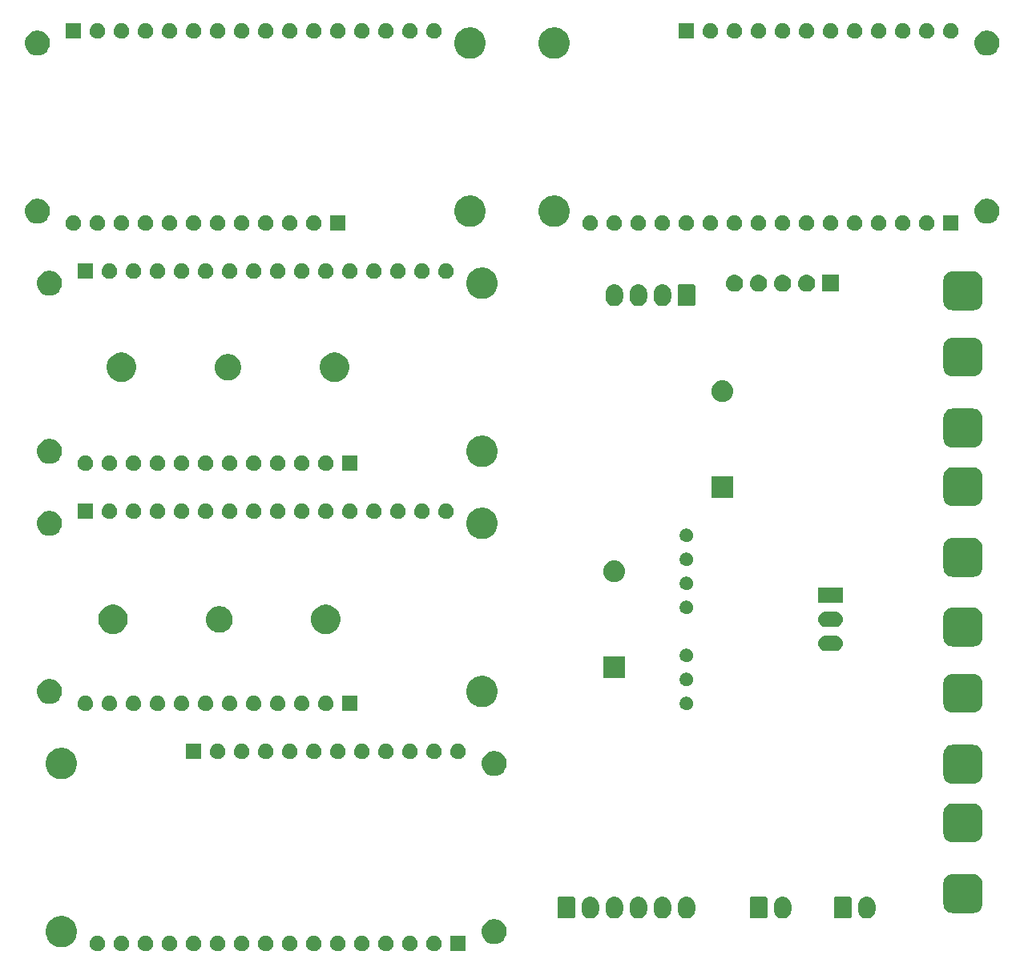
<source format=gbr>
G04 #@! TF.GenerationSoftware,KiCad,Pcbnew,5.0.2+dfsg1-1*
G04 #@! TF.CreationDate,2021-02-19T18:08:43-07:00*
G04 #@! TF.ProjectId,smart_battery,736d6172-745f-4626-9174-746572792e6b,rev?*
G04 #@! TF.SameCoordinates,Original*
G04 #@! TF.FileFunction,Soldermask,Top*
G04 #@! TF.FilePolarity,Negative*
%FSLAX46Y46*%
G04 Gerber Fmt 4.6, Leading zero omitted, Abs format (unit mm)*
G04 Created by KiCad (PCBNEW 5.0.2+dfsg1-1) date Fri 19 Feb 2021 06:08:43 PM MST*
%MOMM*%
%LPD*%
G01*
G04 APERTURE LIST*
%ADD10C,0.100000*%
G04 APERTURE END LIST*
D10*
G36*
X70666000Y-117656000D02*
X69034000Y-117656000D01*
X69034000Y-116024000D01*
X70666000Y-116024000D01*
X70666000Y-117656000D01*
X70666000Y-117656000D01*
G37*
G36*
X52308016Y-116055358D02*
X52308019Y-116055359D01*
X52308018Y-116055359D01*
X52456521Y-116116870D01*
X52590170Y-116206172D01*
X52703828Y-116319830D01*
X52793130Y-116453479D01*
X52844087Y-116576503D01*
X52854642Y-116601984D01*
X52886000Y-116759630D01*
X52886000Y-116920370D01*
X52854642Y-117078016D01*
X52854641Y-117078018D01*
X52793130Y-117226521D01*
X52703828Y-117360170D01*
X52590170Y-117473828D01*
X52456521Y-117563130D01*
X52333497Y-117614087D01*
X52308016Y-117624642D01*
X52150370Y-117656000D01*
X51989630Y-117656000D01*
X51831984Y-117624642D01*
X51806503Y-117614087D01*
X51683479Y-117563130D01*
X51549830Y-117473828D01*
X51436172Y-117360170D01*
X51346870Y-117226521D01*
X51285359Y-117078018D01*
X51285358Y-117078016D01*
X51254000Y-116920370D01*
X51254000Y-116759630D01*
X51285358Y-116601984D01*
X51295913Y-116576503D01*
X51346870Y-116453479D01*
X51436172Y-116319830D01*
X51549830Y-116206172D01*
X51683479Y-116116870D01*
X51831982Y-116055359D01*
X51831981Y-116055359D01*
X51831984Y-116055358D01*
X51989630Y-116024000D01*
X52150370Y-116024000D01*
X52308016Y-116055358D01*
X52308016Y-116055358D01*
G37*
G36*
X31988016Y-116055358D02*
X31988019Y-116055359D01*
X31988018Y-116055359D01*
X32136521Y-116116870D01*
X32270170Y-116206172D01*
X32383828Y-116319830D01*
X32473130Y-116453479D01*
X32524087Y-116576503D01*
X32534642Y-116601984D01*
X32566000Y-116759630D01*
X32566000Y-116920370D01*
X32534642Y-117078016D01*
X32534641Y-117078018D01*
X32473130Y-117226521D01*
X32383828Y-117360170D01*
X32270170Y-117473828D01*
X32136521Y-117563130D01*
X32013497Y-117614087D01*
X31988016Y-117624642D01*
X31830370Y-117656000D01*
X31669630Y-117656000D01*
X31511984Y-117624642D01*
X31486503Y-117614087D01*
X31363479Y-117563130D01*
X31229830Y-117473828D01*
X31116172Y-117360170D01*
X31026870Y-117226521D01*
X30965359Y-117078018D01*
X30965358Y-117078016D01*
X30934000Y-116920370D01*
X30934000Y-116759630D01*
X30965358Y-116601984D01*
X30975913Y-116576503D01*
X31026870Y-116453479D01*
X31116172Y-116319830D01*
X31229830Y-116206172D01*
X31363479Y-116116870D01*
X31511982Y-116055359D01*
X31511981Y-116055359D01*
X31511984Y-116055358D01*
X31669630Y-116024000D01*
X31830370Y-116024000D01*
X31988016Y-116055358D01*
X31988016Y-116055358D01*
G37*
G36*
X34528016Y-116055358D02*
X34528019Y-116055359D01*
X34528018Y-116055359D01*
X34676521Y-116116870D01*
X34810170Y-116206172D01*
X34923828Y-116319830D01*
X35013130Y-116453479D01*
X35064087Y-116576503D01*
X35074642Y-116601984D01*
X35106000Y-116759630D01*
X35106000Y-116920370D01*
X35074642Y-117078016D01*
X35074641Y-117078018D01*
X35013130Y-117226521D01*
X34923828Y-117360170D01*
X34810170Y-117473828D01*
X34676521Y-117563130D01*
X34553497Y-117614087D01*
X34528016Y-117624642D01*
X34370370Y-117656000D01*
X34209630Y-117656000D01*
X34051984Y-117624642D01*
X34026503Y-117614087D01*
X33903479Y-117563130D01*
X33769830Y-117473828D01*
X33656172Y-117360170D01*
X33566870Y-117226521D01*
X33505359Y-117078018D01*
X33505358Y-117078016D01*
X33474000Y-116920370D01*
X33474000Y-116759630D01*
X33505358Y-116601984D01*
X33515913Y-116576503D01*
X33566870Y-116453479D01*
X33656172Y-116319830D01*
X33769830Y-116206172D01*
X33903479Y-116116870D01*
X34051982Y-116055359D01*
X34051981Y-116055359D01*
X34051984Y-116055358D01*
X34209630Y-116024000D01*
X34370370Y-116024000D01*
X34528016Y-116055358D01*
X34528016Y-116055358D01*
G37*
G36*
X37068016Y-116055358D02*
X37068019Y-116055359D01*
X37068018Y-116055359D01*
X37216521Y-116116870D01*
X37350170Y-116206172D01*
X37463828Y-116319830D01*
X37553130Y-116453479D01*
X37604087Y-116576503D01*
X37614642Y-116601984D01*
X37646000Y-116759630D01*
X37646000Y-116920370D01*
X37614642Y-117078016D01*
X37614641Y-117078018D01*
X37553130Y-117226521D01*
X37463828Y-117360170D01*
X37350170Y-117473828D01*
X37216521Y-117563130D01*
X37093497Y-117614087D01*
X37068016Y-117624642D01*
X36910370Y-117656000D01*
X36749630Y-117656000D01*
X36591984Y-117624642D01*
X36566503Y-117614087D01*
X36443479Y-117563130D01*
X36309830Y-117473828D01*
X36196172Y-117360170D01*
X36106870Y-117226521D01*
X36045359Y-117078018D01*
X36045358Y-117078016D01*
X36014000Y-116920370D01*
X36014000Y-116759630D01*
X36045358Y-116601984D01*
X36055913Y-116576503D01*
X36106870Y-116453479D01*
X36196172Y-116319830D01*
X36309830Y-116206172D01*
X36443479Y-116116870D01*
X36591982Y-116055359D01*
X36591981Y-116055359D01*
X36591984Y-116055358D01*
X36749630Y-116024000D01*
X36910370Y-116024000D01*
X37068016Y-116055358D01*
X37068016Y-116055358D01*
G37*
G36*
X39608016Y-116055358D02*
X39608019Y-116055359D01*
X39608018Y-116055359D01*
X39756521Y-116116870D01*
X39890170Y-116206172D01*
X40003828Y-116319830D01*
X40093130Y-116453479D01*
X40144087Y-116576503D01*
X40154642Y-116601984D01*
X40186000Y-116759630D01*
X40186000Y-116920370D01*
X40154642Y-117078016D01*
X40154641Y-117078018D01*
X40093130Y-117226521D01*
X40003828Y-117360170D01*
X39890170Y-117473828D01*
X39756521Y-117563130D01*
X39633497Y-117614087D01*
X39608016Y-117624642D01*
X39450370Y-117656000D01*
X39289630Y-117656000D01*
X39131984Y-117624642D01*
X39106503Y-117614087D01*
X38983479Y-117563130D01*
X38849830Y-117473828D01*
X38736172Y-117360170D01*
X38646870Y-117226521D01*
X38585359Y-117078018D01*
X38585358Y-117078016D01*
X38554000Y-116920370D01*
X38554000Y-116759630D01*
X38585358Y-116601984D01*
X38595913Y-116576503D01*
X38646870Y-116453479D01*
X38736172Y-116319830D01*
X38849830Y-116206172D01*
X38983479Y-116116870D01*
X39131982Y-116055359D01*
X39131981Y-116055359D01*
X39131984Y-116055358D01*
X39289630Y-116024000D01*
X39450370Y-116024000D01*
X39608016Y-116055358D01*
X39608016Y-116055358D01*
G37*
G36*
X42148016Y-116055358D02*
X42148019Y-116055359D01*
X42148018Y-116055359D01*
X42296521Y-116116870D01*
X42430170Y-116206172D01*
X42543828Y-116319830D01*
X42633130Y-116453479D01*
X42684087Y-116576503D01*
X42694642Y-116601984D01*
X42726000Y-116759630D01*
X42726000Y-116920370D01*
X42694642Y-117078016D01*
X42694641Y-117078018D01*
X42633130Y-117226521D01*
X42543828Y-117360170D01*
X42430170Y-117473828D01*
X42296521Y-117563130D01*
X42173497Y-117614087D01*
X42148016Y-117624642D01*
X41990370Y-117656000D01*
X41829630Y-117656000D01*
X41671984Y-117624642D01*
X41646503Y-117614087D01*
X41523479Y-117563130D01*
X41389830Y-117473828D01*
X41276172Y-117360170D01*
X41186870Y-117226521D01*
X41125359Y-117078018D01*
X41125358Y-117078016D01*
X41094000Y-116920370D01*
X41094000Y-116759630D01*
X41125358Y-116601984D01*
X41135913Y-116576503D01*
X41186870Y-116453479D01*
X41276172Y-116319830D01*
X41389830Y-116206172D01*
X41523479Y-116116870D01*
X41671982Y-116055359D01*
X41671981Y-116055359D01*
X41671984Y-116055358D01*
X41829630Y-116024000D01*
X41990370Y-116024000D01*
X42148016Y-116055358D01*
X42148016Y-116055358D01*
G37*
G36*
X44688016Y-116055358D02*
X44688019Y-116055359D01*
X44688018Y-116055359D01*
X44836521Y-116116870D01*
X44970170Y-116206172D01*
X45083828Y-116319830D01*
X45173130Y-116453479D01*
X45224087Y-116576503D01*
X45234642Y-116601984D01*
X45266000Y-116759630D01*
X45266000Y-116920370D01*
X45234642Y-117078016D01*
X45234641Y-117078018D01*
X45173130Y-117226521D01*
X45083828Y-117360170D01*
X44970170Y-117473828D01*
X44836521Y-117563130D01*
X44713497Y-117614087D01*
X44688016Y-117624642D01*
X44530370Y-117656000D01*
X44369630Y-117656000D01*
X44211984Y-117624642D01*
X44186503Y-117614087D01*
X44063479Y-117563130D01*
X43929830Y-117473828D01*
X43816172Y-117360170D01*
X43726870Y-117226521D01*
X43665359Y-117078018D01*
X43665358Y-117078016D01*
X43634000Y-116920370D01*
X43634000Y-116759630D01*
X43665358Y-116601984D01*
X43675913Y-116576503D01*
X43726870Y-116453479D01*
X43816172Y-116319830D01*
X43929830Y-116206172D01*
X44063479Y-116116870D01*
X44211982Y-116055359D01*
X44211981Y-116055359D01*
X44211984Y-116055358D01*
X44369630Y-116024000D01*
X44530370Y-116024000D01*
X44688016Y-116055358D01*
X44688016Y-116055358D01*
G37*
G36*
X47228016Y-116055358D02*
X47228019Y-116055359D01*
X47228018Y-116055359D01*
X47376521Y-116116870D01*
X47510170Y-116206172D01*
X47623828Y-116319830D01*
X47713130Y-116453479D01*
X47764087Y-116576503D01*
X47774642Y-116601984D01*
X47806000Y-116759630D01*
X47806000Y-116920370D01*
X47774642Y-117078016D01*
X47774641Y-117078018D01*
X47713130Y-117226521D01*
X47623828Y-117360170D01*
X47510170Y-117473828D01*
X47376521Y-117563130D01*
X47253497Y-117614087D01*
X47228016Y-117624642D01*
X47070370Y-117656000D01*
X46909630Y-117656000D01*
X46751984Y-117624642D01*
X46726503Y-117614087D01*
X46603479Y-117563130D01*
X46469830Y-117473828D01*
X46356172Y-117360170D01*
X46266870Y-117226521D01*
X46205359Y-117078018D01*
X46205358Y-117078016D01*
X46174000Y-116920370D01*
X46174000Y-116759630D01*
X46205358Y-116601984D01*
X46215913Y-116576503D01*
X46266870Y-116453479D01*
X46356172Y-116319830D01*
X46469830Y-116206172D01*
X46603479Y-116116870D01*
X46751982Y-116055359D01*
X46751981Y-116055359D01*
X46751984Y-116055358D01*
X46909630Y-116024000D01*
X47070370Y-116024000D01*
X47228016Y-116055358D01*
X47228016Y-116055358D01*
G37*
G36*
X54848016Y-116055358D02*
X54848019Y-116055359D01*
X54848018Y-116055359D01*
X54996521Y-116116870D01*
X55130170Y-116206172D01*
X55243828Y-116319830D01*
X55333130Y-116453479D01*
X55384087Y-116576503D01*
X55394642Y-116601984D01*
X55426000Y-116759630D01*
X55426000Y-116920370D01*
X55394642Y-117078016D01*
X55394641Y-117078018D01*
X55333130Y-117226521D01*
X55243828Y-117360170D01*
X55130170Y-117473828D01*
X54996521Y-117563130D01*
X54873497Y-117614087D01*
X54848016Y-117624642D01*
X54690370Y-117656000D01*
X54529630Y-117656000D01*
X54371984Y-117624642D01*
X54346503Y-117614087D01*
X54223479Y-117563130D01*
X54089830Y-117473828D01*
X53976172Y-117360170D01*
X53886870Y-117226521D01*
X53825359Y-117078018D01*
X53825358Y-117078016D01*
X53794000Y-116920370D01*
X53794000Y-116759630D01*
X53825358Y-116601984D01*
X53835913Y-116576503D01*
X53886870Y-116453479D01*
X53976172Y-116319830D01*
X54089830Y-116206172D01*
X54223479Y-116116870D01*
X54371982Y-116055359D01*
X54371981Y-116055359D01*
X54371984Y-116055358D01*
X54529630Y-116024000D01*
X54690370Y-116024000D01*
X54848016Y-116055358D01*
X54848016Y-116055358D01*
G37*
G36*
X57388016Y-116055358D02*
X57388019Y-116055359D01*
X57388018Y-116055359D01*
X57536521Y-116116870D01*
X57670170Y-116206172D01*
X57783828Y-116319830D01*
X57873130Y-116453479D01*
X57924087Y-116576503D01*
X57934642Y-116601984D01*
X57966000Y-116759630D01*
X57966000Y-116920370D01*
X57934642Y-117078016D01*
X57934641Y-117078018D01*
X57873130Y-117226521D01*
X57783828Y-117360170D01*
X57670170Y-117473828D01*
X57536521Y-117563130D01*
X57413497Y-117614087D01*
X57388016Y-117624642D01*
X57230370Y-117656000D01*
X57069630Y-117656000D01*
X56911984Y-117624642D01*
X56886503Y-117614087D01*
X56763479Y-117563130D01*
X56629830Y-117473828D01*
X56516172Y-117360170D01*
X56426870Y-117226521D01*
X56365359Y-117078018D01*
X56365358Y-117078016D01*
X56334000Y-116920370D01*
X56334000Y-116759630D01*
X56365358Y-116601984D01*
X56375913Y-116576503D01*
X56426870Y-116453479D01*
X56516172Y-116319830D01*
X56629830Y-116206172D01*
X56763479Y-116116870D01*
X56911982Y-116055359D01*
X56911981Y-116055359D01*
X56911984Y-116055358D01*
X57069630Y-116024000D01*
X57230370Y-116024000D01*
X57388016Y-116055358D01*
X57388016Y-116055358D01*
G37*
G36*
X59928016Y-116055358D02*
X59928019Y-116055359D01*
X59928018Y-116055359D01*
X60076521Y-116116870D01*
X60210170Y-116206172D01*
X60323828Y-116319830D01*
X60413130Y-116453479D01*
X60464087Y-116576503D01*
X60474642Y-116601984D01*
X60506000Y-116759630D01*
X60506000Y-116920370D01*
X60474642Y-117078016D01*
X60474641Y-117078018D01*
X60413130Y-117226521D01*
X60323828Y-117360170D01*
X60210170Y-117473828D01*
X60076521Y-117563130D01*
X59953497Y-117614087D01*
X59928016Y-117624642D01*
X59770370Y-117656000D01*
X59609630Y-117656000D01*
X59451984Y-117624642D01*
X59426503Y-117614087D01*
X59303479Y-117563130D01*
X59169830Y-117473828D01*
X59056172Y-117360170D01*
X58966870Y-117226521D01*
X58905359Y-117078018D01*
X58905358Y-117078016D01*
X58874000Y-116920370D01*
X58874000Y-116759630D01*
X58905358Y-116601984D01*
X58915913Y-116576503D01*
X58966870Y-116453479D01*
X59056172Y-116319830D01*
X59169830Y-116206172D01*
X59303479Y-116116870D01*
X59451982Y-116055359D01*
X59451981Y-116055359D01*
X59451984Y-116055358D01*
X59609630Y-116024000D01*
X59770370Y-116024000D01*
X59928016Y-116055358D01*
X59928016Y-116055358D01*
G37*
G36*
X62468016Y-116055358D02*
X62468019Y-116055359D01*
X62468018Y-116055359D01*
X62616521Y-116116870D01*
X62750170Y-116206172D01*
X62863828Y-116319830D01*
X62953130Y-116453479D01*
X63004087Y-116576503D01*
X63014642Y-116601984D01*
X63046000Y-116759630D01*
X63046000Y-116920370D01*
X63014642Y-117078016D01*
X63014641Y-117078018D01*
X62953130Y-117226521D01*
X62863828Y-117360170D01*
X62750170Y-117473828D01*
X62616521Y-117563130D01*
X62493497Y-117614087D01*
X62468016Y-117624642D01*
X62310370Y-117656000D01*
X62149630Y-117656000D01*
X61991984Y-117624642D01*
X61966503Y-117614087D01*
X61843479Y-117563130D01*
X61709830Y-117473828D01*
X61596172Y-117360170D01*
X61506870Y-117226521D01*
X61445359Y-117078018D01*
X61445358Y-117078016D01*
X61414000Y-116920370D01*
X61414000Y-116759630D01*
X61445358Y-116601984D01*
X61455913Y-116576503D01*
X61506870Y-116453479D01*
X61596172Y-116319830D01*
X61709830Y-116206172D01*
X61843479Y-116116870D01*
X61991982Y-116055359D01*
X61991981Y-116055359D01*
X61991984Y-116055358D01*
X62149630Y-116024000D01*
X62310370Y-116024000D01*
X62468016Y-116055358D01*
X62468016Y-116055358D01*
G37*
G36*
X65008016Y-116055358D02*
X65008019Y-116055359D01*
X65008018Y-116055359D01*
X65156521Y-116116870D01*
X65290170Y-116206172D01*
X65403828Y-116319830D01*
X65493130Y-116453479D01*
X65544087Y-116576503D01*
X65554642Y-116601984D01*
X65586000Y-116759630D01*
X65586000Y-116920370D01*
X65554642Y-117078016D01*
X65554641Y-117078018D01*
X65493130Y-117226521D01*
X65403828Y-117360170D01*
X65290170Y-117473828D01*
X65156521Y-117563130D01*
X65033497Y-117614087D01*
X65008016Y-117624642D01*
X64850370Y-117656000D01*
X64689630Y-117656000D01*
X64531984Y-117624642D01*
X64506503Y-117614087D01*
X64383479Y-117563130D01*
X64249830Y-117473828D01*
X64136172Y-117360170D01*
X64046870Y-117226521D01*
X63985359Y-117078018D01*
X63985358Y-117078016D01*
X63954000Y-116920370D01*
X63954000Y-116759630D01*
X63985358Y-116601984D01*
X63995913Y-116576503D01*
X64046870Y-116453479D01*
X64136172Y-116319830D01*
X64249830Y-116206172D01*
X64383479Y-116116870D01*
X64531982Y-116055359D01*
X64531981Y-116055359D01*
X64531984Y-116055358D01*
X64689630Y-116024000D01*
X64850370Y-116024000D01*
X65008016Y-116055358D01*
X65008016Y-116055358D01*
G37*
G36*
X67548016Y-116055358D02*
X67548019Y-116055359D01*
X67548018Y-116055359D01*
X67696521Y-116116870D01*
X67830170Y-116206172D01*
X67943828Y-116319830D01*
X68033130Y-116453479D01*
X68084087Y-116576503D01*
X68094642Y-116601984D01*
X68126000Y-116759630D01*
X68126000Y-116920370D01*
X68094642Y-117078016D01*
X68094641Y-117078018D01*
X68033130Y-117226521D01*
X67943828Y-117360170D01*
X67830170Y-117473828D01*
X67696521Y-117563130D01*
X67573497Y-117614087D01*
X67548016Y-117624642D01*
X67390370Y-117656000D01*
X67229630Y-117656000D01*
X67071984Y-117624642D01*
X67046503Y-117614087D01*
X66923479Y-117563130D01*
X66789830Y-117473828D01*
X66676172Y-117360170D01*
X66586870Y-117226521D01*
X66525359Y-117078018D01*
X66525358Y-117078016D01*
X66494000Y-116920370D01*
X66494000Y-116759630D01*
X66525358Y-116601984D01*
X66535913Y-116576503D01*
X66586870Y-116453479D01*
X66676172Y-116319830D01*
X66789830Y-116206172D01*
X66923479Y-116116870D01*
X67071982Y-116055359D01*
X67071981Y-116055359D01*
X67071984Y-116055358D01*
X67229630Y-116024000D01*
X67390370Y-116024000D01*
X67548016Y-116055358D01*
X67548016Y-116055358D01*
G37*
G36*
X49768016Y-116055358D02*
X49768019Y-116055359D01*
X49768018Y-116055359D01*
X49916521Y-116116870D01*
X50050170Y-116206172D01*
X50163828Y-116319830D01*
X50253130Y-116453479D01*
X50304087Y-116576503D01*
X50314642Y-116601984D01*
X50346000Y-116759630D01*
X50346000Y-116920370D01*
X50314642Y-117078016D01*
X50314641Y-117078018D01*
X50253130Y-117226521D01*
X50163828Y-117360170D01*
X50050170Y-117473828D01*
X49916521Y-117563130D01*
X49793497Y-117614087D01*
X49768016Y-117624642D01*
X49610370Y-117656000D01*
X49449630Y-117656000D01*
X49291984Y-117624642D01*
X49266503Y-117614087D01*
X49143479Y-117563130D01*
X49009830Y-117473828D01*
X48896172Y-117360170D01*
X48806870Y-117226521D01*
X48745359Y-117078018D01*
X48745358Y-117078016D01*
X48714000Y-116920370D01*
X48714000Y-116759630D01*
X48745358Y-116601984D01*
X48755913Y-116576503D01*
X48806870Y-116453479D01*
X48896172Y-116319830D01*
X49009830Y-116206172D01*
X49143479Y-116116870D01*
X49291982Y-116055359D01*
X49291981Y-116055359D01*
X49291984Y-116055358D01*
X49449630Y-116024000D01*
X49610370Y-116024000D01*
X49768016Y-116055358D01*
X49768016Y-116055358D01*
G37*
G36*
X28315256Y-113961298D02*
X28421579Y-113982447D01*
X28616968Y-114063380D01*
X28713791Y-114103485D01*
X28722042Y-114106903D01*
X28934705Y-114249000D01*
X28992454Y-114287587D01*
X29222413Y-114517546D01*
X29222415Y-114517549D01*
X29403097Y-114787958D01*
X29527553Y-115088421D01*
X29591000Y-115407391D01*
X29591000Y-115732609D01*
X29527553Y-116051579D01*
X29467844Y-116195728D01*
X29403098Y-116352040D01*
X29222413Y-116622454D01*
X28992454Y-116852413D01*
X28992451Y-116852415D01*
X28722042Y-117033097D01*
X28421579Y-117157553D01*
X28315256Y-117178702D01*
X28102611Y-117221000D01*
X27777389Y-117221000D01*
X27564744Y-117178702D01*
X27458421Y-117157553D01*
X27157958Y-117033097D01*
X26887549Y-116852415D01*
X26887546Y-116852413D01*
X26657587Y-116622454D01*
X26476902Y-116352040D01*
X26412156Y-116195728D01*
X26352447Y-116051579D01*
X26289000Y-115732609D01*
X26289000Y-115407391D01*
X26352447Y-115088421D01*
X26476903Y-114787958D01*
X26657585Y-114517549D01*
X26657587Y-114517546D01*
X26887546Y-114287587D01*
X26945295Y-114249000D01*
X27157958Y-114106903D01*
X27166210Y-114103485D01*
X27263032Y-114063380D01*
X27458421Y-113982447D01*
X27564744Y-113961298D01*
X27777389Y-113919000D01*
X28102611Y-113919000D01*
X28315256Y-113961298D01*
X28315256Y-113961298D01*
G37*
G36*
X73960250Y-114282843D02*
X74045322Y-114299765D01*
X74115735Y-114328931D01*
X74285728Y-114399344D01*
X74502092Y-114543914D01*
X74686086Y-114727908D01*
X74830656Y-114944272D01*
X74930235Y-115184679D01*
X74981000Y-115439891D01*
X74981000Y-115700109D01*
X74930235Y-115955321D01*
X74830656Y-116195728D01*
X74686086Y-116412092D01*
X74502092Y-116596086D01*
X74285728Y-116740656D01*
X74115735Y-116811069D01*
X74045322Y-116840235D01*
X73984088Y-116852415D01*
X73790109Y-116891000D01*
X73529891Y-116891000D01*
X73335912Y-116852415D01*
X73274678Y-116840235D01*
X73204265Y-116811069D01*
X73034272Y-116740656D01*
X72817908Y-116596086D01*
X72633914Y-116412092D01*
X72489344Y-116195728D01*
X72389765Y-115955321D01*
X72339000Y-115700109D01*
X72339000Y-115439891D01*
X72389765Y-115184679D01*
X72489344Y-114944272D01*
X72633914Y-114727908D01*
X72817908Y-114543914D01*
X73034272Y-114399344D01*
X73204265Y-114328931D01*
X73274678Y-114299765D01*
X73359750Y-114282843D01*
X73529891Y-114249000D01*
X73790109Y-114249000D01*
X73960250Y-114282843D01*
X73960250Y-114282843D01*
G37*
G36*
X94160547Y-111892326D02*
X94276286Y-111927435D01*
X94334157Y-111944990D01*
X94355718Y-111956515D01*
X94494155Y-112030511D01*
X94634396Y-112145604D01*
X94749489Y-112285844D01*
X94789298Y-112360321D01*
X94835010Y-112445842D01*
X94852565Y-112503713D01*
X94887674Y-112619452D01*
X94901000Y-112754756D01*
X94901000Y-113305243D01*
X94887674Y-113440548D01*
X94835010Y-113614157D01*
X94749489Y-113774156D01*
X94634396Y-113914396D01*
X94494156Y-114029489D01*
X94475314Y-114039560D01*
X94334158Y-114115010D01*
X94287551Y-114129148D01*
X94160548Y-114167674D01*
X93980000Y-114185456D01*
X93799453Y-114167674D01*
X93672450Y-114129148D01*
X93625843Y-114115010D01*
X93484687Y-114039560D01*
X93465845Y-114029489D01*
X93325605Y-113914396D01*
X93210512Y-113774156D01*
X93170703Y-113699680D01*
X93124990Y-113614158D01*
X93074648Y-113448201D01*
X93072326Y-113440548D01*
X93059000Y-113305244D01*
X93059000Y-112754757D01*
X93072326Y-112619453D01*
X93124990Y-112445844D01*
X93124990Y-112445843D01*
X93156183Y-112387486D01*
X93210511Y-112285845D01*
X93325604Y-112145604D01*
X93465844Y-112030511D01*
X93602685Y-111957368D01*
X93625842Y-111944990D01*
X93683713Y-111927435D01*
X93799452Y-111892326D01*
X93980000Y-111874544D01*
X94160547Y-111892326D01*
X94160547Y-111892326D01*
G37*
G36*
X91620547Y-111892326D02*
X91736286Y-111927435D01*
X91794157Y-111944990D01*
X91815718Y-111956515D01*
X91954155Y-112030511D01*
X92094396Y-112145604D01*
X92209489Y-112285844D01*
X92249298Y-112360321D01*
X92295010Y-112445842D01*
X92312565Y-112503713D01*
X92347674Y-112619452D01*
X92361000Y-112754756D01*
X92361000Y-113305243D01*
X92347674Y-113440548D01*
X92295010Y-113614157D01*
X92209489Y-113774156D01*
X92094396Y-113914396D01*
X91954156Y-114029489D01*
X91935314Y-114039560D01*
X91794158Y-114115010D01*
X91747551Y-114129148D01*
X91620548Y-114167674D01*
X91440000Y-114185456D01*
X91259453Y-114167674D01*
X91132450Y-114129148D01*
X91085843Y-114115010D01*
X90944687Y-114039560D01*
X90925845Y-114029489D01*
X90785605Y-113914396D01*
X90670512Y-113774156D01*
X90630703Y-113699680D01*
X90584990Y-113614158D01*
X90534648Y-113448201D01*
X90532326Y-113440548D01*
X90519000Y-113305244D01*
X90519000Y-112754757D01*
X90532326Y-112619453D01*
X90584990Y-112445844D01*
X90584990Y-112445843D01*
X90616183Y-112387486D01*
X90670511Y-112285845D01*
X90785604Y-112145604D01*
X90925844Y-112030511D01*
X91062685Y-111957368D01*
X91085842Y-111944990D01*
X91143713Y-111927435D01*
X91259452Y-111892326D01*
X91440000Y-111874544D01*
X91620547Y-111892326D01*
X91620547Y-111892326D01*
G37*
G36*
X89080547Y-111892326D02*
X89196286Y-111927435D01*
X89254157Y-111944990D01*
X89275718Y-111956515D01*
X89414155Y-112030511D01*
X89554396Y-112145604D01*
X89669489Y-112285844D01*
X89709298Y-112360321D01*
X89755010Y-112445842D01*
X89772565Y-112503713D01*
X89807674Y-112619452D01*
X89821000Y-112754756D01*
X89821000Y-113305243D01*
X89807674Y-113440548D01*
X89755010Y-113614157D01*
X89669489Y-113774156D01*
X89554396Y-113914396D01*
X89414156Y-114029489D01*
X89395314Y-114039560D01*
X89254158Y-114115010D01*
X89207551Y-114129148D01*
X89080548Y-114167674D01*
X88900000Y-114185456D01*
X88719453Y-114167674D01*
X88592450Y-114129148D01*
X88545843Y-114115010D01*
X88404687Y-114039560D01*
X88385845Y-114029489D01*
X88245605Y-113914396D01*
X88130512Y-113774156D01*
X88090703Y-113699680D01*
X88044990Y-113614158D01*
X87994648Y-113448201D01*
X87992326Y-113440548D01*
X87979000Y-113305244D01*
X87979000Y-112754757D01*
X87992326Y-112619453D01*
X88044990Y-112445844D01*
X88044990Y-112445843D01*
X88076183Y-112387486D01*
X88130511Y-112285845D01*
X88245604Y-112145604D01*
X88385844Y-112030511D01*
X88522685Y-111957368D01*
X88545842Y-111944990D01*
X88603713Y-111927435D01*
X88719452Y-111892326D01*
X88900000Y-111874544D01*
X89080547Y-111892326D01*
X89080547Y-111892326D01*
G37*
G36*
X86540547Y-111892326D02*
X86656286Y-111927435D01*
X86714157Y-111944990D01*
X86735718Y-111956515D01*
X86874155Y-112030511D01*
X87014396Y-112145604D01*
X87129489Y-112285844D01*
X87169298Y-112360321D01*
X87215010Y-112445842D01*
X87232565Y-112503713D01*
X87267674Y-112619452D01*
X87281000Y-112754756D01*
X87281000Y-113305243D01*
X87267674Y-113440548D01*
X87215010Y-113614157D01*
X87129489Y-113774156D01*
X87014396Y-113914396D01*
X86874156Y-114029489D01*
X86855314Y-114039560D01*
X86714158Y-114115010D01*
X86667551Y-114129148D01*
X86540548Y-114167674D01*
X86360000Y-114185456D01*
X86179453Y-114167674D01*
X86052450Y-114129148D01*
X86005843Y-114115010D01*
X85864687Y-114039560D01*
X85845845Y-114029489D01*
X85705605Y-113914396D01*
X85590512Y-113774156D01*
X85550703Y-113699680D01*
X85504990Y-113614158D01*
X85454648Y-113448201D01*
X85452326Y-113440548D01*
X85439000Y-113305244D01*
X85439000Y-112754757D01*
X85452326Y-112619453D01*
X85504990Y-112445844D01*
X85504990Y-112445843D01*
X85536183Y-112387486D01*
X85590511Y-112285845D01*
X85705604Y-112145604D01*
X85845844Y-112030511D01*
X85982685Y-111957368D01*
X86005842Y-111944990D01*
X86063713Y-111927435D01*
X86179452Y-111892326D01*
X86360000Y-111874544D01*
X86540547Y-111892326D01*
X86540547Y-111892326D01*
G37*
G36*
X84000547Y-111892326D02*
X84116286Y-111927435D01*
X84174157Y-111944990D01*
X84195718Y-111956515D01*
X84334155Y-112030511D01*
X84474396Y-112145604D01*
X84589489Y-112285844D01*
X84629298Y-112360321D01*
X84675010Y-112445842D01*
X84692565Y-112503713D01*
X84727674Y-112619452D01*
X84741000Y-112754756D01*
X84741000Y-113305243D01*
X84727674Y-113440548D01*
X84675010Y-113614157D01*
X84589489Y-113774156D01*
X84474396Y-113914396D01*
X84334156Y-114029489D01*
X84315314Y-114039560D01*
X84174158Y-114115010D01*
X84127551Y-114129148D01*
X84000548Y-114167674D01*
X83820000Y-114185456D01*
X83639453Y-114167674D01*
X83512450Y-114129148D01*
X83465843Y-114115010D01*
X83324687Y-114039560D01*
X83305845Y-114029489D01*
X83165605Y-113914396D01*
X83050512Y-113774156D01*
X83010703Y-113699680D01*
X82964990Y-113614158D01*
X82914648Y-113448201D01*
X82912326Y-113440548D01*
X82899000Y-113305244D01*
X82899000Y-112754757D01*
X82912326Y-112619453D01*
X82964990Y-112445844D01*
X82964990Y-112445843D01*
X82996183Y-112387486D01*
X83050511Y-112285845D01*
X83165604Y-112145604D01*
X83305844Y-112030511D01*
X83442685Y-111957368D01*
X83465842Y-111944990D01*
X83523713Y-111927435D01*
X83639452Y-111892326D01*
X83820000Y-111874544D01*
X84000547Y-111892326D01*
X84000547Y-111892326D01*
G37*
G36*
X104320547Y-111892326D02*
X104436286Y-111927435D01*
X104494157Y-111944990D01*
X104515718Y-111956515D01*
X104654155Y-112030511D01*
X104794396Y-112145604D01*
X104909489Y-112285844D01*
X104949298Y-112360321D01*
X104995010Y-112445842D01*
X105012565Y-112503713D01*
X105047674Y-112619452D01*
X105061000Y-112754756D01*
X105061000Y-113305243D01*
X105047674Y-113440548D01*
X104995010Y-113614157D01*
X104909489Y-113774156D01*
X104794396Y-113914396D01*
X104654156Y-114029489D01*
X104635314Y-114039560D01*
X104494158Y-114115010D01*
X104447551Y-114129148D01*
X104320548Y-114167674D01*
X104140000Y-114185456D01*
X103959453Y-114167674D01*
X103832450Y-114129148D01*
X103785843Y-114115010D01*
X103644687Y-114039560D01*
X103625845Y-114029489D01*
X103485605Y-113914396D01*
X103370512Y-113774156D01*
X103330703Y-113699680D01*
X103284990Y-113614158D01*
X103234648Y-113448201D01*
X103232326Y-113440548D01*
X103219000Y-113305244D01*
X103219000Y-112754757D01*
X103232326Y-112619453D01*
X103284990Y-112445844D01*
X103284990Y-112445843D01*
X103316183Y-112387486D01*
X103370511Y-112285845D01*
X103485604Y-112145604D01*
X103625844Y-112030511D01*
X103762685Y-111957368D01*
X103785842Y-111944990D01*
X103843713Y-111927435D01*
X103959452Y-111892326D01*
X104140000Y-111874544D01*
X104320547Y-111892326D01*
X104320547Y-111892326D01*
G37*
G36*
X113210547Y-111892326D02*
X113326286Y-111927435D01*
X113384157Y-111944990D01*
X113405718Y-111956515D01*
X113544155Y-112030511D01*
X113684396Y-112145604D01*
X113799489Y-112285844D01*
X113839298Y-112360321D01*
X113885010Y-112445842D01*
X113902565Y-112503713D01*
X113937674Y-112619452D01*
X113951000Y-112754756D01*
X113951000Y-113305243D01*
X113937674Y-113440548D01*
X113885010Y-113614157D01*
X113799489Y-113774156D01*
X113684396Y-113914396D01*
X113544156Y-114029489D01*
X113525314Y-114039560D01*
X113384158Y-114115010D01*
X113337551Y-114129148D01*
X113210548Y-114167674D01*
X113030000Y-114185456D01*
X112849453Y-114167674D01*
X112722450Y-114129148D01*
X112675843Y-114115010D01*
X112534687Y-114039560D01*
X112515845Y-114029489D01*
X112375605Y-113914396D01*
X112260512Y-113774156D01*
X112220703Y-113699680D01*
X112174990Y-113614158D01*
X112124648Y-113448201D01*
X112122326Y-113440548D01*
X112109000Y-113305244D01*
X112109000Y-112754757D01*
X112122326Y-112619453D01*
X112174990Y-112445844D01*
X112174990Y-112445843D01*
X112206183Y-112387486D01*
X112260511Y-112285845D01*
X112375604Y-112145604D01*
X112515844Y-112030511D01*
X112652685Y-111957368D01*
X112675842Y-111944990D01*
X112733713Y-111927435D01*
X112849452Y-111892326D01*
X113030000Y-111874544D01*
X113210547Y-111892326D01*
X113210547Y-111892326D01*
G37*
G36*
X82059560Y-111882966D02*
X82092383Y-111892923D01*
X82122632Y-111909092D01*
X82149148Y-111930852D01*
X82170908Y-111957368D01*
X82187077Y-111987617D01*
X82197034Y-112020440D01*
X82201000Y-112060712D01*
X82201000Y-113999288D01*
X82197034Y-114039560D01*
X82187077Y-114072383D01*
X82170908Y-114102632D01*
X82149148Y-114129148D01*
X82122632Y-114150908D01*
X82092383Y-114167077D01*
X82059560Y-114177034D01*
X82019288Y-114181000D01*
X80540712Y-114181000D01*
X80500440Y-114177034D01*
X80467617Y-114167077D01*
X80437368Y-114150908D01*
X80410852Y-114129148D01*
X80389092Y-114102632D01*
X80372923Y-114072383D01*
X80362966Y-114039560D01*
X80359000Y-113999288D01*
X80359000Y-112060712D01*
X80362966Y-112020440D01*
X80372923Y-111987617D01*
X80389092Y-111957368D01*
X80410852Y-111930852D01*
X80437368Y-111909092D01*
X80467617Y-111892923D01*
X80500440Y-111882966D01*
X80540712Y-111879000D01*
X82019288Y-111879000D01*
X82059560Y-111882966D01*
X82059560Y-111882966D01*
G37*
G36*
X102379560Y-111882966D02*
X102412383Y-111892923D01*
X102442632Y-111909092D01*
X102469148Y-111930852D01*
X102490908Y-111957368D01*
X102507077Y-111987617D01*
X102517034Y-112020440D01*
X102521000Y-112060712D01*
X102521000Y-113999288D01*
X102517034Y-114039560D01*
X102507077Y-114072383D01*
X102490908Y-114102632D01*
X102469148Y-114129148D01*
X102442632Y-114150908D01*
X102412383Y-114167077D01*
X102379560Y-114177034D01*
X102339288Y-114181000D01*
X100860712Y-114181000D01*
X100820440Y-114177034D01*
X100787617Y-114167077D01*
X100757368Y-114150908D01*
X100730852Y-114129148D01*
X100709092Y-114102632D01*
X100692923Y-114072383D01*
X100682966Y-114039560D01*
X100679000Y-113999288D01*
X100679000Y-112060712D01*
X100682966Y-112020440D01*
X100692923Y-111987617D01*
X100709092Y-111957368D01*
X100730852Y-111930852D01*
X100757368Y-111909092D01*
X100787617Y-111892923D01*
X100820440Y-111882966D01*
X100860712Y-111879000D01*
X102339288Y-111879000D01*
X102379560Y-111882966D01*
X102379560Y-111882966D01*
G37*
G36*
X111269560Y-111882966D02*
X111302383Y-111892923D01*
X111332632Y-111909092D01*
X111359148Y-111930852D01*
X111380908Y-111957368D01*
X111397077Y-111987617D01*
X111407034Y-112020440D01*
X111411000Y-112060712D01*
X111411000Y-113999288D01*
X111407034Y-114039560D01*
X111397077Y-114072383D01*
X111380908Y-114102632D01*
X111359148Y-114129148D01*
X111332632Y-114150908D01*
X111302383Y-114167077D01*
X111269560Y-114177034D01*
X111229288Y-114181000D01*
X109750712Y-114181000D01*
X109710440Y-114177034D01*
X109677617Y-114167077D01*
X109647368Y-114150908D01*
X109620852Y-114129148D01*
X109599092Y-114102632D01*
X109582923Y-114072383D01*
X109572966Y-114039560D01*
X109569000Y-113999288D01*
X109569000Y-112060712D01*
X109572966Y-112020440D01*
X109582923Y-111987617D01*
X109599092Y-111957368D01*
X109620852Y-111930852D01*
X109647368Y-111909092D01*
X109677617Y-111892923D01*
X109710440Y-111882966D01*
X109750712Y-111879000D01*
X111229288Y-111879000D01*
X111269560Y-111882966D01*
X111269560Y-111882966D01*
G37*
G36*
X124465752Y-109528097D02*
X124646294Y-109582863D01*
X124812679Y-109671799D01*
X124958516Y-109791484D01*
X125078201Y-109937321D01*
X125167137Y-110103706D01*
X125221903Y-110284248D01*
X125241000Y-110478140D01*
X125241000Y-112641860D01*
X125221903Y-112835752D01*
X125167137Y-113016294D01*
X125078201Y-113182679D01*
X124958516Y-113328516D01*
X124812679Y-113448201D01*
X124646294Y-113537137D01*
X124465752Y-113591903D01*
X124271860Y-113611000D01*
X122108140Y-113611000D01*
X121914248Y-113591903D01*
X121733706Y-113537137D01*
X121567321Y-113448201D01*
X121421484Y-113328516D01*
X121301799Y-113182679D01*
X121212863Y-113016294D01*
X121158097Y-112835752D01*
X121139000Y-112641860D01*
X121139000Y-110478140D01*
X121158097Y-110284248D01*
X121212863Y-110103706D01*
X121301799Y-109937321D01*
X121421484Y-109791484D01*
X121567321Y-109671799D01*
X121733706Y-109582863D01*
X121914248Y-109528097D01*
X122108140Y-109509000D01*
X124271860Y-109509000D01*
X124465752Y-109528097D01*
X124465752Y-109528097D01*
G37*
G36*
X124465752Y-102028097D02*
X124646294Y-102082863D01*
X124812679Y-102171799D01*
X124958516Y-102291484D01*
X125078201Y-102437321D01*
X125167137Y-102603706D01*
X125221903Y-102784248D01*
X125241000Y-102978140D01*
X125241000Y-105141860D01*
X125221903Y-105335752D01*
X125167137Y-105516294D01*
X125078201Y-105682679D01*
X124958516Y-105828516D01*
X124812679Y-105948201D01*
X124646294Y-106037137D01*
X124465752Y-106091903D01*
X124271860Y-106111000D01*
X122108140Y-106111000D01*
X121914248Y-106091903D01*
X121733706Y-106037137D01*
X121567321Y-105948201D01*
X121421484Y-105828516D01*
X121301799Y-105682679D01*
X121212863Y-105516294D01*
X121158097Y-105335752D01*
X121139000Y-105141860D01*
X121139000Y-102978140D01*
X121158097Y-102784248D01*
X121212863Y-102603706D01*
X121301799Y-102437321D01*
X121421484Y-102291484D01*
X121567321Y-102171799D01*
X121733706Y-102082863D01*
X121914248Y-102028097D01*
X122108140Y-102009000D01*
X124271860Y-102009000D01*
X124465752Y-102028097D01*
X124465752Y-102028097D01*
G37*
G36*
X124465752Y-95838097D02*
X124646294Y-95892863D01*
X124812679Y-95981799D01*
X124958516Y-96101484D01*
X125078201Y-96247321D01*
X125167137Y-96413706D01*
X125221903Y-96594248D01*
X125241000Y-96788140D01*
X125241000Y-98951860D01*
X125221903Y-99145752D01*
X125167137Y-99326294D01*
X125078201Y-99492679D01*
X124958516Y-99638516D01*
X124812679Y-99758201D01*
X124646294Y-99847137D01*
X124465752Y-99901903D01*
X124271860Y-99921000D01*
X122108140Y-99921000D01*
X121914248Y-99901903D01*
X121733706Y-99847137D01*
X121567321Y-99758201D01*
X121421484Y-99638516D01*
X121301799Y-99492679D01*
X121212863Y-99326294D01*
X121158097Y-99145752D01*
X121139000Y-98951860D01*
X121139000Y-96788140D01*
X121158097Y-96594248D01*
X121212863Y-96413706D01*
X121301799Y-96247321D01*
X121421484Y-96101484D01*
X121567321Y-95981799D01*
X121733706Y-95892863D01*
X121914248Y-95838097D01*
X122108140Y-95819000D01*
X124271860Y-95819000D01*
X124465752Y-95838097D01*
X124465752Y-95838097D01*
G37*
G36*
X28315256Y-96181298D02*
X28421579Y-96202447D01*
X28722042Y-96326903D01*
X28890749Y-96439630D01*
X28992454Y-96507587D01*
X29222413Y-96737546D01*
X29222415Y-96737549D01*
X29403097Y-97007958D01*
X29525988Y-97304642D01*
X29527553Y-97308422D01*
X29591000Y-97627389D01*
X29591000Y-97952611D01*
X29527553Y-98271578D01*
X29403098Y-98572040D01*
X29222413Y-98842454D01*
X28992454Y-99072413D01*
X28992451Y-99072415D01*
X28722042Y-99253097D01*
X28421579Y-99377553D01*
X28315256Y-99398702D01*
X28102611Y-99441000D01*
X27777389Y-99441000D01*
X27564744Y-99398702D01*
X27458421Y-99377553D01*
X27157958Y-99253097D01*
X26887549Y-99072415D01*
X26887546Y-99072413D01*
X26657587Y-98842454D01*
X26476902Y-98572040D01*
X26352447Y-98271578D01*
X26289000Y-97952611D01*
X26289000Y-97627389D01*
X26352447Y-97308422D01*
X26354013Y-97304642D01*
X26476903Y-97007958D01*
X26657585Y-96737549D01*
X26657587Y-96737546D01*
X26887546Y-96507587D01*
X26989251Y-96439630D01*
X27157958Y-96326903D01*
X27458421Y-96202447D01*
X27564744Y-96181298D01*
X27777389Y-96139000D01*
X28102611Y-96139000D01*
X28315256Y-96181298D01*
X28315256Y-96181298D01*
G37*
G36*
X73960250Y-96502843D02*
X74045322Y-96519765D01*
X74115735Y-96548931D01*
X74285728Y-96619344D01*
X74502092Y-96763914D01*
X74686086Y-96947908D01*
X74830656Y-97164272D01*
X74930235Y-97404679D01*
X74981000Y-97659891D01*
X74981000Y-97920109D01*
X74930235Y-98175321D01*
X74830656Y-98415728D01*
X74686086Y-98632092D01*
X74502092Y-98816086D01*
X74285728Y-98960656D01*
X74115735Y-99031069D01*
X74045322Y-99060235D01*
X73984088Y-99072415D01*
X73790109Y-99111000D01*
X73529891Y-99111000D01*
X73335912Y-99072415D01*
X73274678Y-99060235D01*
X73204265Y-99031069D01*
X73034272Y-98960656D01*
X72817908Y-98816086D01*
X72633914Y-98632092D01*
X72489344Y-98415728D01*
X72389765Y-98175321D01*
X72339000Y-97920109D01*
X72339000Y-97659891D01*
X72389765Y-97404679D01*
X72489344Y-97164272D01*
X72633914Y-96947908D01*
X72817908Y-96763914D01*
X73034272Y-96619344D01*
X73204265Y-96548931D01*
X73274678Y-96519765D01*
X73359750Y-96502843D01*
X73529891Y-96469000D01*
X73790109Y-96469000D01*
X73960250Y-96502843D01*
X73960250Y-96502843D01*
G37*
G36*
X47228016Y-95735358D02*
X47228019Y-95735359D01*
X47228018Y-95735359D01*
X47376521Y-95796870D01*
X47510170Y-95886172D01*
X47623828Y-95999830D01*
X47713130Y-96133479D01*
X47741697Y-96202447D01*
X47774642Y-96281984D01*
X47806000Y-96439630D01*
X47806000Y-96600370D01*
X47774642Y-96758016D01*
X47774641Y-96758018D01*
X47713130Y-96906521D01*
X47623828Y-97040170D01*
X47510170Y-97153828D01*
X47376521Y-97243130D01*
X47253497Y-97294087D01*
X47228016Y-97304642D01*
X47070370Y-97336000D01*
X46909630Y-97336000D01*
X46751984Y-97304642D01*
X46726503Y-97294087D01*
X46603479Y-97243130D01*
X46469830Y-97153828D01*
X46356172Y-97040170D01*
X46266870Y-96906521D01*
X46205359Y-96758018D01*
X46205358Y-96758016D01*
X46174000Y-96600370D01*
X46174000Y-96439630D01*
X46205358Y-96281984D01*
X46238303Y-96202447D01*
X46266870Y-96133479D01*
X46356172Y-95999830D01*
X46469830Y-95886172D01*
X46603479Y-95796870D01*
X46751982Y-95735359D01*
X46751981Y-95735359D01*
X46751984Y-95735358D01*
X46909630Y-95704000D01*
X47070370Y-95704000D01*
X47228016Y-95735358D01*
X47228016Y-95735358D01*
G37*
G36*
X62468016Y-95735358D02*
X62468019Y-95735359D01*
X62468018Y-95735359D01*
X62616521Y-95796870D01*
X62750170Y-95886172D01*
X62863828Y-95999830D01*
X62953130Y-96133479D01*
X62981697Y-96202447D01*
X63014642Y-96281984D01*
X63046000Y-96439630D01*
X63046000Y-96600370D01*
X63014642Y-96758016D01*
X63014641Y-96758018D01*
X62953130Y-96906521D01*
X62863828Y-97040170D01*
X62750170Y-97153828D01*
X62616521Y-97243130D01*
X62493497Y-97294087D01*
X62468016Y-97304642D01*
X62310370Y-97336000D01*
X62149630Y-97336000D01*
X61991984Y-97304642D01*
X61966503Y-97294087D01*
X61843479Y-97243130D01*
X61709830Y-97153828D01*
X61596172Y-97040170D01*
X61506870Y-96906521D01*
X61445359Y-96758018D01*
X61445358Y-96758016D01*
X61414000Y-96600370D01*
X61414000Y-96439630D01*
X61445358Y-96281984D01*
X61478303Y-96202447D01*
X61506870Y-96133479D01*
X61596172Y-95999830D01*
X61709830Y-95886172D01*
X61843479Y-95796870D01*
X61991982Y-95735359D01*
X61991981Y-95735359D01*
X61991984Y-95735358D01*
X62149630Y-95704000D01*
X62310370Y-95704000D01*
X62468016Y-95735358D01*
X62468016Y-95735358D01*
G37*
G36*
X57388016Y-95735358D02*
X57388019Y-95735359D01*
X57388018Y-95735359D01*
X57536521Y-95796870D01*
X57670170Y-95886172D01*
X57783828Y-95999830D01*
X57873130Y-96133479D01*
X57901697Y-96202447D01*
X57934642Y-96281984D01*
X57966000Y-96439630D01*
X57966000Y-96600370D01*
X57934642Y-96758016D01*
X57934641Y-96758018D01*
X57873130Y-96906521D01*
X57783828Y-97040170D01*
X57670170Y-97153828D01*
X57536521Y-97243130D01*
X57413497Y-97294087D01*
X57388016Y-97304642D01*
X57230370Y-97336000D01*
X57069630Y-97336000D01*
X56911984Y-97304642D01*
X56886503Y-97294087D01*
X56763479Y-97243130D01*
X56629830Y-97153828D01*
X56516172Y-97040170D01*
X56426870Y-96906521D01*
X56365359Y-96758018D01*
X56365358Y-96758016D01*
X56334000Y-96600370D01*
X56334000Y-96439630D01*
X56365358Y-96281984D01*
X56398303Y-96202447D01*
X56426870Y-96133479D01*
X56516172Y-95999830D01*
X56629830Y-95886172D01*
X56763479Y-95796870D01*
X56911982Y-95735359D01*
X56911981Y-95735359D01*
X56911984Y-95735358D01*
X57069630Y-95704000D01*
X57230370Y-95704000D01*
X57388016Y-95735358D01*
X57388016Y-95735358D01*
G37*
G36*
X54848016Y-95735358D02*
X54848019Y-95735359D01*
X54848018Y-95735359D01*
X54996521Y-95796870D01*
X55130170Y-95886172D01*
X55243828Y-95999830D01*
X55333130Y-96133479D01*
X55361697Y-96202447D01*
X55394642Y-96281984D01*
X55426000Y-96439630D01*
X55426000Y-96600370D01*
X55394642Y-96758016D01*
X55394641Y-96758018D01*
X55333130Y-96906521D01*
X55243828Y-97040170D01*
X55130170Y-97153828D01*
X54996521Y-97243130D01*
X54873497Y-97294087D01*
X54848016Y-97304642D01*
X54690370Y-97336000D01*
X54529630Y-97336000D01*
X54371984Y-97304642D01*
X54346503Y-97294087D01*
X54223479Y-97243130D01*
X54089830Y-97153828D01*
X53976172Y-97040170D01*
X53886870Y-96906521D01*
X53825359Y-96758018D01*
X53825358Y-96758016D01*
X53794000Y-96600370D01*
X53794000Y-96439630D01*
X53825358Y-96281984D01*
X53858303Y-96202447D01*
X53886870Y-96133479D01*
X53976172Y-95999830D01*
X54089830Y-95886172D01*
X54223479Y-95796870D01*
X54371982Y-95735359D01*
X54371981Y-95735359D01*
X54371984Y-95735358D01*
X54529630Y-95704000D01*
X54690370Y-95704000D01*
X54848016Y-95735358D01*
X54848016Y-95735358D01*
G37*
G36*
X59928016Y-95735358D02*
X59928019Y-95735359D01*
X59928018Y-95735359D01*
X60076521Y-95796870D01*
X60210170Y-95886172D01*
X60323828Y-95999830D01*
X60413130Y-96133479D01*
X60441697Y-96202447D01*
X60474642Y-96281984D01*
X60506000Y-96439630D01*
X60506000Y-96600370D01*
X60474642Y-96758016D01*
X60474641Y-96758018D01*
X60413130Y-96906521D01*
X60323828Y-97040170D01*
X60210170Y-97153828D01*
X60076521Y-97243130D01*
X59953497Y-97294087D01*
X59928016Y-97304642D01*
X59770370Y-97336000D01*
X59609630Y-97336000D01*
X59451984Y-97304642D01*
X59426503Y-97294087D01*
X59303479Y-97243130D01*
X59169830Y-97153828D01*
X59056172Y-97040170D01*
X58966870Y-96906521D01*
X58905359Y-96758018D01*
X58905358Y-96758016D01*
X58874000Y-96600370D01*
X58874000Y-96439630D01*
X58905358Y-96281984D01*
X58938303Y-96202447D01*
X58966870Y-96133479D01*
X59056172Y-95999830D01*
X59169830Y-95886172D01*
X59303479Y-95796870D01*
X59451982Y-95735359D01*
X59451981Y-95735359D01*
X59451984Y-95735358D01*
X59609630Y-95704000D01*
X59770370Y-95704000D01*
X59928016Y-95735358D01*
X59928016Y-95735358D01*
G37*
G36*
X49768016Y-95735358D02*
X49768019Y-95735359D01*
X49768018Y-95735359D01*
X49916521Y-95796870D01*
X50050170Y-95886172D01*
X50163828Y-95999830D01*
X50253130Y-96133479D01*
X50281697Y-96202447D01*
X50314642Y-96281984D01*
X50346000Y-96439630D01*
X50346000Y-96600370D01*
X50314642Y-96758016D01*
X50314641Y-96758018D01*
X50253130Y-96906521D01*
X50163828Y-97040170D01*
X50050170Y-97153828D01*
X49916521Y-97243130D01*
X49793497Y-97294087D01*
X49768016Y-97304642D01*
X49610370Y-97336000D01*
X49449630Y-97336000D01*
X49291984Y-97304642D01*
X49266503Y-97294087D01*
X49143479Y-97243130D01*
X49009830Y-97153828D01*
X48896172Y-97040170D01*
X48806870Y-96906521D01*
X48745359Y-96758018D01*
X48745358Y-96758016D01*
X48714000Y-96600370D01*
X48714000Y-96439630D01*
X48745358Y-96281984D01*
X48778303Y-96202447D01*
X48806870Y-96133479D01*
X48896172Y-95999830D01*
X49009830Y-95886172D01*
X49143479Y-95796870D01*
X49291982Y-95735359D01*
X49291981Y-95735359D01*
X49291984Y-95735358D01*
X49449630Y-95704000D01*
X49610370Y-95704000D01*
X49768016Y-95735358D01*
X49768016Y-95735358D01*
G37*
G36*
X44688016Y-95735358D02*
X44688019Y-95735359D01*
X44688018Y-95735359D01*
X44836521Y-95796870D01*
X44970170Y-95886172D01*
X45083828Y-95999830D01*
X45173130Y-96133479D01*
X45201697Y-96202447D01*
X45234642Y-96281984D01*
X45266000Y-96439630D01*
X45266000Y-96600370D01*
X45234642Y-96758016D01*
X45234641Y-96758018D01*
X45173130Y-96906521D01*
X45083828Y-97040170D01*
X44970170Y-97153828D01*
X44836521Y-97243130D01*
X44713497Y-97294087D01*
X44688016Y-97304642D01*
X44530370Y-97336000D01*
X44369630Y-97336000D01*
X44211984Y-97304642D01*
X44186503Y-97294087D01*
X44063479Y-97243130D01*
X43929830Y-97153828D01*
X43816172Y-97040170D01*
X43726870Y-96906521D01*
X43665359Y-96758018D01*
X43665358Y-96758016D01*
X43634000Y-96600370D01*
X43634000Y-96439630D01*
X43665358Y-96281984D01*
X43698303Y-96202447D01*
X43726870Y-96133479D01*
X43816172Y-95999830D01*
X43929830Y-95886172D01*
X44063479Y-95796870D01*
X44211982Y-95735359D01*
X44211981Y-95735359D01*
X44211984Y-95735358D01*
X44369630Y-95704000D01*
X44530370Y-95704000D01*
X44688016Y-95735358D01*
X44688016Y-95735358D01*
G37*
G36*
X65008016Y-95735358D02*
X65008019Y-95735359D01*
X65008018Y-95735359D01*
X65156521Y-95796870D01*
X65290170Y-95886172D01*
X65403828Y-95999830D01*
X65493130Y-96133479D01*
X65521697Y-96202447D01*
X65554642Y-96281984D01*
X65586000Y-96439630D01*
X65586000Y-96600370D01*
X65554642Y-96758016D01*
X65554641Y-96758018D01*
X65493130Y-96906521D01*
X65403828Y-97040170D01*
X65290170Y-97153828D01*
X65156521Y-97243130D01*
X65033497Y-97294087D01*
X65008016Y-97304642D01*
X64850370Y-97336000D01*
X64689630Y-97336000D01*
X64531984Y-97304642D01*
X64506503Y-97294087D01*
X64383479Y-97243130D01*
X64249830Y-97153828D01*
X64136172Y-97040170D01*
X64046870Y-96906521D01*
X63985359Y-96758018D01*
X63985358Y-96758016D01*
X63954000Y-96600370D01*
X63954000Y-96439630D01*
X63985358Y-96281984D01*
X64018303Y-96202447D01*
X64046870Y-96133479D01*
X64136172Y-95999830D01*
X64249830Y-95886172D01*
X64383479Y-95796870D01*
X64531982Y-95735359D01*
X64531981Y-95735359D01*
X64531984Y-95735358D01*
X64689630Y-95704000D01*
X64850370Y-95704000D01*
X65008016Y-95735358D01*
X65008016Y-95735358D01*
G37*
G36*
X67548016Y-95735358D02*
X67548019Y-95735359D01*
X67548018Y-95735359D01*
X67696521Y-95796870D01*
X67830170Y-95886172D01*
X67943828Y-95999830D01*
X68033130Y-96133479D01*
X68061697Y-96202447D01*
X68094642Y-96281984D01*
X68126000Y-96439630D01*
X68126000Y-96600370D01*
X68094642Y-96758016D01*
X68094641Y-96758018D01*
X68033130Y-96906521D01*
X67943828Y-97040170D01*
X67830170Y-97153828D01*
X67696521Y-97243130D01*
X67573497Y-97294087D01*
X67548016Y-97304642D01*
X67390370Y-97336000D01*
X67229630Y-97336000D01*
X67071984Y-97304642D01*
X67046503Y-97294087D01*
X66923479Y-97243130D01*
X66789830Y-97153828D01*
X66676172Y-97040170D01*
X66586870Y-96906521D01*
X66525359Y-96758018D01*
X66525358Y-96758016D01*
X66494000Y-96600370D01*
X66494000Y-96439630D01*
X66525358Y-96281984D01*
X66558303Y-96202447D01*
X66586870Y-96133479D01*
X66676172Y-95999830D01*
X66789830Y-95886172D01*
X66923479Y-95796870D01*
X67071982Y-95735359D01*
X67071981Y-95735359D01*
X67071984Y-95735358D01*
X67229630Y-95704000D01*
X67390370Y-95704000D01*
X67548016Y-95735358D01*
X67548016Y-95735358D01*
G37*
G36*
X42726000Y-97336000D02*
X41094000Y-97336000D01*
X41094000Y-95704000D01*
X42726000Y-95704000D01*
X42726000Y-97336000D01*
X42726000Y-97336000D01*
G37*
G36*
X70088016Y-95735358D02*
X70088019Y-95735359D01*
X70088018Y-95735359D01*
X70236521Y-95796870D01*
X70370170Y-95886172D01*
X70483828Y-95999830D01*
X70573130Y-96133479D01*
X70601697Y-96202447D01*
X70634642Y-96281984D01*
X70666000Y-96439630D01*
X70666000Y-96600370D01*
X70634642Y-96758016D01*
X70634641Y-96758018D01*
X70573130Y-96906521D01*
X70483828Y-97040170D01*
X70370170Y-97153828D01*
X70236521Y-97243130D01*
X70113497Y-97294087D01*
X70088016Y-97304642D01*
X69930370Y-97336000D01*
X69769630Y-97336000D01*
X69611984Y-97304642D01*
X69586503Y-97294087D01*
X69463479Y-97243130D01*
X69329830Y-97153828D01*
X69216172Y-97040170D01*
X69126870Y-96906521D01*
X69065359Y-96758018D01*
X69065358Y-96758016D01*
X69034000Y-96600370D01*
X69034000Y-96439630D01*
X69065358Y-96281984D01*
X69098303Y-96202447D01*
X69126870Y-96133479D01*
X69216172Y-95999830D01*
X69329830Y-95886172D01*
X69463479Y-95796870D01*
X69611982Y-95735359D01*
X69611981Y-95735359D01*
X69611984Y-95735358D01*
X69769630Y-95704000D01*
X69930370Y-95704000D01*
X70088016Y-95735358D01*
X70088016Y-95735358D01*
G37*
G36*
X52308016Y-95735358D02*
X52308019Y-95735359D01*
X52308018Y-95735359D01*
X52456521Y-95796870D01*
X52590170Y-95886172D01*
X52703828Y-95999830D01*
X52793130Y-96133479D01*
X52821697Y-96202447D01*
X52854642Y-96281984D01*
X52886000Y-96439630D01*
X52886000Y-96600370D01*
X52854642Y-96758016D01*
X52854641Y-96758018D01*
X52793130Y-96906521D01*
X52703828Y-97040170D01*
X52590170Y-97153828D01*
X52456521Y-97243130D01*
X52333497Y-97294087D01*
X52308016Y-97304642D01*
X52150370Y-97336000D01*
X51989630Y-97336000D01*
X51831984Y-97304642D01*
X51806503Y-97294087D01*
X51683479Y-97243130D01*
X51549830Y-97153828D01*
X51436172Y-97040170D01*
X51346870Y-96906521D01*
X51285359Y-96758018D01*
X51285358Y-96758016D01*
X51254000Y-96600370D01*
X51254000Y-96439630D01*
X51285358Y-96281984D01*
X51318303Y-96202447D01*
X51346870Y-96133479D01*
X51436172Y-95999830D01*
X51549830Y-95886172D01*
X51683479Y-95796870D01*
X51831982Y-95735359D01*
X51831981Y-95735359D01*
X51831984Y-95735358D01*
X51989630Y-95704000D01*
X52150370Y-95704000D01*
X52308016Y-95735358D01*
X52308016Y-95735358D01*
G37*
G36*
X124465752Y-88338097D02*
X124646294Y-88392863D01*
X124812679Y-88481799D01*
X124958516Y-88601484D01*
X125078201Y-88747321D01*
X125167137Y-88913706D01*
X125221903Y-89094248D01*
X125241000Y-89288140D01*
X125241000Y-91451860D01*
X125221903Y-91645752D01*
X125167137Y-91826294D01*
X125078201Y-91992679D01*
X124958516Y-92138516D01*
X124812679Y-92258201D01*
X124646294Y-92347137D01*
X124465752Y-92401903D01*
X124271860Y-92421000D01*
X122108140Y-92421000D01*
X121914248Y-92401903D01*
X121733706Y-92347137D01*
X121567321Y-92258201D01*
X121421484Y-92138516D01*
X121301799Y-91992679D01*
X121212863Y-91826294D01*
X121158097Y-91645752D01*
X121139000Y-91451860D01*
X121139000Y-89288140D01*
X121158097Y-89094248D01*
X121212863Y-88913706D01*
X121301799Y-88747321D01*
X121421484Y-88601484D01*
X121567321Y-88481799D01*
X121733706Y-88392863D01*
X121914248Y-88338097D01*
X122108140Y-88319000D01*
X124271860Y-88319000D01*
X124465752Y-88338097D01*
X124465752Y-88338097D01*
G37*
G36*
X59236000Y-92256000D02*
X57604000Y-92256000D01*
X57604000Y-90624000D01*
X59236000Y-90624000D01*
X59236000Y-92256000D01*
X59236000Y-92256000D01*
G37*
G36*
X40878016Y-90655358D02*
X40878019Y-90655359D01*
X40878018Y-90655359D01*
X41026521Y-90716870D01*
X41160170Y-90806172D01*
X41273828Y-90919830D01*
X41363130Y-91053479D01*
X41385399Y-91107242D01*
X41424642Y-91201984D01*
X41456000Y-91359630D01*
X41456000Y-91520370D01*
X41424642Y-91678016D01*
X41424641Y-91678018D01*
X41363130Y-91826521D01*
X41273828Y-91960170D01*
X41160170Y-92073828D01*
X41026521Y-92163130D01*
X40903497Y-92214087D01*
X40878016Y-92224642D01*
X40720370Y-92256000D01*
X40559630Y-92256000D01*
X40401984Y-92224642D01*
X40376503Y-92214087D01*
X40253479Y-92163130D01*
X40119830Y-92073828D01*
X40006172Y-91960170D01*
X39916870Y-91826521D01*
X39855359Y-91678018D01*
X39855358Y-91678016D01*
X39824000Y-91520370D01*
X39824000Y-91359630D01*
X39855358Y-91201984D01*
X39894601Y-91107242D01*
X39916870Y-91053479D01*
X40006172Y-90919830D01*
X40119830Y-90806172D01*
X40253479Y-90716870D01*
X40401982Y-90655359D01*
X40401981Y-90655359D01*
X40401984Y-90655358D01*
X40559630Y-90624000D01*
X40720370Y-90624000D01*
X40878016Y-90655358D01*
X40878016Y-90655358D01*
G37*
G36*
X38338016Y-90655358D02*
X38338019Y-90655359D01*
X38338018Y-90655359D01*
X38486521Y-90716870D01*
X38620170Y-90806172D01*
X38733828Y-90919830D01*
X38823130Y-91053479D01*
X38845399Y-91107242D01*
X38884642Y-91201984D01*
X38916000Y-91359630D01*
X38916000Y-91520370D01*
X38884642Y-91678016D01*
X38884641Y-91678018D01*
X38823130Y-91826521D01*
X38733828Y-91960170D01*
X38620170Y-92073828D01*
X38486521Y-92163130D01*
X38363497Y-92214087D01*
X38338016Y-92224642D01*
X38180370Y-92256000D01*
X38019630Y-92256000D01*
X37861984Y-92224642D01*
X37836503Y-92214087D01*
X37713479Y-92163130D01*
X37579830Y-92073828D01*
X37466172Y-91960170D01*
X37376870Y-91826521D01*
X37315359Y-91678018D01*
X37315358Y-91678016D01*
X37284000Y-91520370D01*
X37284000Y-91359630D01*
X37315358Y-91201984D01*
X37354601Y-91107242D01*
X37376870Y-91053479D01*
X37466172Y-90919830D01*
X37579830Y-90806172D01*
X37713479Y-90716870D01*
X37861982Y-90655359D01*
X37861981Y-90655359D01*
X37861984Y-90655358D01*
X38019630Y-90624000D01*
X38180370Y-90624000D01*
X38338016Y-90655358D01*
X38338016Y-90655358D01*
G37*
G36*
X35798016Y-90655358D02*
X35798019Y-90655359D01*
X35798018Y-90655359D01*
X35946521Y-90716870D01*
X36080170Y-90806172D01*
X36193828Y-90919830D01*
X36283130Y-91053479D01*
X36305399Y-91107242D01*
X36344642Y-91201984D01*
X36376000Y-91359630D01*
X36376000Y-91520370D01*
X36344642Y-91678016D01*
X36344641Y-91678018D01*
X36283130Y-91826521D01*
X36193828Y-91960170D01*
X36080170Y-92073828D01*
X35946521Y-92163130D01*
X35823497Y-92214087D01*
X35798016Y-92224642D01*
X35640370Y-92256000D01*
X35479630Y-92256000D01*
X35321984Y-92224642D01*
X35296503Y-92214087D01*
X35173479Y-92163130D01*
X35039830Y-92073828D01*
X34926172Y-91960170D01*
X34836870Y-91826521D01*
X34775359Y-91678018D01*
X34775358Y-91678016D01*
X34744000Y-91520370D01*
X34744000Y-91359630D01*
X34775358Y-91201984D01*
X34814601Y-91107242D01*
X34836870Y-91053479D01*
X34926172Y-90919830D01*
X35039830Y-90806172D01*
X35173479Y-90716870D01*
X35321982Y-90655359D01*
X35321981Y-90655359D01*
X35321984Y-90655358D01*
X35479630Y-90624000D01*
X35640370Y-90624000D01*
X35798016Y-90655358D01*
X35798016Y-90655358D01*
G37*
G36*
X30718016Y-90655358D02*
X30718019Y-90655359D01*
X30718018Y-90655359D01*
X30866521Y-90716870D01*
X31000170Y-90806172D01*
X31113828Y-90919830D01*
X31203130Y-91053479D01*
X31225399Y-91107242D01*
X31264642Y-91201984D01*
X31296000Y-91359630D01*
X31296000Y-91520370D01*
X31264642Y-91678016D01*
X31264641Y-91678018D01*
X31203130Y-91826521D01*
X31113828Y-91960170D01*
X31000170Y-92073828D01*
X30866521Y-92163130D01*
X30743497Y-92214087D01*
X30718016Y-92224642D01*
X30560370Y-92256000D01*
X30399630Y-92256000D01*
X30241984Y-92224642D01*
X30216503Y-92214087D01*
X30093479Y-92163130D01*
X29959830Y-92073828D01*
X29846172Y-91960170D01*
X29756870Y-91826521D01*
X29695359Y-91678018D01*
X29695358Y-91678016D01*
X29664000Y-91520370D01*
X29664000Y-91359630D01*
X29695358Y-91201984D01*
X29734601Y-91107242D01*
X29756870Y-91053479D01*
X29846172Y-90919830D01*
X29959830Y-90806172D01*
X30093479Y-90716870D01*
X30241982Y-90655359D01*
X30241981Y-90655359D01*
X30241984Y-90655358D01*
X30399630Y-90624000D01*
X30560370Y-90624000D01*
X30718016Y-90655358D01*
X30718016Y-90655358D01*
G37*
G36*
X33258016Y-90655358D02*
X33258019Y-90655359D01*
X33258018Y-90655359D01*
X33406521Y-90716870D01*
X33540170Y-90806172D01*
X33653828Y-90919830D01*
X33743130Y-91053479D01*
X33765399Y-91107242D01*
X33804642Y-91201984D01*
X33836000Y-91359630D01*
X33836000Y-91520370D01*
X33804642Y-91678016D01*
X33804641Y-91678018D01*
X33743130Y-91826521D01*
X33653828Y-91960170D01*
X33540170Y-92073828D01*
X33406521Y-92163130D01*
X33283497Y-92214087D01*
X33258016Y-92224642D01*
X33100370Y-92256000D01*
X32939630Y-92256000D01*
X32781984Y-92224642D01*
X32756503Y-92214087D01*
X32633479Y-92163130D01*
X32499830Y-92073828D01*
X32386172Y-91960170D01*
X32296870Y-91826521D01*
X32235359Y-91678018D01*
X32235358Y-91678016D01*
X32204000Y-91520370D01*
X32204000Y-91359630D01*
X32235358Y-91201984D01*
X32274601Y-91107242D01*
X32296870Y-91053479D01*
X32386172Y-90919830D01*
X32499830Y-90806172D01*
X32633479Y-90716870D01*
X32781982Y-90655359D01*
X32781981Y-90655359D01*
X32781984Y-90655358D01*
X32939630Y-90624000D01*
X33100370Y-90624000D01*
X33258016Y-90655358D01*
X33258016Y-90655358D01*
G37*
G36*
X43418016Y-90655358D02*
X43418019Y-90655359D01*
X43418018Y-90655359D01*
X43566521Y-90716870D01*
X43700170Y-90806172D01*
X43813828Y-90919830D01*
X43903130Y-91053479D01*
X43925399Y-91107242D01*
X43964642Y-91201984D01*
X43996000Y-91359630D01*
X43996000Y-91520370D01*
X43964642Y-91678016D01*
X43964641Y-91678018D01*
X43903130Y-91826521D01*
X43813828Y-91960170D01*
X43700170Y-92073828D01*
X43566521Y-92163130D01*
X43443497Y-92214087D01*
X43418016Y-92224642D01*
X43260370Y-92256000D01*
X43099630Y-92256000D01*
X42941984Y-92224642D01*
X42916503Y-92214087D01*
X42793479Y-92163130D01*
X42659830Y-92073828D01*
X42546172Y-91960170D01*
X42456870Y-91826521D01*
X42395359Y-91678018D01*
X42395358Y-91678016D01*
X42364000Y-91520370D01*
X42364000Y-91359630D01*
X42395358Y-91201984D01*
X42434601Y-91107242D01*
X42456870Y-91053479D01*
X42546172Y-90919830D01*
X42659830Y-90806172D01*
X42793479Y-90716870D01*
X42941982Y-90655359D01*
X42941981Y-90655359D01*
X42941984Y-90655358D01*
X43099630Y-90624000D01*
X43260370Y-90624000D01*
X43418016Y-90655358D01*
X43418016Y-90655358D01*
G37*
G36*
X45958016Y-90655358D02*
X45958019Y-90655359D01*
X45958018Y-90655359D01*
X46106521Y-90716870D01*
X46240170Y-90806172D01*
X46353828Y-90919830D01*
X46443130Y-91053479D01*
X46465399Y-91107242D01*
X46504642Y-91201984D01*
X46536000Y-91359630D01*
X46536000Y-91520370D01*
X46504642Y-91678016D01*
X46504641Y-91678018D01*
X46443130Y-91826521D01*
X46353828Y-91960170D01*
X46240170Y-92073828D01*
X46106521Y-92163130D01*
X45983497Y-92214087D01*
X45958016Y-92224642D01*
X45800370Y-92256000D01*
X45639630Y-92256000D01*
X45481984Y-92224642D01*
X45456503Y-92214087D01*
X45333479Y-92163130D01*
X45199830Y-92073828D01*
X45086172Y-91960170D01*
X44996870Y-91826521D01*
X44935359Y-91678018D01*
X44935358Y-91678016D01*
X44904000Y-91520370D01*
X44904000Y-91359630D01*
X44935358Y-91201984D01*
X44974601Y-91107242D01*
X44996870Y-91053479D01*
X45086172Y-90919830D01*
X45199830Y-90806172D01*
X45333479Y-90716870D01*
X45481982Y-90655359D01*
X45481981Y-90655359D01*
X45481984Y-90655358D01*
X45639630Y-90624000D01*
X45800370Y-90624000D01*
X45958016Y-90655358D01*
X45958016Y-90655358D01*
G37*
G36*
X48498016Y-90655358D02*
X48498019Y-90655359D01*
X48498018Y-90655359D01*
X48646521Y-90716870D01*
X48780170Y-90806172D01*
X48893828Y-90919830D01*
X48983130Y-91053479D01*
X49005399Y-91107242D01*
X49044642Y-91201984D01*
X49076000Y-91359630D01*
X49076000Y-91520370D01*
X49044642Y-91678016D01*
X49044641Y-91678018D01*
X48983130Y-91826521D01*
X48893828Y-91960170D01*
X48780170Y-92073828D01*
X48646521Y-92163130D01*
X48523497Y-92214087D01*
X48498016Y-92224642D01*
X48340370Y-92256000D01*
X48179630Y-92256000D01*
X48021984Y-92224642D01*
X47996503Y-92214087D01*
X47873479Y-92163130D01*
X47739830Y-92073828D01*
X47626172Y-91960170D01*
X47536870Y-91826521D01*
X47475359Y-91678018D01*
X47475358Y-91678016D01*
X47444000Y-91520370D01*
X47444000Y-91359630D01*
X47475358Y-91201984D01*
X47514601Y-91107242D01*
X47536870Y-91053479D01*
X47626172Y-90919830D01*
X47739830Y-90806172D01*
X47873479Y-90716870D01*
X48021982Y-90655359D01*
X48021981Y-90655359D01*
X48021984Y-90655358D01*
X48179630Y-90624000D01*
X48340370Y-90624000D01*
X48498016Y-90655358D01*
X48498016Y-90655358D01*
G37*
G36*
X51038016Y-90655358D02*
X51038019Y-90655359D01*
X51038018Y-90655359D01*
X51186521Y-90716870D01*
X51320170Y-90806172D01*
X51433828Y-90919830D01*
X51523130Y-91053479D01*
X51545399Y-91107242D01*
X51584642Y-91201984D01*
X51616000Y-91359630D01*
X51616000Y-91520370D01*
X51584642Y-91678016D01*
X51584641Y-91678018D01*
X51523130Y-91826521D01*
X51433828Y-91960170D01*
X51320170Y-92073828D01*
X51186521Y-92163130D01*
X51063497Y-92214087D01*
X51038016Y-92224642D01*
X50880370Y-92256000D01*
X50719630Y-92256000D01*
X50561984Y-92224642D01*
X50536503Y-92214087D01*
X50413479Y-92163130D01*
X50279830Y-92073828D01*
X50166172Y-91960170D01*
X50076870Y-91826521D01*
X50015359Y-91678018D01*
X50015358Y-91678016D01*
X49984000Y-91520370D01*
X49984000Y-91359630D01*
X50015358Y-91201984D01*
X50054601Y-91107242D01*
X50076870Y-91053479D01*
X50166172Y-90919830D01*
X50279830Y-90806172D01*
X50413479Y-90716870D01*
X50561982Y-90655359D01*
X50561981Y-90655359D01*
X50561984Y-90655358D01*
X50719630Y-90624000D01*
X50880370Y-90624000D01*
X51038016Y-90655358D01*
X51038016Y-90655358D01*
G37*
G36*
X56118016Y-90655358D02*
X56118019Y-90655359D01*
X56118018Y-90655359D01*
X56266521Y-90716870D01*
X56400170Y-90806172D01*
X56513828Y-90919830D01*
X56603130Y-91053479D01*
X56625399Y-91107242D01*
X56664642Y-91201984D01*
X56696000Y-91359630D01*
X56696000Y-91520370D01*
X56664642Y-91678016D01*
X56664641Y-91678018D01*
X56603130Y-91826521D01*
X56513828Y-91960170D01*
X56400170Y-92073828D01*
X56266521Y-92163130D01*
X56143497Y-92214087D01*
X56118016Y-92224642D01*
X55960370Y-92256000D01*
X55799630Y-92256000D01*
X55641984Y-92224642D01*
X55616503Y-92214087D01*
X55493479Y-92163130D01*
X55359830Y-92073828D01*
X55246172Y-91960170D01*
X55156870Y-91826521D01*
X55095359Y-91678018D01*
X55095358Y-91678016D01*
X55064000Y-91520370D01*
X55064000Y-91359630D01*
X55095358Y-91201984D01*
X55134601Y-91107242D01*
X55156870Y-91053479D01*
X55246172Y-90919830D01*
X55359830Y-90806172D01*
X55493479Y-90716870D01*
X55641982Y-90655359D01*
X55641981Y-90655359D01*
X55641984Y-90655358D01*
X55799630Y-90624000D01*
X55960370Y-90624000D01*
X56118016Y-90655358D01*
X56118016Y-90655358D01*
G37*
G36*
X53578016Y-90655358D02*
X53578019Y-90655359D01*
X53578018Y-90655359D01*
X53726521Y-90716870D01*
X53860170Y-90806172D01*
X53973828Y-90919830D01*
X54063130Y-91053479D01*
X54085399Y-91107242D01*
X54124642Y-91201984D01*
X54156000Y-91359630D01*
X54156000Y-91520370D01*
X54124642Y-91678016D01*
X54124641Y-91678018D01*
X54063130Y-91826521D01*
X53973828Y-91960170D01*
X53860170Y-92073828D01*
X53726521Y-92163130D01*
X53603497Y-92214087D01*
X53578016Y-92224642D01*
X53420370Y-92256000D01*
X53259630Y-92256000D01*
X53101984Y-92224642D01*
X53076503Y-92214087D01*
X52953479Y-92163130D01*
X52819830Y-92073828D01*
X52706172Y-91960170D01*
X52616870Y-91826521D01*
X52555359Y-91678018D01*
X52555358Y-91678016D01*
X52524000Y-91520370D01*
X52524000Y-91359630D01*
X52555358Y-91201984D01*
X52594601Y-91107242D01*
X52616870Y-91053479D01*
X52706172Y-90919830D01*
X52819830Y-90806172D01*
X52953479Y-90716870D01*
X53101982Y-90655359D01*
X53101981Y-90655359D01*
X53101984Y-90655358D01*
X53259630Y-90624000D01*
X53420370Y-90624000D01*
X53578016Y-90655358D01*
X53578016Y-90655358D01*
G37*
G36*
X94184909Y-90764496D02*
X94184911Y-90764497D01*
X94184912Y-90764497D01*
X94232138Y-90784059D01*
X94312759Y-90817453D01*
X94427821Y-90894335D01*
X94525665Y-90992179D01*
X94602547Y-91107241D01*
X94602547Y-91107242D01*
X94650269Y-91222451D01*
X94655504Y-91235091D01*
X94682500Y-91370808D01*
X94682500Y-91509192D01*
X94655504Y-91644909D01*
X94602547Y-91772759D01*
X94525665Y-91887821D01*
X94427821Y-91985665D01*
X94312759Y-92062547D01*
X94232138Y-92095941D01*
X94184912Y-92115503D01*
X94184911Y-92115503D01*
X94184909Y-92115504D01*
X94049192Y-92142500D01*
X93910808Y-92142500D01*
X93775091Y-92115504D01*
X93775089Y-92115503D01*
X93775088Y-92115503D01*
X93727862Y-92095941D01*
X93647241Y-92062547D01*
X93532179Y-91985665D01*
X93434335Y-91887821D01*
X93357453Y-91772759D01*
X93304496Y-91644909D01*
X93277500Y-91509192D01*
X93277500Y-91370808D01*
X93304496Y-91235091D01*
X93309732Y-91222451D01*
X93357453Y-91107242D01*
X93357453Y-91107241D01*
X93434335Y-90992179D01*
X93532179Y-90894335D01*
X93647241Y-90817453D01*
X93727862Y-90784059D01*
X93775088Y-90764497D01*
X93775089Y-90764497D01*
X93775091Y-90764496D01*
X93910808Y-90737500D01*
X94049192Y-90737500D01*
X94184909Y-90764496D01*
X94184909Y-90764496D01*
G37*
G36*
X72765256Y-88561298D02*
X72871579Y-88582447D01*
X73084037Y-88670450D01*
X73143526Y-88695091D01*
X73172042Y-88706903D01*
X73357478Y-88830808D01*
X73442454Y-88887587D01*
X73672413Y-89117546D01*
X73672415Y-89117549D01*
X73853097Y-89387958D01*
X73977553Y-89688421D01*
X74041000Y-90007391D01*
X74041000Y-90332609D01*
X73977553Y-90651579D01*
X73941963Y-90737500D01*
X73853098Y-90952040D01*
X73672413Y-91222454D01*
X73442454Y-91452413D01*
X73442451Y-91452415D01*
X73172042Y-91633097D01*
X73172041Y-91633098D01*
X73172040Y-91633098D01*
X73143518Y-91644912D01*
X72871579Y-91757553D01*
X72795138Y-91772758D01*
X72552611Y-91821000D01*
X72227389Y-91821000D01*
X71984862Y-91772758D01*
X71908421Y-91757553D01*
X71636482Y-91644912D01*
X71607960Y-91633098D01*
X71607959Y-91633098D01*
X71607958Y-91633097D01*
X71337549Y-91452415D01*
X71337546Y-91452413D01*
X71107587Y-91222454D01*
X70926902Y-90952040D01*
X70838037Y-90737500D01*
X70802447Y-90651579D01*
X70739000Y-90332609D01*
X70739000Y-90007391D01*
X70802447Y-89688421D01*
X70926903Y-89387958D01*
X71107585Y-89117549D01*
X71107587Y-89117546D01*
X71337546Y-88887587D01*
X71422522Y-88830808D01*
X71607958Y-88706903D01*
X71636475Y-88695091D01*
X71695963Y-88670450D01*
X71908421Y-88582447D01*
X72014744Y-88561298D01*
X72227389Y-88519000D01*
X72552611Y-88519000D01*
X72765256Y-88561298D01*
X72765256Y-88561298D01*
G37*
G36*
X26970250Y-88882843D02*
X27055322Y-88899765D01*
X27088978Y-88913706D01*
X27295728Y-88999344D01*
X27512092Y-89143914D01*
X27696086Y-89327908D01*
X27840656Y-89544272D01*
X27940235Y-89784679D01*
X27991000Y-90039891D01*
X27991000Y-90300109D01*
X27940235Y-90555321D01*
X27840656Y-90795728D01*
X27696086Y-91012092D01*
X27512092Y-91196086D01*
X27295728Y-91340656D01*
X27125735Y-91411069D01*
X27055322Y-91440235D01*
X26994088Y-91452415D01*
X26800109Y-91491000D01*
X26539891Y-91491000D01*
X26345912Y-91452415D01*
X26284678Y-91440235D01*
X26214265Y-91411069D01*
X26044272Y-91340656D01*
X25827908Y-91196086D01*
X25643914Y-91012092D01*
X25499344Y-90795728D01*
X25399765Y-90555321D01*
X25349000Y-90300109D01*
X25349000Y-90039891D01*
X25399765Y-89784679D01*
X25499344Y-89544272D01*
X25643914Y-89327908D01*
X25827908Y-89143914D01*
X26044272Y-88999344D01*
X26251022Y-88913706D01*
X26284678Y-88899765D01*
X26369750Y-88882843D01*
X26539891Y-88849000D01*
X26800109Y-88849000D01*
X26970250Y-88882843D01*
X26970250Y-88882843D01*
G37*
G36*
X94184909Y-88224496D02*
X94184911Y-88224497D01*
X94184912Y-88224497D01*
X94232138Y-88244059D01*
X94312759Y-88277453D01*
X94427821Y-88354335D01*
X94525665Y-88452179D01*
X94602547Y-88567241D01*
X94655504Y-88695091D01*
X94682500Y-88830808D01*
X94682500Y-88969192D01*
X94657625Y-89094248D01*
X94655503Y-89104912D01*
X94639348Y-89143914D01*
X94602547Y-89232759D01*
X94525665Y-89347821D01*
X94427821Y-89445665D01*
X94312759Y-89522547D01*
X94260310Y-89544272D01*
X94184912Y-89575503D01*
X94184911Y-89575503D01*
X94184909Y-89575504D01*
X94049192Y-89602500D01*
X93910808Y-89602500D01*
X93775091Y-89575504D01*
X93775089Y-89575503D01*
X93775088Y-89575503D01*
X93699690Y-89544272D01*
X93647241Y-89522547D01*
X93532179Y-89445665D01*
X93434335Y-89347821D01*
X93357453Y-89232759D01*
X93320652Y-89143914D01*
X93304497Y-89104912D01*
X93302376Y-89094248D01*
X93277500Y-88969192D01*
X93277500Y-88830808D01*
X93304496Y-88695091D01*
X93357453Y-88567241D01*
X93434335Y-88452179D01*
X93532179Y-88354335D01*
X93647241Y-88277453D01*
X93727862Y-88244059D01*
X93775088Y-88224497D01*
X93775089Y-88224497D01*
X93775091Y-88224496D01*
X93910808Y-88197500D01*
X94049192Y-88197500D01*
X94184909Y-88224496D01*
X94184909Y-88224496D01*
G37*
G36*
X87511000Y-88781000D02*
X85209000Y-88781000D01*
X85209000Y-86479000D01*
X87511000Y-86479000D01*
X87511000Y-88781000D01*
X87511000Y-88781000D01*
G37*
G36*
X94184909Y-85684496D02*
X94184911Y-85684497D01*
X94184912Y-85684497D01*
X94232138Y-85704059D01*
X94312759Y-85737453D01*
X94427821Y-85814335D01*
X94525665Y-85912179D01*
X94602547Y-86027241D01*
X94655504Y-86155091D01*
X94682500Y-86290808D01*
X94682500Y-86429192D01*
X94655504Y-86564909D01*
X94602547Y-86692759D01*
X94525665Y-86807821D01*
X94427821Y-86905665D01*
X94312759Y-86982547D01*
X94232138Y-87015941D01*
X94184912Y-87035503D01*
X94184911Y-87035503D01*
X94184909Y-87035504D01*
X94049192Y-87062500D01*
X93910808Y-87062500D01*
X93775091Y-87035504D01*
X93775089Y-87035503D01*
X93775088Y-87035503D01*
X93727862Y-87015941D01*
X93647241Y-86982547D01*
X93532179Y-86905665D01*
X93434335Y-86807821D01*
X93357453Y-86692759D01*
X93304496Y-86564909D01*
X93277500Y-86429192D01*
X93277500Y-86290808D01*
X93304496Y-86155091D01*
X93357453Y-86027241D01*
X93434335Y-85912179D01*
X93532179Y-85814335D01*
X93647241Y-85737453D01*
X93727862Y-85704059D01*
X93775088Y-85684497D01*
X93775089Y-85684497D01*
X93775091Y-85684496D01*
X93910808Y-85657500D01*
X94049192Y-85657500D01*
X94184909Y-85684496D01*
X94184909Y-85684496D01*
G37*
G36*
X109877025Y-84300590D02*
X110028012Y-84346392D01*
X110167165Y-84420770D01*
X110289133Y-84520867D01*
X110389230Y-84642835D01*
X110463608Y-84781988D01*
X110509410Y-84932975D01*
X110524875Y-85090000D01*
X110509410Y-85247025D01*
X110463608Y-85398012D01*
X110389230Y-85537165D01*
X110289133Y-85659133D01*
X110167165Y-85759230D01*
X110028012Y-85833608D01*
X109877025Y-85879410D01*
X109759346Y-85891000D01*
X108680654Y-85891000D01*
X108562975Y-85879410D01*
X108411988Y-85833608D01*
X108272835Y-85759230D01*
X108150867Y-85659133D01*
X108050770Y-85537165D01*
X107976392Y-85398012D01*
X107930590Y-85247025D01*
X107915125Y-85090000D01*
X107930590Y-84932975D01*
X107976392Y-84781988D01*
X108050770Y-84642835D01*
X108150867Y-84520867D01*
X108272835Y-84420770D01*
X108411988Y-84346392D01*
X108562975Y-84300590D01*
X108680654Y-84289000D01*
X109759346Y-84289000D01*
X109877025Y-84300590D01*
X109877025Y-84300590D01*
G37*
G36*
X124465752Y-81338097D02*
X124646294Y-81392863D01*
X124812679Y-81481799D01*
X124958516Y-81601484D01*
X125078201Y-81747321D01*
X125167137Y-81913706D01*
X125221903Y-82094248D01*
X125241000Y-82288140D01*
X125241000Y-84451860D01*
X125221903Y-84645752D01*
X125167137Y-84826294D01*
X125078201Y-84992679D01*
X124958516Y-85138516D01*
X124812679Y-85258201D01*
X124646294Y-85347137D01*
X124465752Y-85401903D01*
X124271860Y-85421000D01*
X122108140Y-85421000D01*
X121914248Y-85401903D01*
X121733706Y-85347137D01*
X121567321Y-85258201D01*
X121421484Y-85138516D01*
X121301799Y-84992679D01*
X121212863Y-84826294D01*
X121158097Y-84645752D01*
X121139000Y-84451860D01*
X121139000Y-82288140D01*
X121158097Y-82094248D01*
X121212863Y-81913706D01*
X121301799Y-81747321D01*
X121421484Y-81601484D01*
X121567321Y-81481799D01*
X121733706Y-81392863D01*
X121914248Y-81338097D01*
X122108140Y-81319000D01*
X124271860Y-81319000D01*
X124465752Y-81338097D01*
X124465752Y-81338097D01*
G37*
G36*
X56232527Y-81038736D02*
X56332410Y-81058604D01*
X56614674Y-81175521D01*
X56868705Y-81345259D01*
X57084741Y-81561295D01*
X57254479Y-81815326D01*
X57371396Y-82097590D01*
X57371396Y-82097591D01*
X57420510Y-82344500D01*
X57431000Y-82397240D01*
X57431000Y-82702760D01*
X57371396Y-83002410D01*
X57254479Y-83284674D01*
X57084741Y-83538705D01*
X56868705Y-83754741D01*
X56614674Y-83924479D01*
X56332410Y-84041396D01*
X56232527Y-84061264D01*
X56032762Y-84101000D01*
X55727238Y-84101000D01*
X55527473Y-84061264D01*
X55427590Y-84041396D01*
X55145326Y-83924479D01*
X54891295Y-83754741D01*
X54675259Y-83538705D01*
X54505521Y-83284674D01*
X54388604Y-83002410D01*
X54329000Y-82702760D01*
X54329000Y-82397240D01*
X54339491Y-82344500D01*
X54388604Y-82097591D01*
X54388604Y-82097590D01*
X54505521Y-81815326D01*
X54675259Y-81561295D01*
X54891295Y-81345259D01*
X55145326Y-81175521D01*
X55427590Y-81058604D01*
X55527473Y-81038736D01*
X55727238Y-80999000D01*
X56032762Y-80999000D01*
X56232527Y-81038736D01*
X56232527Y-81038736D01*
G37*
G36*
X33732527Y-81038736D02*
X33832410Y-81058604D01*
X34114674Y-81175521D01*
X34368705Y-81345259D01*
X34584741Y-81561295D01*
X34754479Y-81815326D01*
X34871396Y-82097590D01*
X34871396Y-82097591D01*
X34920510Y-82344500D01*
X34931000Y-82397240D01*
X34931000Y-82702760D01*
X34871396Y-83002410D01*
X34754479Y-83284674D01*
X34584741Y-83538705D01*
X34368705Y-83754741D01*
X34114674Y-83924479D01*
X33832410Y-84041396D01*
X33732527Y-84061264D01*
X33532762Y-84101000D01*
X33227238Y-84101000D01*
X33027473Y-84061264D01*
X32927590Y-84041396D01*
X32645326Y-83924479D01*
X32391295Y-83754741D01*
X32175259Y-83538705D01*
X32005521Y-83284674D01*
X31888604Y-83002410D01*
X31829000Y-82702760D01*
X31829000Y-82397240D01*
X31839491Y-82344500D01*
X31888604Y-82097591D01*
X31888604Y-82097590D01*
X32005521Y-81815326D01*
X32175259Y-81561295D01*
X32391295Y-81345259D01*
X32645326Y-81175521D01*
X32927590Y-81058604D01*
X33027473Y-81038736D01*
X33227238Y-80999000D01*
X33532762Y-80999000D01*
X33732527Y-81038736D01*
X33732527Y-81038736D01*
G37*
G36*
X44948433Y-81184893D02*
X45038657Y-81202839D01*
X45144267Y-81246585D01*
X45293621Y-81308449D01*
X45523089Y-81461774D01*
X45718226Y-81656911D01*
X45871551Y-81886379D01*
X45933415Y-82035733D01*
X45959038Y-82097590D01*
X45977161Y-82141344D01*
X46031000Y-82412012D01*
X46031000Y-82687988D01*
X46027213Y-82707025D01*
X45977161Y-82958657D01*
X45933415Y-83064267D01*
X45871551Y-83213621D01*
X45718226Y-83443089D01*
X45523089Y-83638226D01*
X45293621Y-83791551D01*
X45144267Y-83853415D01*
X45038657Y-83897161D01*
X44948433Y-83915107D01*
X44767988Y-83951000D01*
X44492012Y-83951000D01*
X44311567Y-83915107D01*
X44221343Y-83897161D01*
X44115733Y-83853415D01*
X43966379Y-83791551D01*
X43736911Y-83638226D01*
X43541774Y-83443089D01*
X43388449Y-83213621D01*
X43326585Y-83064267D01*
X43282839Y-82958657D01*
X43232787Y-82707025D01*
X43229000Y-82687988D01*
X43229000Y-82412012D01*
X43282839Y-82141344D01*
X43300963Y-82097590D01*
X43326585Y-82035733D01*
X43388449Y-81886379D01*
X43541774Y-81656911D01*
X43736911Y-81461774D01*
X43966379Y-81308449D01*
X44115733Y-81246585D01*
X44221343Y-81202839D01*
X44311567Y-81184893D01*
X44492012Y-81149000D01*
X44767988Y-81149000D01*
X44948433Y-81184893D01*
X44948433Y-81184893D01*
G37*
G36*
X109877025Y-81760590D02*
X110028012Y-81806392D01*
X110167165Y-81880770D01*
X110289133Y-81980867D01*
X110389230Y-82102835D01*
X110463608Y-82241988D01*
X110509410Y-82392975D01*
X110524875Y-82550000D01*
X110509410Y-82707025D01*
X110463608Y-82858012D01*
X110389230Y-82997165D01*
X110289133Y-83119133D01*
X110167165Y-83219230D01*
X110028012Y-83293608D01*
X109877025Y-83339410D01*
X109759346Y-83351000D01*
X108680654Y-83351000D01*
X108562975Y-83339410D01*
X108411988Y-83293608D01*
X108272835Y-83219230D01*
X108150867Y-83119133D01*
X108050770Y-82997165D01*
X107976392Y-82858012D01*
X107930590Y-82707025D01*
X107915125Y-82550000D01*
X107930590Y-82392975D01*
X107976392Y-82241988D01*
X108050770Y-82102835D01*
X108150867Y-81980867D01*
X108272835Y-81880770D01*
X108411988Y-81806392D01*
X108562975Y-81760590D01*
X108680654Y-81749000D01*
X109759346Y-81749000D01*
X109877025Y-81760590D01*
X109877025Y-81760590D01*
G37*
G36*
X94184909Y-80604496D02*
X94184911Y-80604497D01*
X94184912Y-80604497D01*
X94232138Y-80624059D01*
X94312759Y-80657453D01*
X94427821Y-80734335D01*
X94525665Y-80832179D01*
X94602547Y-80947241D01*
X94655504Y-81075091D01*
X94682500Y-81210808D01*
X94682500Y-81349192D01*
X94655504Y-81484909D01*
X94602547Y-81612759D01*
X94525665Y-81727821D01*
X94427821Y-81825665D01*
X94312759Y-81902547D01*
X94232138Y-81935941D01*
X94184912Y-81955503D01*
X94184911Y-81955503D01*
X94184909Y-81955504D01*
X94049192Y-81982500D01*
X93910808Y-81982500D01*
X93775091Y-81955504D01*
X93775089Y-81955503D01*
X93775088Y-81955503D01*
X93727862Y-81935941D01*
X93647241Y-81902547D01*
X93532179Y-81825665D01*
X93434335Y-81727821D01*
X93357453Y-81612759D01*
X93304496Y-81484909D01*
X93277500Y-81349192D01*
X93277500Y-81210808D01*
X93304496Y-81075091D01*
X93357453Y-80947241D01*
X93434335Y-80832179D01*
X93532179Y-80734335D01*
X93647241Y-80657453D01*
X93727862Y-80624059D01*
X93775088Y-80604497D01*
X93775089Y-80604497D01*
X93775091Y-80604496D01*
X93910808Y-80577500D01*
X94049192Y-80577500D01*
X94184909Y-80604496D01*
X94184909Y-80604496D01*
G37*
G36*
X110521000Y-80811000D02*
X107919000Y-80811000D01*
X107919000Y-79209000D01*
X110521000Y-79209000D01*
X110521000Y-80811000D01*
X110521000Y-80811000D01*
G37*
G36*
X94184909Y-78064496D02*
X94184911Y-78064497D01*
X94184912Y-78064497D01*
X94232138Y-78084059D01*
X94312759Y-78117453D01*
X94427821Y-78194335D01*
X94525665Y-78292179D01*
X94602547Y-78407241D01*
X94655504Y-78535091D01*
X94682500Y-78670808D01*
X94682500Y-78809192D01*
X94655504Y-78944909D01*
X94602547Y-79072759D01*
X94525665Y-79187821D01*
X94427821Y-79285665D01*
X94312759Y-79362547D01*
X94232138Y-79395941D01*
X94184912Y-79415503D01*
X94184911Y-79415503D01*
X94184909Y-79415504D01*
X94049192Y-79442500D01*
X93910808Y-79442500D01*
X93775091Y-79415504D01*
X93775089Y-79415503D01*
X93775088Y-79415503D01*
X93727862Y-79395941D01*
X93647241Y-79362547D01*
X93532179Y-79285665D01*
X93434335Y-79187821D01*
X93357453Y-79072759D01*
X93304496Y-78944909D01*
X93277500Y-78809192D01*
X93277500Y-78670808D01*
X93304496Y-78535091D01*
X93357453Y-78407241D01*
X93434335Y-78292179D01*
X93532179Y-78194335D01*
X93647241Y-78117453D01*
X93727862Y-78084059D01*
X93775088Y-78064497D01*
X93775089Y-78064497D01*
X93775091Y-78064496D01*
X93910808Y-78037500D01*
X94049192Y-78037500D01*
X94184909Y-78064496D01*
X94184909Y-78064496D01*
G37*
G36*
X86484180Y-76325662D02*
X86585635Y-76335654D01*
X86802600Y-76401470D01*
X86802602Y-76401471D01*
X86802605Y-76401472D01*
X87002556Y-76508347D01*
X87177818Y-76652182D01*
X87321653Y-76827444D01*
X87428528Y-77027395D01*
X87428529Y-77027398D01*
X87428530Y-77027400D01*
X87494346Y-77244365D01*
X87516569Y-77470000D01*
X87494346Y-77695635D01*
X87435931Y-77888201D01*
X87428528Y-77912605D01*
X87321653Y-78112556D01*
X87177818Y-78287818D01*
X87002556Y-78431653D01*
X86802605Y-78538528D01*
X86802602Y-78538529D01*
X86802600Y-78538530D01*
X86585635Y-78604346D01*
X86484180Y-78614338D01*
X86416545Y-78621000D01*
X86303455Y-78621000D01*
X86235820Y-78614338D01*
X86134365Y-78604346D01*
X85917400Y-78538530D01*
X85917398Y-78538529D01*
X85917395Y-78538528D01*
X85717444Y-78431653D01*
X85542182Y-78287818D01*
X85398347Y-78112556D01*
X85291472Y-77912605D01*
X85284069Y-77888201D01*
X85225654Y-77695635D01*
X85203431Y-77470000D01*
X85225654Y-77244365D01*
X85291470Y-77027400D01*
X85291471Y-77027398D01*
X85291472Y-77027395D01*
X85398347Y-76827444D01*
X85542182Y-76652182D01*
X85717444Y-76508347D01*
X85917395Y-76401472D01*
X85917398Y-76401471D01*
X85917400Y-76401470D01*
X86134365Y-76335654D01*
X86235820Y-76325662D01*
X86303455Y-76319000D01*
X86416545Y-76319000D01*
X86484180Y-76325662D01*
X86484180Y-76325662D01*
G37*
G36*
X124465752Y-73968097D02*
X124646294Y-74022863D01*
X124812679Y-74111799D01*
X124958516Y-74231484D01*
X125078201Y-74377321D01*
X125167137Y-74543706D01*
X125221903Y-74724248D01*
X125241000Y-74918140D01*
X125241000Y-77081860D01*
X125221903Y-77275752D01*
X125167137Y-77456294D01*
X125078201Y-77622679D01*
X124958516Y-77768516D01*
X124812679Y-77888201D01*
X124646294Y-77977137D01*
X124465752Y-78031903D01*
X124271860Y-78051000D01*
X122108140Y-78051000D01*
X121914248Y-78031903D01*
X121733706Y-77977137D01*
X121567321Y-77888201D01*
X121421484Y-77768516D01*
X121301799Y-77622679D01*
X121212863Y-77456294D01*
X121158097Y-77275752D01*
X121139000Y-77081860D01*
X121139000Y-74918140D01*
X121158097Y-74724248D01*
X121212863Y-74543706D01*
X121301799Y-74377321D01*
X121421484Y-74231484D01*
X121567321Y-74111799D01*
X121733706Y-74022863D01*
X121914248Y-73968097D01*
X122108140Y-73949000D01*
X124271860Y-73949000D01*
X124465752Y-73968097D01*
X124465752Y-73968097D01*
G37*
G36*
X94184909Y-75524496D02*
X94184911Y-75524497D01*
X94184912Y-75524497D01*
X94232138Y-75544059D01*
X94312759Y-75577453D01*
X94427821Y-75654335D01*
X94525665Y-75752179D01*
X94602547Y-75867241D01*
X94655504Y-75995091D01*
X94682500Y-76130808D01*
X94682500Y-76269192D01*
X94655504Y-76404909D01*
X94602547Y-76532759D01*
X94525665Y-76647821D01*
X94427821Y-76745665D01*
X94312759Y-76822547D01*
X94232138Y-76855941D01*
X94184912Y-76875503D01*
X94184911Y-76875503D01*
X94184909Y-76875504D01*
X94049192Y-76902500D01*
X93910808Y-76902500D01*
X93775091Y-76875504D01*
X93775089Y-76875503D01*
X93775088Y-76875503D01*
X93727862Y-76855941D01*
X93647241Y-76822547D01*
X93532179Y-76745665D01*
X93434335Y-76647821D01*
X93357453Y-76532759D01*
X93304496Y-76404909D01*
X93277500Y-76269192D01*
X93277500Y-76130808D01*
X93304496Y-75995091D01*
X93357453Y-75867241D01*
X93434335Y-75752179D01*
X93532179Y-75654335D01*
X93647241Y-75577453D01*
X93727862Y-75544059D01*
X93775088Y-75524497D01*
X93775089Y-75524497D01*
X93775091Y-75524496D01*
X93910808Y-75497500D01*
X94049192Y-75497500D01*
X94184909Y-75524496D01*
X94184909Y-75524496D01*
G37*
G36*
X94184909Y-72984496D02*
X94184911Y-72984497D01*
X94184912Y-72984497D01*
X94232138Y-73004059D01*
X94312759Y-73037453D01*
X94427821Y-73114335D01*
X94525665Y-73212179D01*
X94602547Y-73327241D01*
X94602547Y-73327242D01*
X94650269Y-73442451D01*
X94655504Y-73455091D01*
X94682500Y-73590808D01*
X94682500Y-73729192D01*
X94655504Y-73864909D01*
X94602547Y-73992759D01*
X94525665Y-74107821D01*
X94427821Y-74205665D01*
X94312759Y-74282547D01*
X94232138Y-74315941D01*
X94184912Y-74335503D01*
X94184911Y-74335503D01*
X94184909Y-74335504D01*
X94049192Y-74362500D01*
X93910808Y-74362500D01*
X93775091Y-74335504D01*
X93775089Y-74335503D01*
X93775088Y-74335503D01*
X93727862Y-74315941D01*
X93647241Y-74282547D01*
X93532179Y-74205665D01*
X93434335Y-74107821D01*
X93357453Y-73992759D01*
X93304496Y-73864909D01*
X93277500Y-73729192D01*
X93277500Y-73590808D01*
X93304496Y-73455091D01*
X93309732Y-73442451D01*
X93357453Y-73327242D01*
X93357453Y-73327241D01*
X93434335Y-73212179D01*
X93532179Y-73114335D01*
X93647241Y-73037453D01*
X93727862Y-73004059D01*
X93775088Y-72984497D01*
X93775089Y-72984497D01*
X93775091Y-72984496D01*
X93910808Y-72957500D01*
X94049192Y-72957500D01*
X94184909Y-72984496D01*
X94184909Y-72984496D01*
G37*
G36*
X72765256Y-70781298D02*
X72871579Y-70802447D01*
X73172042Y-70926903D01*
X73340749Y-71039630D01*
X73442454Y-71107587D01*
X73672413Y-71337546D01*
X73672415Y-71337549D01*
X73853097Y-71607958D01*
X73975988Y-71904642D01*
X73977553Y-71908422D01*
X74041000Y-72227389D01*
X74041000Y-72552611D01*
X73977553Y-72871578D01*
X73853098Y-73172040D01*
X73672413Y-73442454D01*
X73442454Y-73672413D01*
X73442451Y-73672415D01*
X73172042Y-73853097D01*
X73172041Y-73853098D01*
X73172040Y-73853098D01*
X73143518Y-73864912D01*
X72871579Y-73977553D01*
X72795138Y-73992758D01*
X72552611Y-74041000D01*
X72227389Y-74041000D01*
X71984862Y-73992758D01*
X71908421Y-73977553D01*
X71636482Y-73864912D01*
X71607960Y-73853098D01*
X71607959Y-73853098D01*
X71607958Y-73853097D01*
X71337549Y-73672415D01*
X71337546Y-73672413D01*
X71107587Y-73442454D01*
X70926902Y-73172040D01*
X70802447Y-72871578D01*
X70739000Y-72552611D01*
X70739000Y-72227389D01*
X70802447Y-71908422D01*
X70804013Y-71904642D01*
X70926903Y-71607958D01*
X71107585Y-71337549D01*
X71107587Y-71337546D01*
X71337546Y-71107587D01*
X71439251Y-71039630D01*
X71607958Y-70926903D01*
X71908421Y-70802447D01*
X72014744Y-70781298D01*
X72227389Y-70739000D01*
X72552611Y-70739000D01*
X72765256Y-70781298D01*
X72765256Y-70781298D01*
G37*
G36*
X26970250Y-71102843D02*
X27055322Y-71119765D01*
X27125735Y-71148931D01*
X27295728Y-71219344D01*
X27512092Y-71363914D01*
X27696086Y-71547908D01*
X27840656Y-71764272D01*
X27940235Y-72004679D01*
X27991000Y-72259891D01*
X27991000Y-72520109D01*
X27940235Y-72775321D01*
X27840656Y-73015728D01*
X27696086Y-73232092D01*
X27512092Y-73416086D01*
X27295728Y-73560656D01*
X27125735Y-73631069D01*
X27055322Y-73660235D01*
X26994088Y-73672415D01*
X26800109Y-73711000D01*
X26539891Y-73711000D01*
X26345912Y-73672415D01*
X26284678Y-73660235D01*
X26214265Y-73631069D01*
X26044272Y-73560656D01*
X25827908Y-73416086D01*
X25643914Y-73232092D01*
X25499344Y-73015728D01*
X25399765Y-72775321D01*
X25349000Y-72520109D01*
X25349000Y-72259891D01*
X25399765Y-72004679D01*
X25499344Y-71764272D01*
X25643914Y-71547908D01*
X25827908Y-71363914D01*
X26044272Y-71219344D01*
X26214265Y-71148931D01*
X26284678Y-71119765D01*
X26369750Y-71102843D01*
X26539891Y-71069000D01*
X26800109Y-71069000D01*
X26970250Y-71102843D01*
X26970250Y-71102843D01*
G37*
G36*
X53578016Y-70335358D02*
X53578019Y-70335359D01*
X53578018Y-70335359D01*
X53726521Y-70396870D01*
X53860170Y-70486172D01*
X53973828Y-70599830D01*
X54063130Y-70733479D01*
X54091697Y-70802447D01*
X54124642Y-70881984D01*
X54156000Y-71039630D01*
X54156000Y-71200370D01*
X54124642Y-71358016D01*
X54124641Y-71358018D01*
X54063130Y-71506521D01*
X53973828Y-71640170D01*
X53860170Y-71753828D01*
X53726521Y-71843130D01*
X53603497Y-71894087D01*
X53578016Y-71904642D01*
X53420370Y-71936000D01*
X53259630Y-71936000D01*
X53101984Y-71904642D01*
X53076503Y-71894087D01*
X52953479Y-71843130D01*
X52819830Y-71753828D01*
X52706172Y-71640170D01*
X52616870Y-71506521D01*
X52555359Y-71358018D01*
X52555358Y-71358016D01*
X52524000Y-71200370D01*
X52524000Y-71039630D01*
X52555358Y-70881984D01*
X52588303Y-70802447D01*
X52616870Y-70733479D01*
X52706172Y-70599830D01*
X52819830Y-70486172D01*
X52953479Y-70396870D01*
X53101982Y-70335359D01*
X53101981Y-70335359D01*
X53101984Y-70335358D01*
X53259630Y-70304000D01*
X53420370Y-70304000D01*
X53578016Y-70335358D01*
X53578016Y-70335358D01*
G37*
G36*
X63738016Y-70335358D02*
X63738019Y-70335359D01*
X63738018Y-70335359D01*
X63886521Y-70396870D01*
X64020170Y-70486172D01*
X64133828Y-70599830D01*
X64223130Y-70733479D01*
X64251697Y-70802447D01*
X64284642Y-70881984D01*
X64316000Y-71039630D01*
X64316000Y-71200370D01*
X64284642Y-71358016D01*
X64284641Y-71358018D01*
X64223130Y-71506521D01*
X64133828Y-71640170D01*
X64020170Y-71753828D01*
X63886521Y-71843130D01*
X63763497Y-71894087D01*
X63738016Y-71904642D01*
X63580370Y-71936000D01*
X63419630Y-71936000D01*
X63261984Y-71904642D01*
X63236503Y-71894087D01*
X63113479Y-71843130D01*
X62979830Y-71753828D01*
X62866172Y-71640170D01*
X62776870Y-71506521D01*
X62715359Y-71358018D01*
X62715358Y-71358016D01*
X62684000Y-71200370D01*
X62684000Y-71039630D01*
X62715358Y-70881984D01*
X62748303Y-70802447D01*
X62776870Y-70733479D01*
X62866172Y-70599830D01*
X62979830Y-70486172D01*
X63113479Y-70396870D01*
X63261982Y-70335359D01*
X63261981Y-70335359D01*
X63261984Y-70335358D01*
X63419630Y-70304000D01*
X63580370Y-70304000D01*
X63738016Y-70335358D01*
X63738016Y-70335358D01*
G37*
G36*
X61198016Y-70335358D02*
X61198019Y-70335359D01*
X61198018Y-70335359D01*
X61346521Y-70396870D01*
X61480170Y-70486172D01*
X61593828Y-70599830D01*
X61683130Y-70733479D01*
X61711697Y-70802447D01*
X61744642Y-70881984D01*
X61776000Y-71039630D01*
X61776000Y-71200370D01*
X61744642Y-71358016D01*
X61744641Y-71358018D01*
X61683130Y-71506521D01*
X61593828Y-71640170D01*
X61480170Y-71753828D01*
X61346521Y-71843130D01*
X61223497Y-71894087D01*
X61198016Y-71904642D01*
X61040370Y-71936000D01*
X60879630Y-71936000D01*
X60721984Y-71904642D01*
X60696503Y-71894087D01*
X60573479Y-71843130D01*
X60439830Y-71753828D01*
X60326172Y-71640170D01*
X60236870Y-71506521D01*
X60175359Y-71358018D01*
X60175358Y-71358016D01*
X60144000Y-71200370D01*
X60144000Y-71039630D01*
X60175358Y-70881984D01*
X60208303Y-70802447D01*
X60236870Y-70733479D01*
X60326172Y-70599830D01*
X60439830Y-70486172D01*
X60573479Y-70396870D01*
X60721982Y-70335359D01*
X60721981Y-70335359D01*
X60721984Y-70335358D01*
X60879630Y-70304000D01*
X61040370Y-70304000D01*
X61198016Y-70335358D01*
X61198016Y-70335358D01*
G37*
G36*
X38338016Y-70335358D02*
X38338019Y-70335359D01*
X38338018Y-70335359D01*
X38486521Y-70396870D01*
X38620170Y-70486172D01*
X38733828Y-70599830D01*
X38823130Y-70733479D01*
X38851697Y-70802447D01*
X38884642Y-70881984D01*
X38916000Y-71039630D01*
X38916000Y-71200370D01*
X38884642Y-71358016D01*
X38884641Y-71358018D01*
X38823130Y-71506521D01*
X38733828Y-71640170D01*
X38620170Y-71753828D01*
X38486521Y-71843130D01*
X38363497Y-71894087D01*
X38338016Y-71904642D01*
X38180370Y-71936000D01*
X38019630Y-71936000D01*
X37861984Y-71904642D01*
X37836503Y-71894087D01*
X37713479Y-71843130D01*
X37579830Y-71753828D01*
X37466172Y-71640170D01*
X37376870Y-71506521D01*
X37315359Y-71358018D01*
X37315358Y-71358016D01*
X37284000Y-71200370D01*
X37284000Y-71039630D01*
X37315358Y-70881984D01*
X37348303Y-70802447D01*
X37376870Y-70733479D01*
X37466172Y-70599830D01*
X37579830Y-70486172D01*
X37713479Y-70396870D01*
X37861982Y-70335359D01*
X37861981Y-70335359D01*
X37861984Y-70335358D01*
X38019630Y-70304000D01*
X38180370Y-70304000D01*
X38338016Y-70335358D01*
X38338016Y-70335358D01*
G37*
G36*
X40878016Y-70335358D02*
X40878019Y-70335359D01*
X40878018Y-70335359D01*
X41026521Y-70396870D01*
X41160170Y-70486172D01*
X41273828Y-70599830D01*
X41363130Y-70733479D01*
X41391697Y-70802447D01*
X41424642Y-70881984D01*
X41456000Y-71039630D01*
X41456000Y-71200370D01*
X41424642Y-71358016D01*
X41424641Y-71358018D01*
X41363130Y-71506521D01*
X41273828Y-71640170D01*
X41160170Y-71753828D01*
X41026521Y-71843130D01*
X40903497Y-71894087D01*
X40878016Y-71904642D01*
X40720370Y-71936000D01*
X40559630Y-71936000D01*
X40401984Y-71904642D01*
X40376503Y-71894087D01*
X40253479Y-71843130D01*
X40119830Y-71753828D01*
X40006172Y-71640170D01*
X39916870Y-71506521D01*
X39855359Y-71358018D01*
X39855358Y-71358016D01*
X39824000Y-71200370D01*
X39824000Y-71039630D01*
X39855358Y-70881984D01*
X39888303Y-70802447D01*
X39916870Y-70733479D01*
X40006172Y-70599830D01*
X40119830Y-70486172D01*
X40253479Y-70396870D01*
X40401982Y-70335359D01*
X40401981Y-70335359D01*
X40401984Y-70335358D01*
X40559630Y-70304000D01*
X40720370Y-70304000D01*
X40878016Y-70335358D01*
X40878016Y-70335358D01*
G37*
G36*
X45958016Y-70335358D02*
X45958019Y-70335359D01*
X45958018Y-70335359D01*
X46106521Y-70396870D01*
X46240170Y-70486172D01*
X46353828Y-70599830D01*
X46443130Y-70733479D01*
X46471697Y-70802447D01*
X46504642Y-70881984D01*
X46536000Y-71039630D01*
X46536000Y-71200370D01*
X46504642Y-71358016D01*
X46504641Y-71358018D01*
X46443130Y-71506521D01*
X46353828Y-71640170D01*
X46240170Y-71753828D01*
X46106521Y-71843130D01*
X45983497Y-71894087D01*
X45958016Y-71904642D01*
X45800370Y-71936000D01*
X45639630Y-71936000D01*
X45481984Y-71904642D01*
X45456503Y-71894087D01*
X45333479Y-71843130D01*
X45199830Y-71753828D01*
X45086172Y-71640170D01*
X44996870Y-71506521D01*
X44935359Y-71358018D01*
X44935358Y-71358016D01*
X44904000Y-71200370D01*
X44904000Y-71039630D01*
X44935358Y-70881984D01*
X44968303Y-70802447D01*
X44996870Y-70733479D01*
X45086172Y-70599830D01*
X45199830Y-70486172D01*
X45333479Y-70396870D01*
X45481982Y-70335359D01*
X45481981Y-70335359D01*
X45481984Y-70335358D01*
X45639630Y-70304000D01*
X45800370Y-70304000D01*
X45958016Y-70335358D01*
X45958016Y-70335358D01*
G37*
G36*
X48498016Y-70335358D02*
X48498019Y-70335359D01*
X48498018Y-70335359D01*
X48646521Y-70396870D01*
X48780170Y-70486172D01*
X48893828Y-70599830D01*
X48983130Y-70733479D01*
X49011697Y-70802447D01*
X49044642Y-70881984D01*
X49076000Y-71039630D01*
X49076000Y-71200370D01*
X49044642Y-71358016D01*
X49044641Y-71358018D01*
X48983130Y-71506521D01*
X48893828Y-71640170D01*
X48780170Y-71753828D01*
X48646521Y-71843130D01*
X48523497Y-71894087D01*
X48498016Y-71904642D01*
X48340370Y-71936000D01*
X48179630Y-71936000D01*
X48021984Y-71904642D01*
X47996503Y-71894087D01*
X47873479Y-71843130D01*
X47739830Y-71753828D01*
X47626172Y-71640170D01*
X47536870Y-71506521D01*
X47475359Y-71358018D01*
X47475358Y-71358016D01*
X47444000Y-71200370D01*
X47444000Y-71039630D01*
X47475358Y-70881984D01*
X47508303Y-70802447D01*
X47536870Y-70733479D01*
X47626172Y-70599830D01*
X47739830Y-70486172D01*
X47873479Y-70396870D01*
X48021982Y-70335359D01*
X48021981Y-70335359D01*
X48021984Y-70335358D01*
X48179630Y-70304000D01*
X48340370Y-70304000D01*
X48498016Y-70335358D01*
X48498016Y-70335358D01*
G37*
G36*
X51038016Y-70335358D02*
X51038019Y-70335359D01*
X51038018Y-70335359D01*
X51186521Y-70396870D01*
X51320170Y-70486172D01*
X51433828Y-70599830D01*
X51523130Y-70733479D01*
X51551697Y-70802447D01*
X51584642Y-70881984D01*
X51616000Y-71039630D01*
X51616000Y-71200370D01*
X51584642Y-71358016D01*
X51584641Y-71358018D01*
X51523130Y-71506521D01*
X51433828Y-71640170D01*
X51320170Y-71753828D01*
X51186521Y-71843130D01*
X51063497Y-71894087D01*
X51038016Y-71904642D01*
X50880370Y-71936000D01*
X50719630Y-71936000D01*
X50561984Y-71904642D01*
X50536503Y-71894087D01*
X50413479Y-71843130D01*
X50279830Y-71753828D01*
X50166172Y-71640170D01*
X50076870Y-71506521D01*
X50015359Y-71358018D01*
X50015358Y-71358016D01*
X49984000Y-71200370D01*
X49984000Y-71039630D01*
X50015358Y-70881984D01*
X50048303Y-70802447D01*
X50076870Y-70733479D01*
X50166172Y-70599830D01*
X50279830Y-70486172D01*
X50413479Y-70396870D01*
X50561982Y-70335359D01*
X50561981Y-70335359D01*
X50561984Y-70335358D01*
X50719630Y-70304000D01*
X50880370Y-70304000D01*
X51038016Y-70335358D01*
X51038016Y-70335358D01*
G37*
G36*
X56118016Y-70335358D02*
X56118019Y-70335359D01*
X56118018Y-70335359D01*
X56266521Y-70396870D01*
X56400170Y-70486172D01*
X56513828Y-70599830D01*
X56603130Y-70733479D01*
X56631697Y-70802447D01*
X56664642Y-70881984D01*
X56696000Y-71039630D01*
X56696000Y-71200370D01*
X56664642Y-71358016D01*
X56664641Y-71358018D01*
X56603130Y-71506521D01*
X56513828Y-71640170D01*
X56400170Y-71753828D01*
X56266521Y-71843130D01*
X56143497Y-71894087D01*
X56118016Y-71904642D01*
X55960370Y-71936000D01*
X55799630Y-71936000D01*
X55641984Y-71904642D01*
X55616503Y-71894087D01*
X55493479Y-71843130D01*
X55359830Y-71753828D01*
X55246172Y-71640170D01*
X55156870Y-71506521D01*
X55095359Y-71358018D01*
X55095358Y-71358016D01*
X55064000Y-71200370D01*
X55064000Y-71039630D01*
X55095358Y-70881984D01*
X55128303Y-70802447D01*
X55156870Y-70733479D01*
X55246172Y-70599830D01*
X55359830Y-70486172D01*
X55493479Y-70396870D01*
X55641982Y-70335359D01*
X55641981Y-70335359D01*
X55641984Y-70335358D01*
X55799630Y-70304000D01*
X55960370Y-70304000D01*
X56118016Y-70335358D01*
X56118016Y-70335358D01*
G37*
G36*
X58658016Y-70335358D02*
X58658019Y-70335359D01*
X58658018Y-70335359D01*
X58806521Y-70396870D01*
X58940170Y-70486172D01*
X59053828Y-70599830D01*
X59143130Y-70733479D01*
X59171697Y-70802447D01*
X59204642Y-70881984D01*
X59236000Y-71039630D01*
X59236000Y-71200370D01*
X59204642Y-71358016D01*
X59204641Y-71358018D01*
X59143130Y-71506521D01*
X59053828Y-71640170D01*
X58940170Y-71753828D01*
X58806521Y-71843130D01*
X58683497Y-71894087D01*
X58658016Y-71904642D01*
X58500370Y-71936000D01*
X58339630Y-71936000D01*
X58181984Y-71904642D01*
X58156503Y-71894087D01*
X58033479Y-71843130D01*
X57899830Y-71753828D01*
X57786172Y-71640170D01*
X57696870Y-71506521D01*
X57635359Y-71358018D01*
X57635358Y-71358016D01*
X57604000Y-71200370D01*
X57604000Y-71039630D01*
X57635358Y-70881984D01*
X57668303Y-70802447D01*
X57696870Y-70733479D01*
X57786172Y-70599830D01*
X57899830Y-70486172D01*
X58033479Y-70396870D01*
X58181982Y-70335359D01*
X58181981Y-70335359D01*
X58181984Y-70335358D01*
X58339630Y-70304000D01*
X58500370Y-70304000D01*
X58658016Y-70335358D01*
X58658016Y-70335358D01*
G37*
G36*
X66278016Y-70335358D02*
X66278019Y-70335359D01*
X66278018Y-70335359D01*
X66426521Y-70396870D01*
X66560170Y-70486172D01*
X66673828Y-70599830D01*
X66763130Y-70733479D01*
X66791697Y-70802447D01*
X66824642Y-70881984D01*
X66856000Y-71039630D01*
X66856000Y-71200370D01*
X66824642Y-71358016D01*
X66824641Y-71358018D01*
X66763130Y-71506521D01*
X66673828Y-71640170D01*
X66560170Y-71753828D01*
X66426521Y-71843130D01*
X66303497Y-71894087D01*
X66278016Y-71904642D01*
X66120370Y-71936000D01*
X65959630Y-71936000D01*
X65801984Y-71904642D01*
X65776503Y-71894087D01*
X65653479Y-71843130D01*
X65519830Y-71753828D01*
X65406172Y-71640170D01*
X65316870Y-71506521D01*
X65255359Y-71358018D01*
X65255358Y-71358016D01*
X65224000Y-71200370D01*
X65224000Y-71039630D01*
X65255358Y-70881984D01*
X65288303Y-70802447D01*
X65316870Y-70733479D01*
X65406172Y-70599830D01*
X65519830Y-70486172D01*
X65653479Y-70396870D01*
X65801982Y-70335359D01*
X65801981Y-70335359D01*
X65801984Y-70335358D01*
X65959630Y-70304000D01*
X66120370Y-70304000D01*
X66278016Y-70335358D01*
X66278016Y-70335358D01*
G37*
G36*
X35798016Y-70335358D02*
X35798019Y-70335359D01*
X35798018Y-70335359D01*
X35946521Y-70396870D01*
X36080170Y-70486172D01*
X36193828Y-70599830D01*
X36283130Y-70733479D01*
X36311697Y-70802447D01*
X36344642Y-70881984D01*
X36376000Y-71039630D01*
X36376000Y-71200370D01*
X36344642Y-71358016D01*
X36344641Y-71358018D01*
X36283130Y-71506521D01*
X36193828Y-71640170D01*
X36080170Y-71753828D01*
X35946521Y-71843130D01*
X35823497Y-71894087D01*
X35798016Y-71904642D01*
X35640370Y-71936000D01*
X35479630Y-71936000D01*
X35321984Y-71904642D01*
X35296503Y-71894087D01*
X35173479Y-71843130D01*
X35039830Y-71753828D01*
X34926172Y-71640170D01*
X34836870Y-71506521D01*
X34775359Y-71358018D01*
X34775358Y-71358016D01*
X34744000Y-71200370D01*
X34744000Y-71039630D01*
X34775358Y-70881984D01*
X34808303Y-70802447D01*
X34836870Y-70733479D01*
X34926172Y-70599830D01*
X35039830Y-70486172D01*
X35173479Y-70396870D01*
X35321982Y-70335359D01*
X35321981Y-70335359D01*
X35321984Y-70335358D01*
X35479630Y-70304000D01*
X35640370Y-70304000D01*
X35798016Y-70335358D01*
X35798016Y-70335358D01*
G37*
G36*
X33258016Y-70335358D02*
X33258019Y-70335359D01*
X33258018Y-70335359D01*
X33406521Y-70396870D01*
X33540170Y-70486172D01*
X33653828Y-70599830D01*
X33743130Y-70733479D01*
X33771697Y-70802447D01*
X33804642Y-70881984D01*
X33836000Y-71039630D01*
X33836000Y-71200370D01*
X33804642Y-71358016D01*
X33804641Y-71358018D01*
X33743130Y-71506521D01*
X33653828Y-71640170D01*
X33540170Y-71753828D01*
X33406521Y-71843130D01*
X33283497Y-71894087D01*
X33258016Y-71904642D01*
X33100370Y-71936000D01*
X32939630Y-71936000D01*
X32781984Y-71904642D01*
X32756503Y-71894087D01*
X32633479Y-71843130D01*
X32499830Y-71753828D01*
X32386172Y-71640170D01*
X32296870Y-71506521D01*
X32235359Y-71358018D01*
X32235358Y-71358016D01*
X32204000Y-71200370D01*
X32204000Y-71039630D01*
X32235358Y-70881984D01*
X32268303Y-70802447D01*
X32296870Y-70733479D01*
X32386172Y-70599830D01*
X32499830Y-70486172D01*
X32633479Y-70396870D01*
X32781982Y-70335359D01*
X32781981Y-70335359D01*
X32781984Y-70335358D01*
X32939630Y-70304000D01*
X33100370Y-70304000D01*
X33258016Y-70335358D01*
X33258016Y-70335358D01*
G37*
G36*
X31296000Y-71936000D02*
X29664000Y-71936000D01*
X29664000Y-70304000D01*
X31296000Y-70304000D01*
X31296000Y-71936000D01*
X31296000Y-71936000D01*
G37*
G36*
X43418016Y-70335358D02*
X43418019Y-70335359D01*
X43418018Y-70335359D01*
X43566521Y-70396870D01*
X43700170Y-70486172D01*
X43813828Y-70599830D01*
X43903130Y-70733479D01*
X43931697Y-70802447D01*
X43964642Y-70881984D01*
X43996000Y-71039630D01*
X43996000Y-71200370D01*
X43964642Y-71358016D01*
X43964641Y-71358018D01*
X43903130Y-71506521D01*
X43813828Y-71640170D01*
X43700170Y-71753828D01*
X43566521Y-71843130D01*
X43443497Y-71894087D01*
X43418016Y-71904642D01*
X43260370Y-71936000D01*
X43099630Y-71936000D01*
X42941984Y-71904642D01*
X42916503Y-71894087D01*
X42793479Y-71843130D01*
X42659830Y-71753828D01*
X42546172Y-71640170D01*
X42456870Y-71506521D01*
X42395359Y-71358018D01*
X42395358Y-71358016D01*
X42364000Y-71200370D01*
X42364000Y-71039630D01*
X42395358Y-70881984D01*
X42428303Y-70802447D01*
X42456870Y-70733479D01*
X42546172Y-70599830D01*
X42659830Y-70486172D01*
X42793479Y-70396870D01*
X42941982Y-70335359D01*
X42941981Y-70335359D01*
X42941984Y-70335358D01*
X43099630Y-70304000D01*
X43260370Y-70304000D01*
X43418016Y-70335358D01*
X43418016Y-70335358D01*
G37*
G36*
X68818016Y-70335358D02*
X68818019Y-70335359D01*
X68818018Y-70335359D01*
X68966521Y-70396870D01*
X69100170Y-70486172D01*
X69213828Y-70599830D01*
X69303130Y-70733479D01*
X69331697Y-70802447D01*
X69364642Y-70881984D01*
X69396000Y-71039630D01*
X69396000Y-71200370D01*
X69364642Y-71358016D01*
X69364641Y-71358018D01*
X69303130Y-71506521D01*
X69213828Y-71640170D01*
X69100170Y-71753828D01*
X68966521Y-71843130D01*
X68843497Y-71894087D01*
X68818016Y-71904642D01*
X68660370Y-71936000D01*
X68499630Y-71936000D01*
X68341984Y-71904642D01*
X68316503Y-71894087D01*
X68193479Y-71843130D01*
X68059830Y-71753828D01*
X67946172Y-71640170D01*
X67856870Y-71506521D01*
X67795359Y-71358018D01*
X67795358Y-71358016D01*
X67764000Y-71200370D01*
X67764000Y-71039630D01*
X67795358Y-70881984D01*
X67828303Y-70802447D01*
X67856870Y-70733479D01*
X67946172Y-70599830D01*
X68059830Y-70486172D01*
X68193479Y-70396870D01*
X68341982Y-70335359D01*
X68341981Y-70335359D01*
X68341984Y-70335358D01*
X68499630Y-70304000D01*
X68660370Y-70304000D01*
X68818016Y-70335358D01*
X68818016Y-70335358D01*
G37*
G36*
X124465752Y-66468097D02*
X124646294Y-66522863D01*
X124812679Y-66611799D01*
X124958516Y-66731484D01*
X125078201Y-66877321D01*
X125167137Y-67043706D01*
X125221903Y-67224248D01*
X125241000Y-67418140D01*
X125241000Y-69581860D01*
X125221903Y-69775752D01*
X125167137Y-69956294D01*
X125078201Y-70122679D01*
X124958516Y-70268516D01*
X124812679Y-70388201D01*
X124646294Y-70477137D01*
X124465752Y-70531903D01*
X124271860Y-70551000D01*
X122108140Y-70551000D01*
X121914248Y-70531903D01*
X121733706Y-70477137D01*
X121567321Y-70388201D01*
X121421484Y-70268516D01*
X121301799Y-70122679D01*
X121212863Y-69956294D01*
X121158097Y-69775752D01*
X121139000Y-69581860D01*
X121139000Y-67418140D01*
X121158097Y-67224248D01*
X121212863Y-67043706D01*
X121301799Y-66877321D01*
X121421484Y-66731484D01*
X121567321Y-66611799D01*
X121733706Y-66522863D01*
X121914248Y-66468097D01*
X122108140Y-66449000D01*
X124271860Y-66449000D01*
X124465752Y-66468097D01*
X124465752Y-66468097D01*
G37*
G36*
X98941000Y-69731000D02*
X96639000Y-69731000D01*
X96639000Y-67429000D01*
X98941000Y-67429000D01*
X98941000Y-69731000D01*
X98941000Y-69731000D01*
G37*
G36*
X53578016Y-65255358D02*
X53578019Y-65255359D01*
X53578018Y-65255359D01*
X53726521Y-65316870D01*
X53860170Y-65406172D01*
X53973828Y-65519830D01*
X54063130Y-65653479D01*
X54114087Y-65776503D01*
X54124642Y-65801984D01*
X54156000Y-65959630D01*
X54156000Y-66120370D01*
X54124642Y-66278016D01*
X54124641Y-66278018D01*
X54063130Y-66426521D01*
X53973828Y-66560170D01*
X53860170Y-66673828D01*
X53726521Y-66763130D01*
X53603497Y-66814087D01*
X53578016Y-66824642D01*
X53420370Y-66856000D01*
X53259630Y-66856000D01*
X53101984Y-66824642D01*
X53076503Y-66814087D01*
X52953479Y-66763130D01*
X52819830Y-66673828D01*
X52706172Y-66560170D01*
X52616870Y-66426521D01*
X52555359Y-66278018D01*
X52555358Y-66278016D01*
X52524000Y-66120370D01*
X52524000Y-65959630D01*
X52555358Y-65801984D01*
X52565913Y-65776503D01*
X52616870Y-65653479D01*
X52706172Y-65519830D01*
X52819830Y-65406172D01*
X52953479Y-65316870D01*
X53101982Y-65255359D01*
X53101981Y-65255359D01*
X53101984Y-65255358D01*
X53259630Y-65224000D01*
X53420370Y-65224000D01*
X53578016Y-65255358D01*
X53578016Y-65255358D01*
G37*
G36*
X33258016Y-65255358D02*
X33258019Y-65255359D01*
X33258018Y-65255359D01*
X33406521Y-65316870D01*
X33540170Y-65406172D01*
X33653828Y-65519830D01*
X33743130Y-65653479D01*
X33794087Y-65776503D01*
X33804642Y-65801984D01*
X33836000Y-65959630D01*
X33836000Y-66120370D01*
X33804642Y-66278016D01*
X33804641Y-66278018D01*
X33743130Y-66426521D01*
X33653828Y-66560170D01*
X33540170Y-66673828D01*
X33406521Y-66763130D01*
X33283497Y-66814087D01*
X33258016Y-66824642D01*
X33100370Y-66856000D01*
X32939630Y-66856000D01*
X32781984Y-66824642D01*
X32756503Y-66814087D01*
X32633479Y-66763130D01*
X32499830Y-66673828D01*
X32386172Y-66560170D01*
X32296870Y-66426521D01*
X32235359Y-66278018D01*
X32235358Y-66278016D01*
X32204000Y-66120370D01*
X32204000Y-65959630D01*
X32235358Y-65801984D01*
X32245913Y-65776503D01*
X32296870Y-65653479D01*
X32386172Y-65519830D01*
X32499830Y-65406172D01*
X32633479Y-65316870D01*
X32781982Y-65255359D01*
X32781981Y-65255359D01*
X32781984Y-65255358D01*
X32939630Y-65224000D01*
X33100370Y-65224000D01*
X33258016Y-65255358D01*
X33258016Y-65255358D01*
G37*
G36*
X30718016Y-65255358D02*
X30718019Y-65255359D01*
X30718018Y-65255359D01*
X30866521Y-65316870D01*
X31000170Y-65406172D01*
X31113828Y-65519830D01*
X31203130Y-65653479D01*
X31254087Y-65776503D01*
X31264642Y-65801984D01*
X31296000Y-65959630D01*
X31296000Y-66120370D01*
X31264642Y-66278016D01*
X31264641Y-66278018D01*
X31203130Y-66426521D01*
X31113828Y-66560170D01*
X31000170Y-66673828D01*
X30866521Y-66763130D01*
X30743497Y-66814087D01*
X30718016Y-66824642D01*
X30560370Y-66856000D01*
X30399630Y-66856000D01*
X30241984Y-66824642D01*
X30216503Y-66814087D01*
X30093479Y-66763130D01*
X29959830Y-66673828D01*
X29846172Y-66560170D01*
X29756870Y-66426521D01*
X29695359Y-66278018D01*
X29695358Y-66278016D01*
X29664000Y-66120370D01*
X29664000Y-65959630D01*
X29695358Y-65801984D01*
X29705913Y-65776503D01*
X29756870Y-65653479D01*
X29846172Y-65519830D01*
X29959830Y-65406172D01*
X30093479Y-65316870D01*
X30241982Y-65255359D01*
X30241981Y-65255359D01*
X30241984Y-65255358D01*
X30399630Y-65224000D01*
X30560370Y-65224000D01*
X30718016Y-65255358D01*
X30718016Y-65255358D01*
G37*
G36*
X51038016Y-65255358D02*
X51038019Y-65255359D01*
X51038018Y-65255359D01*
X51186521Y-65316870D01*
X51320170Y-65406172D01*
X51433828Y-65519830D01*
X51523130Y-65653479D01*
X51574087Y-65776503D01*
X51584642Y-65801984D01*
X51616000Y-65959630D01*
X51616000Y-66120370D01*
X51584642Y-66278016D01*
X51584641Y-66278018D01*
X51523130Y-66426521D01*
X51433828Y-66560170D01*
X51320170Y-66673828D01*
X51186521Y-66763130D01*
X51063497Y-66814087D01*
X51038016Y-66824642D01*
X50880370Y-66856000D01*
X50719630Y-66856000D01*
X50561984Y-66824642D01*
X50536503Y-66814087D01*
X50413479Y-66763130D01*
X50279830Y-66673828D01*
X50166172Y-66560170D01*
X50076870Y-66426521D01*
X50015359Y-66278018D01*
X50015358Y-66278016D01*
X49984000Y-66120370D01*
X49984000Y-65959630D01*
X50015358Y-65801984D01*
X50025913Y-65776503D01*
X50076870Y-65653479D01*
X50166172Y-65519830D01*
X50279830Y-65406172D01*
X50413479Y-65316870D01*
X50561982Y-65255359D01*
X50561981Y-65255359D01*
X50561984Y-65255358D01*
X50719630Y-65224000D01*
X50880370Y-65224000D01*
X51038016Y-65255358D01*
X51038016Y-65255358D01*
G37*
G36*
X59236000Y-66856000D02*
X57604000Y-66856000D01*
X57604000Y-65224000D01*
X59236000Y-65224000D01*
X59236000Y-66856000D01*
X59236000Y-66856000D01*
G37*
G36*
X48498016Y-65255358D02*
X48498019Y-65255359D01*
X48498018Y-65255359D01*
X48646521Y-65316870D01*
X48780170Y-65406172D01*
X48893828Y-65519830D01*
X48983130Y-65653479D01*
X49034087Y-65776503D01*
X49044642Y-65801984D01*
X49076000Y-65959630D01*
X49076000Y-66120370D01*
X49044642Y-66278016D01*
X49044641Y-66278018D01*
X48983130Y-66426521D01*
X48893828Y-66560170D01*
X48780170Y-66673828D01*
X48646521Y-66763130D01*
X48523497Y-66814087D01*
X48498016Y-66824642D01*
X48340370Y-66856000D01*
X48179630Y-66856000D01*
X48021984Y-66824642D01*
X47996503Y-66814087D01*
X47873479Y-66763130D01*
X47739830Y-66673828D01*
X47626172Y-66560170D01*
X47536870Y-66426521D01*
X47475359Y-66278018D01*
X47475358Y-66278016D01*
X47444000Y-66120370D01*
X47444000Y-65959630D01*
X47475358Y-65801984D01*
X47485913Y-65776503D01*
X47536870Y-65653479D01*
X47626172Y-65519830D01*
X47739830Y-65406172D01*
X47873479Y-65316870D01*
X48021982Y-65255359D01*
X48021981Y-65255359D01*
X48021984Y-65255358D01*
X48179630Y-65224000D01*
X48340370Y-65224000D01*
X48498016Y-65255358D01*
X48498016Y-65255358D01*
G37*
G36*
X45958016Y-65255358D02*
X45958019Y-65255359D01*
X45958018Y-65255359D01*
X46106521Y-65316870D01*
X46240170Y-65406172D01*
X46353828Y-65519830D01*
X46443130Y-65653479D01*
X46494087Y-65776503D01*
X46504642Y-65801984D01*
X46536000Y-65959630D01*
X46536000Y-66120370D01*
X46504642Y-66278016D01*
X46504641Y-66278018D01*
X46443130Y-66426521D01*
X46353828Y-66560170D01*
X46240170Y-66673828D01*
X46106521Y-66763130D01*
X45983497Y-66814087D01*
X45958016Y-66824642D01*
X45800370Y-66856000D01*
X45639630Y-66856000D01*
X45481984Y-66824642D01*
X45456503Y-66814087D01*
X45333479Y-66763130D01*
X45199830Y-66673828D01*
X45086172Y-66560170D01*
X44996870Y-66426521D01*
X44935359Y-66278018D01*
X44935358Y-66278016D01*
X44904000Y-66120370D01*
X44904000Y-65959630D01*
X44935358Y-65801984D01*
X44945913Y-65776503D01*
X44996870Y-65653479D01*
X45086172Y-65519830D01*
X45199830Y-65406172D01*
X45333479Y-65316870D01*
X45481982Y-65255359D01*
X45481981Y-65255359D01*
X45481984Y-65255358D01*
X45639630Y-65224000D01*
X45800370Y-65224000D01*
X45958016Y-65255358D01*
X45958016Y-65255358D01*
G37*
G36*
X43418016Y-65255358D02*
X43418019Y-65255359D01*
X43418018Y-65255359D01*
X43566521Y-65316870D01*
X43700170Y-65406172D01*
X43813828Y-65519830D01*
X43903130Y-65653479D01*
X43954087Y-65776503D01*
X43964642Y-65801984D01*
X43996000Y-65959630D01*
X43996000Y-66120370D01*
X43964642Y-66278016D01*
X43964641Y-66278018D01*
X43903130Y-66426521D01*
X43813828Y-66560170D01*
X43700170Y-66673828D01*
X43566521Y-66763130D01*
X43443497Y-66814087D01*
X43418016Y-66824642D01*
X43260370Y-66856000D01*
X43099630Y-66856000D01*
X42941984Y-66824642D01*
X42916503Y-66814087D01*
X42793479Y-66763130D01*
X42659830Y-66673828D01*
X42546172Y-66560170D01*
X42456870Y-66426521D01*
X42395359Y-66278018D01*
X42395358Y-66278016D01*
X42364000Y-66120370D01*
X42364000Y-65959630D01*
X42395358Y-65801984D01*
X42405913Y-65776503D01*
X42456870Y-65653479D01*
X42546172Y-65519830D01*
X42659830Y-65406172D01*
X42793479Y-65316870D01*
X42941982Y-65255359D01*
X42941981Y-65255359D01*
X42941984Y-65255358D01*
X43099630Y-65224000D01*
X43260370Y-65224000D01*
X43418016Y-65255358D01*
X43418016Y-65255358D01*
G37*
G36*
X35798016Y-65255358D02*
X35798019Y-65255359D01*
X35798018Y-65255359D01*
X35946521Y-65316870D01*
X36080170Y-65406172D01*
X36193828Y-65519830D01*
X36283130Y-65653479D01*
X36334087Y-65776503D01*
X36344642Y-65801984D01*
X36376000Y-65959630D01*
X36376000Y-66120370D01*
X36344642Y-66278016D01*
X36344641Y-66278018D01*
X36283130Y-66426521D01*
X36193828Y-66560170D01*
X36080170Y-66673828D01*
X35946521Y-66763130D01*
X35823497Y-66814087D01*
X35798016Y-66824642D01*
X35640370Y-66856000D01*
X35479630Y-66856000D01*
X35321984Y-66824642D01*
X35296503Y-66814087D01*
X35173479Y-66763130D01*
X35039830Y-66673828D01*
X34926172Y-66560170D01*
X34836870Y-66426521D01*
X34775359Y-66278018D01*
X34775358Y-66278016D01*
X34744000Y-66120370D01*
X34744000Y-65959630D01*
X34775358Y-65801984D01*
X34785913Y-65776503D01*
X34836870Y-65653479D01*
X34926172Y-65519830D01*
X35039830Y-65406172D01*
X35173479Y-65316870D01*
X35321982Y-65255359D01*
X35321981Y-65255359D01*
X35321984Y-65255358D01*
X35479630Y-65224000D01*
X35640370Y-65224000D01*
X35798016Y-65255358D01*
X35798016Y-65255358D01*
G37*
G36*
X38338016Y-65255358D02*
X38338019Y-65255359D01*
X38338018Y-65255359D01*
X38486521Y-65316870D01*
X38620170Y-65406172D01*
X38733828Y-65519830D01*
X38823130Y-65653479D01*
X38874087Y-65776503D01*
X38884642Y-65801984D01*
X38916000Y-65959630D01*
X38916000Y-66120370D01*
X38884642Y-66278016D01*
X38884641Y-66278018D01*
X38823130Y-66426521D01*
X38733828Y-66560170D01*
X38620170Y-66673828D01*
X38486521Y-66763130D01*
X38363497Y-66814087D01*
X38338016Y-66824642D01*
X38180370Y-66856000D01*
X38019630Y-66856000D01*
X37861984Y-66824642D01*
X37836503Y-66814087D01*
X37713479Y-66763130D01*
X37579830Y-66673828D01*
X37466172Y-66560170D01*
X37376870Y-66426521D01*
X37315359Y-66278018D01*
X37315358Y-66278016D01*
X37284000Y-66120370D01*
X37284000Y-65959630D01*
X37315358Y-65801984D01*
X37325913Y-65776503D01*
X37376870Y-65653479D01*
X37466172Y-65519830D01*
X37579830Y-65406172D01*
X37713479Y-65316870D01*
X37861982Y-65255359D01*
X37861981Y-65255359D01*
X37861984Y-65255358D01*
X38019630Y-65224000D01*
X38180370Y-65224000D01*
X38338016Y-65255358D01*
X38338016Y-65255358D01*
G37*
G36*
X40878016Y-65255358D02*
X40878019Y-65255359D01*
X40878018Y-65255359D01*
X41026521Y-65316870D01*
X41160170Y-65406172D01*
X41273828Y-65519830D01*
X41363130Y-65653479D01*
X41414087Y-65776503D01*
X41424642Y-65801984D01*
X41456000Y-65959630D01*
X41456000Y-66120370D01*
X41424642Y-66278016D01*
X41424641Y-66278018D01*
X41363130Y-66426521D01*
X41273828Y-66560170D01*
X41160170Y-66673828D01*
X41026521Y-66763130D01*
X40903497Y-66814087D01*
X40878016Y-66824642D01*
X40720370Y-66856000D01*
X40559630Y-66856000D01*
X40401984Y-66824642D01*
X40376503Y-66814087D01*
X40253479Y-66763130D01*
X40119830Y-66673828D01*
X40006172Y-66560170D01*
X39916870Y-66426521D01*
X39855359Y-66278018D01*
X39855358Y-66278016D01*
X39824000Y-66120370D01*
X39824000Y-65959630D01*
X39855358Y-65801984D01*
X39865913Y-65776503D01*
X39916870Y-65653479D01*
X40006172Y-65519830D01*
X40119830Y-65406172D01*
X40253479Y-65316870D01*
X40401982Y-65255359D01*
X40401981Y-65255359D01*
X40401984Y-65255358D01*
X40559630Y-65224000D01*
X40720370Y-65224000D01*
X40878016Y-65255358D01*
X40878016Y-65255358D01*
G37*
G36*
X56118016Y-65255358D02*
X56118019Y-65255359D01*
X56118018Y-65255359D01*
X56266521Y-65316870D01*
X56400170Y-65406172D01*
X56513828Y-65519830D01*
X56603130Y-65653479D01*
X56654087Y-65776503D01*
X56664642Y-65801984D01*
X56696000Y-65959630D01*
X56696000Y-66120370D01*
X56664642Y-66278016D01*
X56664641Y-66278018D01*
X56603130Y-66426521D01*
X56513828Y-66560170D01*
X56400170Y-66673828D01*
X56266521Y-66763130D01*
X56143497Y-66814087D01*
X56118016Y-66824642D01*
X55960370Y-66856000D01*
X55799630Y-66856000D01*
X55641984Y-66824642D01*
X55616503Y-66814087D01*
X55493479Y-66763130D01*
X55359830Y-66673828D01*
X55246172Y-66560170D01*
X55156870Y-66426521D01*
X55095359Y-66278018D01*
X55095358Y-66278016D01*
X55064000Y-66120370D01*
X55064000Y-65959630D01*
X55095358Y-65801984D01*
X55105913Y-65776503D01*
X55156870Y-65653479D01*
X55246172Y-65519830D01*
X55359830Y-65406172D01*
X55493479Y-65316870D01*
X55641982Y-65255359D01*
X55641981Y-65255359D01*
X55641984Y-65255358D01*
X55799630Y-65224000D01*
X55960370Y-65224000D01*
X56118016Y-65255358D01*
X56118016Y-65255358D01*
G37*
G36*
X72765256Y-63161298D02*
X72871579Y-63182447D01*
X73172042Y-63306903D01*
X73214840Y-63335500D01*
X73442454Y-63487587D01*
X73672413Y-63717546D01*
X73672415Y-63717549D01*
X73853097Y-63987958D01*
X73977553Y-64288421D01*
X74041000Y-64607391D01*
X74041000Y-64932609D01*
X73977553Y-65251579D01*
X73917844Y-65395728D01*
X73853098Y-65552040D01*
X73672413Y-65822454D01*
X73442454Y-66052413D01*
X73442451Y-66052415D01*
X73172042Y-66233097D01*
X72871579Y-66357553D01*
X72765256Y-66378702D01*
X72552611Y-66421000D01*
X72227389Y-66421000D01*
X72014744Y-66378702D01*
X71908421Y-66357553D01*
X71607958Y-66233097D01*
X71337549Y-66052415D01*
X71337546Y-66052413D01*
X71107587Y-65822454D01*
X70926902Y-65552040D01*
X70862156Y-65395728D01*
X70802447Y-65251579D01*
X70739000Y-64932609D01*
X70739000Y-64607391D01*
X70802447Y-64288421D01*
X70926903Y-63987958D01*
X71107585Y-63717549D01*
X71107587Y-63717546D01*
X71337546Y-63487587D01*
X71565160Y-63335500D01*
X71607958Y-63306903D01*
X71908421Y-63182447D01*
X72014744Y-63161298D01*
X72227389Y-63119000D01*
X72552611Y-63119000D01*
X72765256Y-63161298D01*
X72765256Y-63161298D01*
G37*
G36*
X26970250Y-63482843D02*
X27055322Y-63499765D01*
X27125735Y-63528931D01*
X27295728Y-63599344D01*
X27512092Y-63743914D01*
X27696086Y-63927908D01*
X27840656Y-64144272D01*
X27940235Y-64384679D01*
X27991000Y-64639891D01*
X27991000Y-64900109D01*
X27940235Y-65155321D01*
X27840656Y-65395728D01*
X27696086Y-65612092D01*
X27512092Y-65796086D01*
X27295728Y-65940656D01*
X27125735Y-66011069D01*
X27055322Y-66040235D01*
X26994088Y-66052415D01*
X26800109Y-66091000D01*
X26539891Y-66091000D01*
X26345912Y-66052415D01*
X26284678Y-66040235D01*
X26214265Y-66011069D01*
X26044272Y-65940656D01*
X25827908Y-65796086D01*
X25643914Y-65612092D01*
X25499344Y-65395728D01*
X25399765Y-65155321D01*
X25349000Y-64900109D01*
X25349000Y-64639891D01*
X25399765Y-64384679D01*
X25499344Y-64144272D01*
X25643914Y-63927908D01*
X25827908Y-63743914D01*
X26044272Y-63599344D01*
X26214265Y-63528931D01*
X26284678Y-63499765D01*
X26369750Y-63482843D01*
X26539891Y-63449000D01*
X26800109Y-63449000D01*
X26970250Y-63482843D01*
X26970250Y-63482843D01*
G37*
G36*
X124465752Y-60278097D02*
X124646294Y-60332863D01*
X124812679Y-60421799D01*
X124958516Y-60541484D01*
X125078201Y-60687321D01*
X125167137Y-60853706D01*
X125221903Y-61034248D01*
X125241000Y-61228140D01*
X125241000Y-63391860D01*
X125221903Y-63585752D01*
X125167137Y-63766294D01*
X125078201Y-63932679D01*
X124958516Y-64078516D01*
X124812679Y-64198201D01*
X124646294Y-64287137D01*
X124465752Y-64341903D01*
X124271860Y-64361000D01*
X122108140Y-64361000D01*
X121914248Y-64341903D01*
X121733706Y-64287137D01*
X121567321Y-64198201D01*
X121421484Y-64078516D01*
X121301799Y-63932679D01*
X121212863Y-63766294D01*
X121158097Y-63585752D01*
X121139000Y-63391860D01*
X121139000Y-61228140D01*
X121158097Y-61034248D01*
X121212863Y-60853706D01*
X121301799Y-60687321D01*
X121421484Y-60541484D01*
X121567321Y-60421799D01*
X121733706Y-60332863D01*
X121914248Y-60278097D01*
X122108140Y-60259000D01*
X124271860Y-60259000D01*
X124465752Y-60278097D01*
X124465752Y-60278097D01*
G37*
G36*
X97914180Y-57275662D02*
X98015635Y-57285654D01*
X98232600Y-57351470D01*
X98232602Y-57351471D01*
X98232605Y-57351472D01*
X98432556Y-57458347D01*
X98607818Y-57602182D01*
X98751653Y-57777444D01*
X98858528Y-57977395D01*
X98858529Y-57977398D01*
X98858530Y-57977400D01*
X98924346Y-58194365D01*
X98946569Y-58420000D01*
X98924346Y-58645635D01*
X98858530Y-58862600D01*
X98858528Y-58862605D01*
X98751653Y-59062556D01*
X98607818Y-59237818D01*
X98432556Y-59381653D01*
X98232605Y-59488528D01*
X98232602Y-59488529D01*
X98232600Y-59488530D01*
X98015635Y-59554346D01*
X97914180Y-59564338D01*
X97846545Y-59571000D01*
X97733455Y-59571000D01*
X97665820Y-59564338D01*
X97564365Y-59554346D01*
X97347400Y-59488530D01*
X97347398Y-59488529D01*
X97347395Y-59488528D01*
X97147444Y-59381653D01*
X96972182Y-59237818D01*
X96828347Y-59062556D01*
X96721472Y-58862605D01*
X96721470Y-58862600D01*
X96655654Y-58645635D01*
X96633431Y-58420000D01*
X96655654Y-58194365D01*
X96721470Y-57977400D01*
X96721471Y-57977398D01*
X96721472Y-57977395D01*
X96828347Y-57777444D01*
X96972182Y-57602182D01*
X97147444Y-57458347D01*
X97347395Y-57351472D01*
X97347398Y-57351471D01*
X97347400Y-57351470D01*
X97564365Y-57285654D01*
X97665820Y-57275662D01*
X97733455Y-57269000D01*
X97846545Y-57269000D01*
X97914180Y-57275662D01*
X97914180Y-57275662D01*
G37*
G36*
X34642527Y-54368736D02*
X34742410Y-54388604D01*
X35024674Y-54505521D01*
X35278705Y-54675259D01*
X35494741Y-54891295D01*
X35664479Y-55145326D01*
X35781396Y-55427590D01*
X35781396Y-55427591D01*
X35841000Y-55727238D01*
X35841000Y-56032762D01*
X35802176Y-56227942D01*
X35781396Y-56332410D01*
X35664479Y-56614674D01*
X35494741Y-56868705D01*
X35278705Y-57084741D01*
X35024674Y-57254479D01*
X34742410Y-57371396D01*
X34642527Y-57391264D01*
X34442762Y-57431000D01*
X34137238Y-57431000D01*
X33937473Y-57391264D01*
X33837590Y-57371396D01*
X33555326Y-57254479D01*
X33301295Y-57084741D01*
X33085259Y-56868705D01*
X32915521Y-56614674D01*
X32798604Y-56332410D01*
X32777824Y-56227942D01*
X32739000Y-56032762D01*
X32739000Y-55727238D01*
X32798604Y-55427591D01*
X32798604Y-55427590D01*
X32915521Y-55145326D01*
X33085259Y-54891295D01*
X33301295Y-54675259D01*
X33555326Y-54505521D01*
X33837590Y-54388604D01*
X33937473Y-54368736D01*
X34137238Y-54329000D01*
X34442762Y-54329000D01*
X34642527Y-54368736D01*
X34642527Y-54368736D01*
G37*
G36*
X57142527Y-54368736D02*
X57242410Y-54388604D01*
X57524674Y-54505521D01*
X57778705Y-54675259D01*
X57994741Y-54891295D01*
X58164479Y-55145326D01*
X58281396Y-55427590D01*
X58281396Y-55427591D01*
X58341000Y-55727238D01*
X58341000Y-56032762D01*
X58302176Y-56227942D01*
X58281396Y-56332410D01*
X58164479Y-56614674D01*
X57994741Y-56868705D01*
X57778705Y-57084741D01*
X57524674Y-57254479D01*
X57242410Y-57371396D01*
X57142527Y-57391264D01*
X56942762Y-57431000D01*
X56637238Y-57431000D01*
X56437473Y-57391264D01*
X56337590Y-57371396D01*
X56055326Y-57254479D01*
X55801295Y-57084741D01*
X55585259Y-56868705D01*
X55415521Y-56614674D01*
X55298604Y-56332410D01*
X55277824Y-56227942D01*
X55239000Y-56032762D01*
X55239000Y-55727238D01*
X55298604Y-55427591D01*
X55298604Y-55427590D01*
X55415521Y-55145326D01*
X55585259Y-54891295D01*
X55801295Y-54675259D01*
X56055326Y-54505521D01*
X56337590Y-54388604D01*
X56437473Y-54368736D01*
X56637238Y-54329000D01*
X56942762Y-54329000D01*
X57142527Y-54368736D01*
X57142527Y-54368736D01*
G37*
G36*
X45858433Y-54514893D02*
X45948657Y-54532839D01*
X46054267Y-54576585D01*
X46203621Y-54638449D01*
X46433089Y-54791774D01*
X46628226Y-54986911D01*
X46781551Y-55216379D01*
X46843415Y-55365733D01*
X46869038Y-55427590D01*
X46887161Y-55471344D01*
X46941000Y-55742012D01*
X46941000Y-56017988D01*
X46927521Y-56085752D01*
X46887161Y-56288657D01*
X46843415Y-56394267D01*
X46781551Y-56543621D01*
X46628226Y-56773089D01*
X46433089Y-56968226D01*
X46203621Y-57121551D01*
X46054267Y-57183415D01*
X45948657Y-57227161D01*
X45858433Y-57245107D01*
X45677988Y-57281000D01*
X45402012Y-57281000D01*
X45221567Y-57245107D01*
X45131343Y-57227161D01*
X45025733Y-57183415D01*
X44876379Y-57121551D01*
X44646911Y-56968226D01*
X44451774Y-56773089D01*
X44298449Y-56543621D01*
X44236585Y-56394267D01*
X44192839Y-56288657D01*
X44152479Y-56085752D01*
X44139000Y-56017988D01*
X44139000Y-55742012D01*
X44192839Y-55471344D01*
X44210963Y-55427590D01*
X44236585Y-55365733D01*
X44298449Y-55216379D01*
X44451774Y-54986911D01*
X44646911Y-54791774D01*
X44876379Y-54638449D01*
X45025733Y-54576585D01*
X45131343Y-54532839D01*
X45221567Y-54514893D01*
X45402012Y-54479000D01*
X45677988Y-54479000D01*
X45858433Y-54514893D01*
X45858433Y-54514893D01*
G37*
G36*
X124465752Y-52778097D02*
X124646294Y-52832863D01*
X124812679Y-52921799D01*
X124958516Y-53041484D01*
X125078201Y-53187321D01*
X125167137Y-53353706D01*
X125221903Y-53534248D01*
X125241000Y-53728140D01*
X125241000Y-55891860D01*
X125221903Y-56085752D01*
X125167137Y-56266294D01*
X125078201Y-56432679D01*
X124958516Y-56578516D01*
X124812679Y-56698201D01*
X124646294Y-56787137D01*
X124465752Y-56841903D01*
X124271860Y-56861000D01*
X122108140Y-56861000D01*
X121914248Y-56841903D01*
X121733706Y-56787137D01*
X121567321Y-56698201D01*
X121421484Y-56578516D01*
X121301799Y-56432679D01*
X121212863Y-56266294D01*
X121158097Y-56085752D01*
X121139000Y-55891860D01*
X121139000Y-53728140D01*
X121158097Y-53534248D01*
X121212863Y-53353706D01*
X121301799Y-53187321D01*
X121421484Y-53041484D01*
X121567321Y-52921799D01*
X121733706Y-52832863D01*
X121914248Y-52778097D01*
X122108140Y-52759000D01*
X124271860Y-52759000D01*
X124465752Y-52778097D01*
X124465752Y-52778097D01*
G37*
G36*
X124465752Y-45778097D02*
X124646294Y-45832863D01*
X124812679Y-45921799D01*
X124958516Y-46041484D01*
X125078201Y-46187321D01*
X125167137Y-46353706D01*
X125221903Y-46534248D01*
X125241000Y-46728140D01*
X125241000Y-48891860D01*
X125221903Y-49085752D01*
X125167137Y-49266294D01*
X125078201Y-49432679D01*
X124958516Y-49578516D01*
X124812679Y-49698201D01*
X124646294Y-49787137D01*
X124465752Y-49841903D01*
X124271860Y-49861000D01*
X122108140Y-49861000D01*
X121914248Y-49841903D01*
X121733706Y-49787137D01*
X121567321Y-49698201D01*
X121421484Y-49578516D01*
X121301799Y-49432679D01*
X121212863Y-49266294D01*
X121158097Y-49085752D01*
X121139000Y-48891860D01*
X121139000Y-46728140D01*
X121158097Y-46534248D01*
X121212863Y-46353706D01*
X121301799Y-46187321D01*
X121421484Y-46041484D01*
X121567321Y-45921799D01*
X121733706Y-45832863D01*
X121914248Y-45778097D01*
X122108140Y-45759000D01*
X124271860Y-45759000D01*
X124465752Y-45778097D01*
X124465752Y-45778097D01*
G37*
G36*
X86540548Y-47122326D02*
X86656287Y-47157435D01*
X86714158Y-47174990D01*
X86737315Y-47187368D01*
X86874156Y-47260511D01*
X87014396Y-47375604D01*
X87129489Y-47515844D01*
X87215010Y-47675843D01*
X87267674Y-47849452D01*
X87281000Y-47984757D01*
X87281000Y-48535244D01*
X87267674Y-48670548D01*
X87232565Y-48786287D01*
X87215010Y-48844158D01*
X87169298Y-48929679D01*
X87129489Y-49004156D01*
X87014396Y-49144396D01*
X86874155Y-49259489D01*
X86772514Y-49313817D01*
X86714157Y-49345010D01*
X86667550Y-49359148D01*
X86540547Y-49397674D01*
X86360000Y-49415456D01*
X86179452Y-49397674D01*
X86052449Y-49359148D01*
X86005842Y-49345010D01*
X85864686Y-49269560D01*
X85845844Y-49259489D01*
X85705604Y-49144396D01*
X85590511Y-49004155D01*
X85504991Y-48844158D01*
X85504990Y-48844157D01*
X85487435Y-48786286D01*
X85452326Y-48670547D01*
X85439000Y-48535243D01*
X85439000Y-47984756D01*
X85452326Y-47849452D01*
X85504990Y-47675843D01*
X85504990Y-47675842D01*
X85590513Y-47515843D01*
X85626841Y-47471578D01*
X85705605Y-47375604D01*
X85845845Y-47260511D01*
X85982686Y-47187368D01*
X86005843Y-47174990D01*
X86063714Y-47157435D01*
X86179453Y-47122326D01*
X86360000Y-47104544D01*
X86540548Y-47122326D01*
X86540548Y-47122326D01*
G37*
G36*
X91620548Y-47122326D02*
X91736287Y-47157435D01*
X91794158Y-47174990D01*
X91817315Y-47187368D01*
X91954156Y-47260511D01*
X92094396Y-47375604D01*
X92209489Y-47515844D01*
X92295010Y-47675843D01*
X92347674Y-47849452D01*
X92361000Y-47984757D01*
X92361000Y-48535244D01*
X92347674Y-48670548D01*
X92312565Y-48786287D01*
X92295010Y-48844158D01*
X92249298Y-48929679D01*
X92209489Y-49004156D01*
X92094396Y-49144396D01*
X91954155Y-49259489D01*
X91852514Y-49313817D01*
X91794157Y-49345010D01*
X91747550Y-49359148D01*
X91620547Y-49397674D01*
X91440000Y-49415456D01*
X91259452Y-49397674D01*
X91132449Y-49359148D01*
X91085842Y-49345010D01*
X90944686Y-49269560D01*
X90925844Y-49259489D01*
X90785604Y-49144396D01*
X90670511Y-49004155D01*
X90584991Y-48844158D01*
X90584990Y-48844157D01*
X90567435Y-48786286D01*
X90532326Y-48670547D01*
X90519000Y-48535243D01*
X90519000Y-47984756D01*
X90532326Y-47849452D01*
X90584990Y-47675843D01*
X90584990Y-47675842D01*
X90670513Y-47515843D01*
X90706841Y-47471578D01*
X90785605Y-47375604D01*
X90925845Y-47260511D01*
X91062686Y-47187368D01*
X91085843Y-47174990D01*
X91143714Y-47157435D01*
X91259453Y-47122326D01*
X91440000Y-47104544D01*
X91620548Y-47122326D01*
X91620548Y-47122326D01*
G37*
G36*
X89080548Y-47122326D02*
X89196287Y-47157435D01*
X89254158Y-47174990D01*
X89277315Y-47187368D01*
X89414156Y-47260511D01*
X89554396Y-47375604D01*
X89669489Y-47515844D01*
X89755010Y-47675843D01*
X89807674Y-47849452D01*
X89821000Y-47984757D01*
X89821000Y-48535244D01*
X89807674Y-48670548D01*
X89772565Y-48786287D01*
X89755010Y-48844158D01*
X89709298Y-48929679D01*
X89669489Y-49004156D01*
X89554396Y-49144396D01*
X89414155Y-49259489D01*
X89312514Y-49313817D01*
X89254157Y-49345010D01*
X89207550Y-49359148D01*
X89080547Y-49397674D01*
X88900000Y-49415456D01*
X88719452Y-49397674D01*
X88592449Y-49359148D01*
X88545842Y-49345010D01*
X88404686Y-49269560D01*
X88385844Y-49259489D01*
X88245604Y-49144396D01*
X88130511Y-49004155D01*
X88044991Y-48844158D01*
X88044990Y-48844157D01*
X88027435Y-48786286D01*
X87992326Y-48670547D01*
X87979000Y-48535243D01*
X87979000Y-47984756D01*
X87992326Y-47849452D01*
X88044990Y-47675843D01*
X88044990Y-47675842D01*
X88130513Y-47515843D01*
X88166841Y-47471578D01*
X88245605Y-47375604D01*
X88385845Y-47260511D01*
X88522686Y-47187368D01*
X88545843Y-47174990D01*
X88603714Y-47157435D01*
X88719453Y-47122326D01*
X88900000Y-47104544D01*
X89080548Y-47122326D01*
X89080548Y-47122326D01*
G37*
G36*
X94759560Y-47112966D02*
X94792383Y-47122923D01*
X94822632Y-47139092D01*
X94849148Y-47160852D01*
X94870908Y-47187368D01*
X94887077Y-47217617D01*
X94897034Y-47250440D01*
X94901000Y-47290712D01*
X94901000Y-49229288D01*
X94897034Y-49269560D01*
X94887077Y-49302383D01*
X94870908Y-49332632D01*
X94849148Y-49359148D01*
X94822632Y-49380908D01*
X94792383Y-49397077D01*
X94759560Y-49407034D01*
X94719288Y-49411000D01*
X93240712Y-49411000D01*
X93200440Y-49407034D01*
X93167617Y-49397077D01*
X93137368Y-49380908D01*
X93110852Y-49359148D01*
X93089092Y-49332632D01*
X93072923Y-49302383D01*
X93062966Y-49269560D01*
X93059000Y-49229288D01*
X93059000Y-47290712D01*
X93062966Y-47250440D01*
X93072923Y-47217617D01*
X93089092Y-47187368D01*
X93110852Y-47160852D01*
X93137368Y-47139092D01*
X93167617Y-47122923D01*
X93200440Y-47112966D01*
X93240712Y-47109000D01*
X94719288Y-47109000D01*
X94759560Y-47112966D01*
X94759560Y-47112966D01*
G37*
G36*
X72765256Y-45381298D02*
X72871579Y-45402447D01*
X73172042Y-45526903D01*
X73340749Y-45639630D01*
X73442454Y-45707587D01*
X73672413Y-45937546D01*
X73672415Y-45937549D01*
X73853097Y-46207958D01*
X73975988Y-46504642D01*
X73977553Y-46508422D01*
X74041000Y-46827389D01*
X74041000Y-47152611D01*
X74021540Y-47250440D01*
X73977553Y-47471579D01*
X73853097Y-47772042D01*
X73710966Y-47984755D01*
X73672413Y-48042454D01*
X73442454Y-48272413D01*
X73442451Y-48272415D01*
X73172042Y-48453097D01*
X72871579Y-48577553D01*
X72765256Y-48598702D01*
X72552611Y-48641000D01*
X72227389Y-48641000D01*
X72014744Y-48598702D01*
X71908421Y-48577553D01*
X71607958Y-48453097D01*
X71337549Y-48272415D01*
X71337546Y-48272413D01*
X71107587Y-48042454D01*
X71069034Y-47984755D01*
X70926903Y-47772042D01*
X70802447Y-47471579D01*
X70758460Y-47250440D01*
X70739000Y-47152611D01*
X70739000Y-46827389D01*
X70802447Y-46508422D01*
X70804013Y-46504642D01*
X70926903Y-46207958D01*
X71107585Y-45937549D01*
X71107587Y-45937546D01*
X71337546Y-45707587D01*
X71439251Y-45639630D01*
X71607958Y-45526903D01*
X71908421Y-45402447D01*
X72014744Y-45381298D01*
X72227389Y-45339000D01*
X72552611Y-45339000D01*
X72765256Y-45381298D01*
X72765256Y-45381298D01*
G37*
G36*
X26970250Y-45702843D02*
X27055322Y-45719765D01*
X27125735Y-45748931D01*
X27295728Y-45819344D01*
X27512092Y-45963914D01*
X27696086Y-46147908D01*
X27840656Y-46364272D01*
X27940235Y-46604679D01*
X27991000Y-46859891D01*
X27991000Y-47120109D01*
X27940235Y-47375321D01*
X27840656Y-47615728D01*
X27696086Y-47832092D01*
X27512092Y-48016086D01*
X27295728Y-48160656D01*
X27125735Y-48231069D01*
X27055322Y-48260235D01*
X26994088Y-48272415D01*
X26800109Y-48311000D01*
X26539891Y-48311000D01*
X26345912Y-48272415D01*
X26284678Y-48260235D01*
X26214265Y-48231069D01*
X26044272Y-48160656D01*
X25827908Y-48016086D01*
X25643914Y-47832092D01*
X25499344Y-47615728D01*
X25399765Y-47375321D01*
X25349000Y-47120109D01*
X25349000Y-46859891D01*
X25399765Y-46604679D01*
X25499344Y-46364272D01*
X25643914Y-46147908D01*
X25827908Y-45963914D01*
X26044272Y-45819344D01*
X26214265Y-45748931D01*
X26284678Y-45719765D01*
X26369750Y-45702843D01*
X26539891Y-45669000D01*
X26800109Y-45669000D01*
X26970250Y-45702843D01*
X26970250Y-45702843D01*
G37*
G36*
X101710442Y-46095518D02*
X101776627Y-46102037D01*
X101889853Y-46136384D01*
X101946467Y-46153557D01*
X102085087Y-46227652D01*
X102102991Y-46237222D01*
X102138729Y-46266552D01*
X102240186Y-46349814D01*
X102316767Y-46443130D01*
X102352778Y-46487009D01*
X102352779Y-46487011D01*
X102436443Y-46643533D01*
X102436443Y-46643534D01*
X102487963Y-46813373D01*
X102505359Y-46990000D01*
X102487963Y-47166627D01*
X102459484Y-47260511D01*
X102436443Y-47336467D01*
X102364224Y-47471578D01*
X102352778Y-47492991D01*
X102334023Y-47515844D01*
X102240186Y-47630186D01*
X102138729Y-47713448D01*
X102102991Y-47742778D01*
X102102989Y-47742779D01*
X101946467Y-47826443D01*
X101927854Y-47832089D01*
X101776627Y-47877963D01*
X101710443Y-47884481D01*
X101644260Y-47891000D01*
X101555740Y-47891000D01*
X101489557Y-47884481D01*
X101423373Y-47877963D01*
X101272146Y-47832089D01*
X101253533Y-47826443D01*
X101097011Y-47742779D01*
X101097009Y-47742778D01*
X101061271Y-47713448D01*
X100959814Y-47630186D01*
X100865977Y-47515844D01*
X100847222Y-47492991D01*
X100835776Y-47471578D01*
X100763557Y-47336467D01*
X100740516Y-47260511D01*
X100712037Y-47166627D01*
X100694641Y-46990000D01*
X100712037Y-46813373D01*
X100763557Y-46643534D01*
X100763557Y-46643533D01*
X100847221Y-46487011D01*
X100847222Y-46487009D01*
X100883233Y-46443130D01*
X100959814Y-46349814D01*
X101061271Y-46266552D01*
X101097009Y-46237222D01*
X101114913Y-46227652D01*
X101253533Y-46153557D01*
X101310147Y-46136384D01*
X101423373Y-46102037D01*
X101489558Y-46095518D01*
X101555740Y-46089000D01*
X101644260Y-46089000D01*
X101710442Y-46095518D01*
X101710442Y-46095518D01*
G37*
G36*
X104250442Y-46095518D02*
X104316627Y-46102037D01*
X104429853Y-46136384D01*
X104486467Y-46153557D01*
X104625087Y-46227652D01*
X104642991Y-46237222D01*
X104678729Y-46266552D01*
X104780186Y-46349814D01*
X104856767Y-46443130D01*
X104892778Y-46487009D01*
X104892779Y-46487011D01*
X104976443Y-46643533D01*
X104976443Y-46643534D01*
X105027963Y-46813373D01*
X105045359Y-46990000D01*
X105027963Y-47166627D01*
X104999484Y-47260511D01*
X104976443Y-47336467D01*
X104904224Y-47471578D01*
X104892778Y-47492991D01*
X104874023Y-47515844D01*
X104780186Y-47630186D01*
X104678729Y-47713448D01*
X104642991Y-47742778D01*
X104642989Y-47742779D01*
X104486467Y-47826443D01*
X104467854Y-47832089D01*
X104316627Y-47877963D01*
X104250443Y-47884481D01*
X104184260Y-47891000D01*
X104095740Y-47891000D01*
X104029557Y-47884481D01*
X103963373Y-47877963D01*
X103812146Y-47832089D01*
X103793533Y-47826443D01*
X103637011Y-47742779D01*
X103637009Y-47742778D01*
X103601271Y-47713448D01*
X103499814Y-47630186D01*
X103405977Y-47515844D01*
X103387222Y-47492991D01*
X103375776Y-47471578D01*
X103303557Y-47336467D01*
X103280516Y-47260511D01*
X103252037Y-47166627D01*
X103234641Y-46990000D01*
X103252037Y-46813373D01*
X103303557Y-46643534D01*
X103303557Y-46643533D01*
X103387221Y-46487011D01*
X103387222Y-46487009D01*
X103423233Y-46443130D01*
X103499814Y-46349814D01*
X103601271Y-46266552D01*
X103637009Y-46237222D01*
X103654913Y-46227652D01*
X103793533Y-46153557D01*
X103850147Y-46136384D01*
X103963373Y-46102037D01*
X104029558Y-46095518D01*
X104095740Y-46089000D01*
X104184260Y-46089000D01*
X104250442Y-46095518D01*
X104250442Y-46095518D01*
G37*
G36*
X106790442Y-46095518D02*
X106856627Y-46102037D01*
X106969853Y-46136384D01*
X107026467Y-46153557D01*
X107165087Y-46227652D01*
X107182991Y-46237222D01*
X107218729Y-46266552D01*
X107320186Y-46349814D01*
X107396767Y-46443130D01*
X107432778Y-46487009D01*
X107432779Y-46487011D01*
X107516443Y-46643533D01*
X107516443Y-46643534D01*
X107567963Y-46813373D01*
X107585359Y-46990000D01*
X107567963Y-47166627D01*
X107539484Y-47260511D01*
X107516443Y-47336467D01*
X107444224Y-47471578D01*
X107432778Y-47492991D01*
X107414023Y-47515844D01*
X107320186Y-47630186D01*
X107218729Y-47713448D01*
X107182991Y-47742778D01*
X107182989Y-47742779D01*
X107026467Y-47826443D01*
X107007854Y-47832089D01*
X106856627Y-47877963D01*
X106790443Y-47884481D01*
X106724260Y-47891000D01*
X106635740Y-47891000D01*
X106569557Y-47884481D01*
X106503373Y-47877963D01*
X106352146Y-47832089D01*
X106333533Y-47826443D01*
X106177011Y-47742779D01*
X106177009Y-47742778D01*
X106141271Y-47713448D01*
X106039814Y-47630186D01*
X105945977Y-47515844D01*
X105927222Y-47492991D01*
X105915776Y-47471578D01*
X105843557Y-47336467D01*
X105820516Y-47260511D01*
X105792037Y-47166627D01*
X105774641Y-46990000D01*
X105792037Y-46813373D01*
X105843557Y-46643534D01*
X105843557Y-46643533D01*
X105927221Y-46487011D01*
X105927222Y-46487009D01*
X105963233Y-46443130D01*
X106039814Y-46349814D01*
X106141271Y-46266552D01*
X106177009Y-46237222D01*
X106194913Y-46227652D01*
X106333533Y-46153557D01*
X106390147Y-46136384D01*
X106503373Y-46102037D01*
X106569558Y-46095518D01*
X106635740Y-46089000D01*
X106724260Y-46089000D01*
X106790442Y-46095518D01*
X106790442Y-46095518D01*
G37*
G36*
X110121000Y-47891000D02*
X108319000Y-47891000D01*
X108319000Y-46089000D01*
X110121000Y-46089000D01*
X110121000Y-47891000D01*
X110121000Y-47891000D01*
G37*
G36*
X99170442Y-46095518D02*
X99236627Y-46102037D01*
X99349853Y-46136384D01*
X99406467Y-46153557D01*
X99545087Y-46227652D01*
X99562991Y-46237222D01*
X99598729Y-46266552D01*
X99700186Y-46349814D01*
X99776767Y-46443130D01*
X99812778Y-46487009D01*
X99812779Y-46487011D01*
X99896443Y-46643533D01*
X99896443Y-46643534D01*
X99947963Y-46813373D01*
X99965359Y-46990000D01*
X99947963Y-47166627D01*
X99919484Y-47260511D01*
X99896443Y-47336467D01*
X99824224Y-47471578D01*
X99812778Y-47492991D01*
X99794023Y-47515844D01*
X99700186Y-47630186D01*
X99598729Y-47713448D01*
X99562991Y-47742778D01*
X99562989Y-47742779D01*
X99406467Y-47826443D01*
X99387854Y-47832089D01*
X99236627Y-47877963D01*
X99170443Y-47884481D01*
X99104260Y-47891000D01*
X99015740Y-47891000D01*
X98949557Y-47884481D01*
X98883373Y-47877963D01*
X98732146Y-47832089D01*
X98713533Y-47826443D01*
X98557011Y-47742779D01*
X98557009Y-47742778D01*
X98521271Y-47713448D01*
X98419814Y-47630186D01*
X98325977Y-47515844D01*
X98307222Y-47492991D01*
X98295776Y-47471578D01*
X98223557Y-47336467D01*
X98200516Y-47260511D01*
X98172037Y-47166627D01*
X98154641Y-46990000D01*
X98172037Y-46813373D01*
X98223557Y-46643534D01*
X98223557Y-46643533D01*
X98307221Y-46487011D01*
X98307222Y-46487009D01*
X98343233Y-46443130D01*
X98419814Y-46349814D01*
X98521271Y-46266552D01*
X98557009Y-46237222D01*
X98574913Y-46227652D01*
X98713533Y-46153557D01*
X98770147Y-46136384D01*
X98883373Y-46102037D01*
X98949558Y-46095518D01*
X99015740Y-46089000D01*
X99104260Y-46089000D01*
X99170442Y-46095518D01*
X99170442Y-46095518D01*
G37*
G36*
X45958016Y-44935358D02*
X45958019Y-44935359D01*
X45958018Y-44935359D01*
X46106521Y-44996870D01*
X46240170Y-45086172D01*
X46353828Y-45199830D01*
X46443130Y-45333479D01*
X46471697Y-45402447D01*
X46504642Y-45481984D01*
X46536000Y-45639630D01*
X46536000Y-45800370D01*
X46504642Y-45958016D01*
X46504641Y-45958018D01*
X46443130Y-46106521D01*
X46353828Y-46240170D01*
X46240170Y-46353828D01*
X46106521Y-46443130D01*
X46000586Y-46487009D01*
X45958016Y-46504642D01*
X45800370Y-46536000D01*
X45639630Y-46536000D01*
X45481984Y-46504642D01*
X45439414Y-46487009D01*
X45333479Y-46443130D01*
X45199830Y-46353828D01*
X45086172Y-46240170D01*
X44996870Y-46106521D01*
X44935359Y-45958018D01*
X44935358Y-45958016D01*
X44904000Y-45800370D01*
X44904000Y-45639630D01*
X44935358Y-45481984D01*
X44968303Y-45402447D01*
X44996870Y-45333479D01*
X45086172Y-45199830D01*
X45199830Y-45086172D01*
X45333479Y-44996870D01*
X45481982Y-44935359D01*
X45481981Y-44935359D01*
X45481984Y-44935358D01*
X45639630Y-44904000D01*
X45800370Y-44904000D01*
X45958016Y-44935358D01*
X45958016Y-44935358D01*
G37*
G36*
X43418016Y-44935358D02*
X43418019Y-44935359D01*
X43418018Y-44935359D01*
X43566521Y-44996870D01*
X43700170Y-45086172D01*
X43813828Y-45199830D01*
X43903130Y-45333479D01*
X43931697Y-45402447D01*
X43964642Y-45481984D01*
X43996000Y-45639630D01*
X43996000Y-45800370D01*
X43964642Y-45958016D01*
X43964641Y-45958018D01*
X43903130Y-46106521D01*
X43813828Y-46240170D01*
X43700170Y-46353828D01*
X43566521Y-46443130D01*
X43460586Y-46487009D01*
X43418016Y-46504642D01*
X43260370Y-46536000D01*
X43099630Y-46536000D01*
X42941984Y-46504642D01*
X42899414Y-46487009D01*
X42793479Y-46443130D01*
X42659830Y-46353828D01*
X42546172Y-46240170D01*
X42456870Y-46106521D01*
X42395359Y-45958018D01*
X42395358Y-45958016D01*
X42364000Y-45800370D01*
X42364000Y-45639630D01*
X42395358Y-45481984D01*
X42428303Y-45402447D01*
X42456870Y-45333479D01*
X42546172Y-45199830D01*
X42659830Y-45086172D01*
X42793479Y-44996870D01*
X42941982Y-44935359D01*
X42941981Y-44935359D01*
X42941984Y-44935358D01*
X43099630Y-44904000D01*
X43260370Y-44904000D01*
X43418016Y-44935358D01*
X43418016Y-44935358D01*
G37*
G36*
X40878016Y-44935358D02*
X40878019Y-44935359D01*
X40878018Y-44935359D01*
X41026521Y-44996870D01*
X41160170Y-45086172D01*
X41273828Y-45199830D01*
X41363130Y-45333479D01*
X41391697Y-45402447D01*
X41424642Y-45481984D01*
X41456000Y-45639630D01*
X41456000Y-45800370D01*
X41424642Y-45958016D01*
X41424641Y-45958018D01*
X41363130Y-46106521D01*
X41273828Y-46240170D01*
X41160170Y-46353828D01*
X41026521Y-46443130D01*
X40920586Y-46487009D01*
X40878016Y-46504642D01*
X40720370Y-46536000D01*
X40559630Y-46536000D01*
X40401984Y-46504642D01*
X40359414Y-46487009D01*
X40253479Y-46443130D01*
X40119830Y-46353828D01*
X40006172Y-46240170D01*
X39916870Y-46106521D01*
X39855359Y-45958018D01*
X39855358Y-45958016D01*
X39824000Y-45800370D01*
X39824000Y-45639630D01*
X39855358Y-45481984D01*
X39888303Y-45402447D01*
X39916870Y-45333479D01*
X40006172Y-45199830D01*
X40119830Y-45086172D01*
X40253479Y-44996870D01*
X40401982Y-44935359D01*
X40401981Y-44935359D01*
X40401984Y-44935358D01*
X40559630Y-44904000D01*
X40720370Y-44904000D01*
X40878016Y-44935358D01*
X40878016Y-44935358D01*
G37*
G36*
X38338016Y-44935358D02*
X38338019Y-44935359D01*
X38338018Y-44935359D01*
X38486521Y-44996870D01*
X38620170Y-45086172D01*
X38733828Y-45199830D01*
X38823130Y-45333479D01*
X38851697Y-45402447D01*
X38884642Y-45481984D01*
X38916000Y-45639630D01*
X38916000Y-45800370D01*
X38884642Y-45958016D01*
X38884641Y-45958018D01*
X38823130Y-46106521D01*
X38733828Y-46240170D01*
X38620170Y-46353828D01*
X38486521Y-46443130D01*
X38380586Y-46487009D01*
X38338016Y-46504642D01*
X38180370Y-46536000D01*
X38019630Y-46536000D01*
X37861984Y-46504642D01*
X37819414Y-46487009D01*
X37713479Y-46443130D01*
X37579830Y-46353828D01*
X37466172Y-46240170D01*
X37376870Y-46106521D01*
X37315359Y-45958018D01*
X37315358Y-45958016D01*
X37284000Y-45800370D01*
X37284000Y-45639630D01*
X37315358Y-45481984D01*
X37348303Y-45402447D01*
X37376870Y-45333479D01*
X37466172Y-45199830D01*
X37579830Y-45086172D01*
X37713479Y-44996870D01*
X37861982Y-44935359D01*
X37861981Y-44935359D01*
X37861984Y-44935358D01*
X38019630Y-44904000D01*
X38180370Y-44904000D01*
X38338016Y-44935358D01*
X38338016Y-44935358D01*
G37*
G36*
X35798016Y-44935358D02*
X35798019Y-44935359D01*
X35798018Y-44935359D01*
X35946521Y-44996870D01*
X36080170Y-45086172D01*
X36193828Y-45199830D01*
X36283130Y-45333479D01*
X36311697Y-45402447D01*
X36344642Y-45481984D01*
X36376000Y-45639630D01*
X36376000Y-45800370D01*
X36344642Y-45958016D01*
X36344641Y-45958018D01*
X36283130Y-46106521D01*
X36193828Y-46240170D01*
X36080170Y-46353828D01*
X35946521Y-46443130D01*
X35840586Y-46487009D01*
X35798016Y-46504642D01*
X35640370Y-46536000D01*
X35479630Y-46536000D01*
X35321984Y-46504642D01*
X35279414Y-46487009D01*
X35173479Y-46443130D01*
X35039830Y-46353828D01*
X34926172Y-46240170D01*
X34836870Y-46106521D01*
X34775359Y-45958018D01*
X34775358Y-45958016D01*
X34744000Y-45800370D01*
X34744000Y-45639630D01*
X34775358Y-45481984D01*
X34808303Y-45402447D01*
X34836870Y-45333479D01*
X34926172Y-45199830D01*
X35039830Y-45086172D01*
X35173479Y-44996870D01*
X35321982Y-44935359D01*
X35321981Y-44935359D01*
X35321984Y-44935358D01*
X35479630Y-44904000D01*
X35640370Y-44904000D01*
X35798016Y-44935358D01*
X35798016Y-44935358D01*
G37*
G36*
X33258016Y-44935358D02*
X33258019Y-44935359D01*
X33258018Y-44935359D01*
X33406521Y-44996870D01*
X33540170Y-45086172D01*
X33653828Y-45199830D01*
X33743130Y-45333479D01*
X33771697Y-45402447D01*
X33804642Y-45481984D01*
X33836000Y-45639630D01*
X33836000Y-45800370D01*
X33804642Y-45958016D01*
X33804641Y-45958018D01*
X33743130Y-46106521D01*
X33653828Y-46240170D01*
X33540170Y-46353828D01*
X33406521Y-46443130D01*
X33300586Y-46487009D01*
X33258016Y-46504642D01*
X33100370Y-46536000D01*
X32939630Y-46536000D01*
X32781984Y-46504642D01*
X32739414Y-46487009D01*
X32633479Y-46443130D01*
X32499830Y-46353828D01*
X32386172Y-46240170D01*
X32296870Y-46106521D01*
X32235359Y-45958018D01*
X32235358Y-45958016D01*
X32204000Y-45800370D01*
X32204000Y-45639630D01*
X32235358Y-45481984D01*
X32268303Y-45402447D01*
X32296870Y-45333479D01*
X32386172Y-45199830D01*
X32499830Y-45086172D01*
X32633479Y-44996870D01*
X32781982Y-44935359D01*
X32781981Y-44935359D01*
X32781984Y-44935358D01*
X32939630Y-44904000D01*
X33100370Y-44904000D01*
X33258016Y-44935358D01*
X33258016Y-44935358D01*
G37*
G36*
X31296000Y-46536000D02*
X29664000Y-46536000D01*
X29664000Y-44904000D01*
X31296000Y-44904000D01*
X31296000Y-46536000D01*
X31296000Y-46536000D01*
G37*
G36*
X58658016Y-44935358D02*
X58658019Y-44935359D01*
X58658018Y-44935359D01*
X58806521Y-44996870D01*
X58940170Y-45086172D01*
X59053828Y-45199830D01*
X59143130Y-45333479D01*
X59171697Y-45402447D01*
X59204642Y-45481984D01*
X59236000Y-45639630D01*
X59236000Y-45800370D01*
X59204642Y-45958016D01*
X59204641Y-45958018D01*
X59143130Y-46106521D01*
X59053828Y-46240170D01*
X58940170Y-46353828D01*
X58806521Y-46443130D01*
X58700586Y-46487009D01*
X58658016Y-46504642D01*
X58500370Y-46536000D01*
X58339630Y-46536000D01*
X58181984Y-46504642D01*
X58139414Y-46487009D01*
X58033479Y-46443130D01*
X57899830Y-46353828D01*
X57786172Y-46240170D01*
X57696870Y-46106521D01*
X57635359Y-45958018D01*
X57635358Y-45958016D01*
X57604000Y-45800370D01*
X57604000Y-45639630D01*
X57635358Y-45481984D01*
X57668303Y-45402447D01*
X57696870Y-45333479D01*
X57786172Y-45199830D01*
X57899830Y-45086172D01*
X58033479Y-44996870D01*
X58181982Y-44935359D01*
X58181981Y-44935359D01*
X58181984Y-44935358D01*
X58339630Y-44904000D01*
X58500370Y-44904000D01*
X58658016Y-44935358D01*
X58658016Y-44935358D01*
G37*
G36*
X51038016Y-44935358D02*
X51038019Y-44935359D01*
X51038018Y-44935359D01*
X51186521Y-44996870D01*
X51320170Y-45086172D01*
X51433828Y-45199830D01*
X51523130Y-45333479D01*
X51551697Y-45402447D01*
X51584642Y-45481984D01*
X51616000Y-45639630D01*
X51616000Y-45800370D01*
X51584642Y-45958016D01*
X51584641Y-45958018D01*
X51523130Y-46106521D01*
X51433828Y-46240170D01*
X51320170Y-46353828D01*
X51186521Y-46443130D01*
X51080586Y-46487009D01*
X51038016Y-46504642D01*
X50880370Y-46536000D01*
X50719630Y-46536000D01*
X50561984Y-46504642D01*
X50519414Y-46487009D01*
X50413479Y-46443130D01*
X50279830Y-46353828D01*
X50166172Y-46240170D01*
X50076870Y-46106521D01*
X50015359Y-45958018D01*
X50015358Y-45958016D01*
X49984000Y-45800370D01*
X49984000Y-45639630D01*
X50015358Y-45481984D01*
X50048303Y-45402447D01*
X50076870Y-45333479D01*
X50166172Y-45199830D01*
X50279830Y-45086172D01*
X50413479Y-44996870D01*
X50561982Y-44935359D01*
X50561981Y-44935359D01*
X50561984Y-44935358D01*
X50719630Y-44904000D01*
X50880370Y-44904000D01*
X51038016Y-44935358D01*
X51038016Y-44935358D01*
G37*
G36*
X68818016Y-44935358D02*
X68818019Y-44935359D01*
X68818018Y-44935359D01*
X68966521Y-44996870D01*
X69100170Y-45086172D01*
X69213828Y-45199830D01*
X69303130Y-45333479D01*
X69331697Y-45402447D01*
X69364642Y-45481984D01*
X69396000Y-45639630D01*
X69396000Y-45800370D01*
X69364642Y-45958016D01*
X69364641Y-45958018D01*
X69303130Y-46106521D01*
X69213828Y-46240170D01*
X69100170Y-46353828D01*
X68966521Y-46443130D01*
X68860586Y-46487009D01*
X68818016Y-46504642D01*
X68660370Y-46536000D01*
X68499630Y-46536000D01*
X68341984Y-46504642D01*
X68299414Y-46487009D01*
X68193479Y-46443130D01*
X68059830Y-46353828D01*
X67946172Y-46240170D01*
X67856870Y-46106521D01*
X67795359Y-45958018D01*
X67795358Y-45958016D01*
X67764000Y-45800370D01*
X67764000Y-45639630D01*
X67795358Y-45481984D01*
X67828303Y-45402447D01*
X67856870Y-45333479D01*
X67946172Y-45199830D01*
X68059830Y-45086172D01*
X68193479Y-44996870D01*
X68341982Y-44935359D01*
X68341981Y-44935359D01*
X68341984Y-44935358D01*
X68499630Y-44904000D01*
X68660370Y-44904000D01*
X68818016Y-44935358D01*
X68818016Y-44935358D01*
G37*
G36*
X66278016Y-44935358D02*
X66278019Y-44935359D01*
X66278018Y-44935359D01*
X66426521Y-44996870D01*
X66560170Y-45086172D01*
X66673828Y-45199830D01*
X66763130Y-45333479D01*
X66791697Y-45402447D01*
X66824642Y-45481984D01*
X66856000Y-45639630D01*
X66856000Y-45800370D01*
X66824642Y-45958016D01*
X66824641Y-45958018D01*
X66763130Y-46106521D01*
X66673828Y-46240170D01*
X66560170Y-46353828D01*
X66426521Y-46443130D01*
X66320586Y-46487009D01*
X66278016Y-46504642D01*
X66120370Y-46536000D01*
X65959630Y-46536000D01*
X65801984Y-46504642D01*
X65759414Y-46487009D01*
X65653479Y-46443130D01*
X65519830Y-46353828D01*
X65406172Y-46240170D01*
X65316870Y-46106521D01*
X65255359Y-45958018D01*
X65255358Y-45958016D01*
X65224000Y-45800370D01*
X65224000Y-45639630D01*
X65255358Y-45481984D01*
X65288303Y-45402447D01*
X65316870Y-45333479D01*
X65406172Y-45199830D01*
X65519830Y-45086172D01*
X65653479Y-44996870D01*
X65801982Y-44935359D01*
X65801981Y-44935359D01*
X65801984Y-44935358D01*
X65959630Y-44904000D01*
X66120370Y-44904000D01*
X66278016Y-44935358D01*
X66278016Y-44935358D01*
G37*
G36*
X63738016Y-44935358D02*
X63738019Y-44935359D01*
X63738018Y-44935359D01*
X63886521Y-44996870D01*
X64020170Y-45086172D01*
X64133828Y-45199830D01*
X64223130Y-45333479D01*
X64251697Y-45402447D01*
X64284642Y-45481984D01*
X64316000Y-45639630D01*
X64316000Y-45800370D01*
X64284642Y-45958016D01*
X64284641Y-45958018D01*
X64223130Y-46106521D01*
X64133828Y-46240170D01*
X64020170Y-46353828D01*
X63886521Y-46443130D01*
X63780586Y-46487009D01*
X63738016Y-46504642D01*
X63580370Y-46536000D01*
X63419630Y-46536000D01*
X63261984Y-46504642D01*
X63219414Y-46487009D01*
X63113479Y-46443130D01*
X62979830Y-46353828D01*
X62866172Y-46240170D01*
X62776870Y-46106521D01*
X62715359Y-45958018D01*
X62715358Y-45958016D01*
X62684000Y-45800370D01*
X62684000Y-45639630D01*
X62715358Y-45481984D01*
X62748303Y-45402447D01*
X62776870Y-45333479D01*
X62866172Y-45199830D01*
X62979830Y-45086172D01*
X63113479Y-44996870D01*
X63261982Y-44935359D01*
X63261981Y-44935359D01*
X63261984Y-44935358D01*
X63419630Y-44904000D01*
X63580370Y-44904000D01*
X63738016Y-44935358D01*
X63738016Y-44935358D01*
G37*
G36*
X56118016Y-44935358D02*
X56118019Y-44935359D01*
X56118018Y-44935359D01*
X56266521Y-44996870D01*
X56400170Y-45086172D01*
X56513828Y-45199830D01*
X56603130Y-45333479D01*
X56631697Y-45402447D01*
X56664642Y-45481984D01*
X56696000Y-45639630D01*
X56696000Y-45800370D01*
X56664642Y-45958016D01*
X56664641Y-45958018D01*
X56603130Y-46106521D01*
X56513828Y-46240170D01*
X56400170Y-46353828D01*
X56266521Y-46443130D01*
X56160586Y-46487009D01*
X56118016Y-46504642D01*
X55960370Y-46536000D01*
X55799630Y-46536000D01*
X55641984Y-46504642D01*
X55599414Y-46487009D01*
X55493479Y-46443130D01*
X55359830Y-46353828D01*
X55246172Y-46240170D01*
X55156870Y-46106521D01*
X55095359Y-45958018D01*
X55095358Y-45958016D01*
X55064000Y-45800370D01*
X55064000Y-45639630D01*
X55095358Y-45481984D01*
X55128303Y-45402447D01*
X55156870Y-45333479D01*
X55246172Y-45199830D01*
X55359830Y-45086172D01*
X55493479Y-44996870D01*
X55641982Y-44935359D01*
X55641981Y-44935359D01*
X55641984Y-44935358D01*
X55799630Y-44904000D01*
X55960370Y-44904000D01*
X56118016Y-44935358D01*
X56118016Y-44935358D01*
G37*
G36*
X48498016Y-44935358D02*
X48498019Y-44935359D01*
X48498018Y-44935359D01*
X48646521Y-44996870D01*
X48780170Y-45086172D01*
X48893828Y-45199830D01*
X48983130Y-45333479D01*
X49011697Y-45402447D01*
X49044642Y-45481984D01*
X49076000Y-45639630D01*
X49076000Y-45800370D01*
X49044642Y-45958016D01*
X49044641Y-45958018D01*
X48983130Y-46106521D01*
X48893828Y-46240170D01*
X48780170Y-46353828D01*
X48646521Y-46443130D01*
X48540586Y-46487009D01*
X48498016Y-46504642D01*
X48340370Y-46536000D01*
X48179630Y-46536000D01*
X48021984Y-46504642D01*
X47979414Y-46487009D01*
X47873479Y-46443130D01*
X47739830Y-46353828D01*
X47626172Y-46240170D01*
X47536870Y-46106521D01*
X47475359Y-45958018D01*
X47475358Y-45958016D01*
X47444000Y-45800370D01*
X47444000Y-45639630D01*
X47475358Y-45481984D01*
X47508303Y-45402447D01*
X47536870Y-45333479D01*
X47626172Y-45199830D01*
X47739830Y-45086172D01*
X47873479Y-44996870D01*
X48021982Y-44935359D01*
X48021981Y-44935359D01*
X48021984Y-44935358D01*
X48179630Y-44904000D01*
X48340370Y-44904000D01*
X48498016Y-44935358D01*
X48498016Y-44935358D01*
G37*
G36*
X53578016Y-44935358D02*
X53578019Y-44935359D01*
X53578018Y-44935359D01*
X53726521Y-44996870D01*
X53860170Y-45086172D01*
X53973828Y-45199830D01*
X54063130Y-45333479D01*
X54091697Y-45402447D01*
X54124642Y-45481984D01*
X54156000Y-45639630D01*
X54156000Y-45800370D01*
X54124642Y-45958016D01*
X54124641Y-45958018D01*
X54063130Y-46106521D01*
X53973828Y-46240170D01*
X53860170Y-46353828D01*
X53726521Y-46443130D01*
X53620586Y-46487009D01*
X53578016Y-46504642D01*
X53420370Y-46536000D01*
X53259630Y-46536000D01*
X53101984Y-46504642D01*
X53059414Y-46487009D01*
X52953479Y-46443130D01*
X52819830Y-46353828D01*
X52706172Y-46240170D01*
X52616870Y-46106521D01*
X52555359Y-45958018D01*
X52555358Y-45958016D01*
X52524000Y-45800370D01*
X52524000Y-45639630D01*
X52555358Y-45481984D01*
X52588303Y-45402447D01*
X52616870Y-45333479D01*
X52706172Y-45199830D01*
X52819830Y-45086172D01*
X52953479Y-44996870D01*
X53101982Y-44935359D01*
X53101981Y-44935359D01*
X53101984Y-44935358D01*
X53259630Y-44904000D01*
X53420370Y-44904000D01*
X53578016Y-44935358D01*
X53578016Y-44935358D01*
G37*
G36*
X61198016Y-44935358D02*
X61198019Y-44935359D01*
X61198018Y-44935359D01*
X61346521Y-44996870D01*
X61480170Y-45086172D01*
X61593828Y-45199830D01*
X61683130Y-45333479D01*
X61711697Y-45402447D01*
X61744642Y-45481984D01*
X61776000Y-45639630D01*
X61776000Y-45800370D01*
X61744642Y-45958016D01*
X61744641Y-45958018D01*
X61683130Y-46106521D01*
X61593828Y-46240170D01*
X61480170Y-46353828D01*
X61346521Y-46443130D01*
X61240586Y-46487009D01*
X61198016Y-46504642D01*
X61040370Y-46536000D01*
X60879630Y-46536000D01*
X60721984Y-46504642D01*
X60679414Y-46487009D01*
X60573479Y-46443130D01*
X60439830Y-46353828D01*
X60326172Y-46240170D01*
X60236870Y-46106521D01*
X60175359Y-45958018D01*
X60175358Y-45958016D01*
X60144000Y-45800370D01*
X60144000Y-45639630D01*
X60175358Y-45481984D01*
X60208303Y-45402447D01*
X60236870Y-45333479D01*
X60326172Y-45199830D01*
X60439830Y-45086172D01*
X60573479Y-44996870D01*
X60721982Y-44935359D01*
X60721981Y-44935359D01*
X60721984Y-44935358D01*
X60879630Y-44904000D01*
X61040370Y-44904000D01*
X61198016Y-44935358D01*
X61198016Y-44935358D01*
G37*
G36*
X109458016Y-39855358D02*
X109458019Y-39855359D01*
X109458018Y-39855359D01*
X109606521Y-39916870D01*
X109740170Y-40006172D01*
X109853828Y-40119830D01*
X109943130Y-40253479D01*
X109994087Y-40376503D01*
X110004642Y-40401984D01*
X110036000Y-40559630D01*
X110036000Y-40720370D01*
X110004642Y-40878016D01*
X110004641Y-40878018D01*
X109943130Y-41026521D01*
X109853828Y-41160170D01*
X109740170Y-41273828D01*
X109606521Y-41363130D01*
X109483497Y-41414087D01*
X109458016Y-41424642D01*
X109300370Y-41456000D01*
X109139630Y-41456000D01*
X108981984Y-41424642D01*
X108956503Y-41414087D01*
X108833479Y-41363130D01*
X108699830Y-41273828D01*
X108586172Y-41160170D01*
X108496870Y-41026521D01*
X108435359Y-40878018D01*
X108435358Y-40878016D01*
X108404000Y-40720370D01*
X108404000Y-40559630D01*
X108435358Y-40401984D01*
X108445913Y-40376503D01*
X108496870Y-40253479D01*
X108586172Y-40119830D01*
X108699830Y-40006172D01*
X108833479Y-39916870D01*
X108981982Y-39855359D01*
X108981981Y-39855359D01*
X108981984Y-39855358D01*
X109139630Y-39824000D01*
X109300370Y-39824000D01*
X109458016Y-39855358D01*
X109458016Y-39855358D01*
G37*
G36*
X106918016Y-39855358D02*
X106918019Y-39855359D01*
X106918018Y-39855359D01*
X107066521Y-39916870D01*
X107200170Y-40006172D01*
X107313828Y-40119830D01*
X107403130Y-40253479D01*
X107454087Y-40376503D01*
X107464642Y-40401984D01*
X107496000Y-40559630D01*
X107496000Y-40720370D01*
X107464642Y-40878016D01*
X107464641Y-40878018D01*
X107403130Y-41026521D01*
X107313828Y-41160170D01*
X107200170Y-41273828D01*
X107066521Y-41363130D01*
X106943497Y-41414087D01*
X106918016Y-41424642D01*
X106760370Y-41456000D01*
X106599630Y-41456000D01*
X106441984Y-41424642D01*
X106416503Y-41414087D01*
X106293479Y-41363130D01*
X106159830Y-41273828D01*
X106046172Y-41160170D01*
X105956870Y-41026521D01*
X105895359Y-40878018D01*
X105895358Y-40878016D01*
X105864000Y-40720370D01*
X105864000Y-40559630D01*
X105895358Y-40401984D01*
X105905913Y-40376503D01*
X105956870Y-40253479D01*
X106046172Y-40119830D01*
X106159830Y-40006172D01*
X106293479Y-39916870D01*
X106441982Y-39855359D01*
X106441981Y-39855359D01*
X106441984Y-39855358D01*
X106599630Y-39824000D01*
X106760370Y-39824000D01*
X106918016Y-39855358D01*
X106918016Y-39855358D01*
G37*
G36*
X104378016Y-39855358D02*
X104378019Y-39855359D01*
X104378018Y-39855359D01*
X104526521Y-39916870D01*
X104660170Y-40006172D01*
X104773828Y-40119830D01*
X104863130Y-40253479D01*
X104914087Y-40376503D01*
X104924642Y-40401984D01*
X104956000Y-40559630D01*
X104956000Y-40720370D01*
X104924642Y-40878016D01*
X104924641Y-40878018D01*
X104863130Y-41026521D01*
X104773828Y-41160170D01*
X104660170Y-41273828D01*
X104526521Y-41363130D01*
X104403497Y-41414087D01*
X104378016Y-41424642D01*
X104220370Y-41456000D01*
X104059630Y-41456000D01*
X103901984Y-41424642D01*
X103876503Y-41414087D01*
X103753479Y-41363130D01*
X103619830Y-41273828D01*
X103506172Y-41160170D01*
X103416870Y-41026521D01*
X103355359Y-40878018D01*
X103355358Y-40878016D01*
X103324000Y-40720370D01*
X103324000Y-40559630D01*
X103355358Y-40401984D01*
X103365913Y-40376503D01*
X103416870Y-40253479D01*
X103506172Y-40119830D01*
X103619830Y-40006172D01*
X103753479Y-39916870D01*
X103901982Y-39855359D01*
X103901981Y-39855359D01*
X103901984Y-39855358D01*
X104059630Y-39824000D01*
X104220370Y-39824000D01*
X104378016Y-39855358D01*
X104378016Y-39855358D01*
G37*
G36*
X101838016Y-39855358D02*
X101838019Y-39855359D01*
X101838018Y-39855359D01*
X101986521Y-39916870D01*
X102120170Y-40006172D01*
X102233828Y-40119830D01*
X102323130Y-40253479D01*
X102374087Y-40376503D01*
X102384642Y-40401984D01*
X102416000Y-40559630D01*
X102416000Y-40720370D01*
X102384642Y-40878016D01*
X102384641Y-40878018D01*
X102323130Y-41026521D01*
X102233828Y-41160170D01*
X102120170Y-41273828D01*
X101986521Y-41363130D01*
X101863497Y-41414087D01*
X101838016Y-41424642D01*
X101680370Y-41456000D01*
X101519630Y-41456000D01*
X101361984Y-41424642D01*
X101336503Y-41414087D01*
X101213479Y-41363130D01*
X101079830Y-41273828D01*
X100966172Y-41160170D01*
X100876870Y-41026521D01*
X100815359Y-40878018D01*
X100815358Y-40878016D01*
X100784000Y-40720370D01*
X100784000Y-40559630D01*
X100815358Y-40401984D01*
X100825913Y-40376503D01*
X100876870Y-40253479D01*
X100966172Y-40119830D01*
X101079830Y-40006172D01*
X101213479Y-39916870D01*
X101361982Y-39855359D01*
X101361981Y-39855359D01*
X101361984Y-39855358D01*
X101519630Y-39824000D01*
X101680370Y-39824000D01*
X101838016Y-39855358D01*
X101838016Y-39855358D01*
G37*
G36*
X99298016Y-39855358D02*
X99298019Y-39855359D01*
X99298018Y-39855359D01*
X99446521Y-39916870D01*
X99580170Y-40006172D01*
X99693828Y-40119830D01*
X99783130Y-40253479D01*
X99834087Y-40376503D01*
X99844642Y-40401984D01*
X99876000Y-40559630D01*
X99876000Y-40720370D01*
X99844642Y-40878016D01*
X99844641Y-40878018D01*
X99783130Y-41026521D01*
X99693828Y-41160170D01*
X99580170Y-41273828D01*
X99446521Y-41363130D01*
X99323497Y-41414087D01*
X99298016Y-41424642D01*
X99140370Y-41456000D01*
X98979630Y-41456000D01*
X98821984Y-41424642D01*
X98796503Y-41414087D01*
X98673479Y-41363130D01*
X98539830Y-41273828D01*
X98426172Y-41160170D01*
X98336870Y-41026521D01*
X98275359Y-40878018D01*
X98275358Y-40878016D01*
X98244000Y-40720370D01*
X98244000Y-40559630D01*
X98275358Y-40401984D01*
X98285913Y-40376503D01*
X98336870Y-40253479D01*
X98426172Y-40119830D01*
X98539830Y-40006172D01*
X98673479Y-39916870D01*
X98821982Y-39855359D01*
X98821981Y-39855359D01*
X98821984Y-39855358D01*
X98979630Y-39824000D01*
X99140370Y-39824000D01*
X99298016Y-39855358D01*
X99298016Y-39855358D01*
G37*
G36*
X96758016Y-39855358D02*
X96758019Y-39855359D01*
X96758018Y-39855359D01*
X96906521Y-39916870D01*
X97040170Y-40006172D01*
X97153828Y-40119830D01*
X97243130Y-40253479D01*
X97294087Y-40376503D01*
X97304642Y-40401984D01*
X97336000Y-40559630D01*
X97336000Y-40720370D01*
X97304642Y-40878016D01*
X97304641Y-40878018D01*
X97243130Y-41026521D01*
X97153828Y-41160170D01*
X97040170Y-41273828D01*
X96906521Y-41363130D01*
X96783497Y-41414087D01*
X96758016Y-41424642D01*
X96600370Y-41456000D01*
X96439630Y-41456000D01*
X96281984Y-41424642D01*
X96256503Y-41414087D01*
X96133479Y-41363130D01*
X95999830Y-41273828D01*
X95886172Y-41160170D01*
X95796870Y-41026521D01*
X95735359Y-40878018D01*
X95735358Y-40878016D01*
X95704000Y-40720370D01*
X95704000Y-40559630D01*
X95735358Y-40401984D01*
X95745913Y-40376503D01*
X95796870Y-40253479D01*
X95886172Y-40119830D01*
X95999830Y-40006172D01*
X96133479Y-39916870D01*
X96281982Y-39855359D01*
X96281981Y-39855359D01*
X96281984Y-39855358D01*
X96439630Y-39824000D01*
X96600370Y-39824000D01*
X96758016Y-39855358D01*
X96758016Y-39855358D01*
G37*
G36*
X94218016Y-39855358D02*
X94218019Y-39855359D01*
X94218018Y-39855359D01*
X94366521Y-39916870D01*
X94500170Y-40006172D01*
X94613828Y-40119830D01*
X94703130Y-40253479D01*
X94754087Y-40376503D01*
X94764642Y-40401984D01*
X94796000Y-40559630D01*
X94796000Y-40720370D01*
X94764642Y-40878016D01*
X94764641Y-40878018D01*
X94703130Y-41026521D01*
X94613828Y-41160170D01*
X94500170Y-41273828D01*
X94366521Y-41363130D01*
X94243497Y-41414087D01*
X94218016Y-41424642D01*
X94060370Y-41456000D01*
X93899630Y-41456000D01*
X93741984Y-41424642D01*
X93716503Y-41414087D01*
X93593479Y-41363130D01*
X93459830Y-41273828D01*
X93346172Y-41160170D01*
X93256870Y-41026521D01*
X93195359Y-40878018D01*
X93195358Y-40878016D01*
X93164000Y-40720370D01*
X93164000Y-40559630D01*
X93195358Y-40401984D01*
X93205913Y-40376503D01*
X93256870Y-40253479D01*
X93346172Y-40119830D01*
X93459830Y-40006172D01*
X93593479Y-39916870D01*
X93741982Y-39855359D01*
X93741981Y-39855359D01*
X93741984Y-39855358D01*
X93899630Y-39824000D01*
X94060370Y-39824000D01*
X94218016Y-39855358D01*
X94218016Y-39855358D01*
G37*
G36*
X37068016Y-39855358D02*
X37068019Y-39855359D01*
X37068018Y-39855359D01*
X37216521Y-39916870D01*
X37350170Y-40006172D01*
X37463828Y-40119830D01*
X37553130Y-40253479D01*
X37604087Y-40376503D01*
X37614642Y-40401984D01*
X37646000Y-40559630D01*
X37646000Y-40720370D01*
X37614642Y-40878016D01*
X37614641Y-40878018D01*
X37553130Y-41026521D01*
X37463828Y-41160170D01*
X37350170Y-41273828D01*
X37216521Y-41363130D01*
X37093497Y-41414087D01*
X37068016Y-41424642D01*
X36910370Y-41456000D01*
X36749630Y-41456000D01*
X36591984Y-41424642D01*
X36566503Y-41414087D01*
X36443479Y-41363130D01*
X36309830Y-41273828D01*
X36196172Y-41160170D01*
X36106870Y-41026521D01*
X36045359Y-40878018D01*
X36045358Y-40878016D01*
X36014000Y-40720370D01*
X36014000Y-40559630D01*
X36045358Y-40401984D01*
X36055913Y-40376503D01*
X36106870Y-40253479D01*
X36196172Y-40119830D01*
X36309830Y-40006172D01*
X36443479Y-39916870D01*
X36591982Y-39855359D01*
X36591981Y-39855359D01*
X36591984Y-39855358D01*
X36749630Y-39824000D01*
X36910370Y-39824000D01*
X37068016Y-39855358D01*
X37068016Y-39855358D01*
G37*
G36*
X89138016Y-39855358D02*
X89138019Y-39855359D01*
X89138018Y-39855359D01*
X89286521Y-39916870D01*
X89420170Y-40006172D01*
X89533828Y-40119830D01*
X89623130Y-40253479D01*
X89674087Y-40376503D01*
X89684642Y-40401984D01*
X89716000Y-40559630D01*
X89716000Y-40720370D01*
X89684642Y-40878016D01*
X89684641Y-40878018D01*
X89623130Y-41026521D01*
X89533828Y-41160170D01*
X89420170Y-41273828D01*
X89286521Y-41363130D01*
X89163497Y-41414087D01*
X89138016Y-41424642D01*
X88980370Y-41456000D01*
X88819630Y-41456000D01*
X88661984Y-41424642D01*
X88636503Y-41414087D01*
X88513479Y-41363130D01*
X88379830Y-41273828D01*
X88266172Y-41160170D01*
X88176870Y-41026521D01*
X88115359Y-40878018D01*
X88115358Y-40878016D01*
X88084000Y-40720370D01*
X88084000Y-40559630D01*
X88115358Y-40401984D01*
X88125913Y-40376503D01*
X88176870Y-40253479D01*
X88266172Y-40119830D01*
X88379830Y-40006172D01*
X88513479Y-39916870D01*
X88661982Y-39855359D01*
X88661981Y-39855359D01*
X88661984Y-39855358D01*
X88819630Y-39824000D01*
X88980370Y-39824000D01*
X89138016Y-39855358D01*
X89138016Y-39855358D01*
G37*
G36*
X86598016Y-39855358D02*
X86598019Y-39855359D01*
X86598018Y-39855359D01*
X86746521Y-39916870D01*
X86880170Y-40006172D01*
X86993828Y-40119830D01*
X87083130Y-40253479D01*
X87134087Y-40376503D01*
X87144642Y-40401984D01*
X87176000Y-40559630D01*
X87176000Y-40720370D01*
X87144642Y-40878016D01*
X87144641Y-40878018D01*
X87083130Y-41026521D01*
X86993828Y-41160170D01*
X86880170Y-41273828D01*
X86746521Y-41363130D01*
X86623497Y-41414087D01*
X86598016Y-41424642D01*
X86440370Y-41456000D01*
X86279630Y-41456000D01*
X86121984Y-41424642D01*
X86096503Y-41414087D01*
X85973479Y-41363130D01*
X85839830Y-41273828D01*
X85726172Y-41160170D01*
X85636870Y-41026521D01*
X85575359Y-40878018D01*
X85575358Y-40878016D01*
X85544000Y-40720370D01*
X85544000Y-40559630D01*
X85575358Y-40401984D01*
X85585913Y-40376503D01*
X85636870Y-40253479D01*
X85726172Y-40119830D01*
X85839830Y-40006172D01*
X85973479Y-39916870D01*
X86121982Y-39855359D01*
X86121981Y-39855359D01*
X86121984Y-39855358D01*
X86279630Y-39824000D01*
X86440370Y-39824000D01*
X86598016Y-39855358D01*
X86598016Y-39855358D01*
G37*
G36*
X84058016Y-39855358D02*
X84058019Y-39855359D01*
X84058018Y-39855359D01*
X84206521Y-39916870D01*
X84340170Y-40006172D01*
X84453828Y-40119830D01*
X84543130Y-40253479D01*
X84594087Y-40376503D01*
X84604642Y-40401984D01*
X84636000Y-40559630D01*
X84636000Y-40720370D01*
X84604642Y-40878016D01*
X84604641Y-40878018D01*
X84543130Y-41026521D01*
X84453828Y-41160170D01*
X84340170Y-41273828D01*
X84206521Y-41363130D01*
X84083497Y-41414087D01*
X84058016Y-41424642D01*
X83900370Y-41456000D01*
X83739630Y-41456000D01*
X83581984Y-41424642D01*
X83556503Y-41414087D01*
X83433479Y-41363130D01*
X83299830Y-41273828D01*
X83186172Y-41160170D01*
X83096870Y-41026521D01*
X83035359Y-40878018D01*
X83035358Y-40878016D01*
X83004000Y-40720370D01*
X83004000Y-40559630D01*
X83035358Y-40401984D01*
X83045913Y-40376503D01*
X83096870Y-40253479D01*
X83186172Y-40119830D01*
X83299830Y-40006172D01*
X83433479Y-39916870D01*
X83581982Y-39855359D01*
X83581981Y-39855359D01*
X83581984Y-39855358D01*
X83739630Y-39824000D01*
X83900370Y-39824000D01*
X84058016Y-39855358D01*
X84058016Y-39855358D01*
G37*
G36*
X42148016Y-39855358D02*
X42148019Y-39855359D01*
X42148018Y-39855359D01*
X42296521Y-39916870D01*
X42430170Y-40006172D01*
X42543828Y-40119830D01*
X42633130Y-40253479D01*
X42684087Y-40376503D01*
X42694642Y-40401984D01*
X42726000Y-40559630D01*
X42726000Y-40720370D01*
X42694642Y-40878016D01*
X42694641Y-40878018D01*
X42633130Y-41026521D01*
X42543828Y-41160170D01*
X42430170Y-41273828D01*
X42296521Y-41363130D01*
X42173497Y-41414087D01*
X42148016Y-41424642D01*
X41990370Y-41456000D01*
X41829630Y-41456000D01*
X41671984Y-41424642D01*
X41646503Y-41414087D01*
X41523479Y-41363130D01*
X41389830Y-41273828D01*
X41276172Y-41160170D01*
X41186870Y-41026521D01*
X41125359Y-40878018D01*
X41125358Y-40878016D01*
X41094000Y-40720370D01*
X41094000Y-40559630D01*
X41125358Y-40401984D01*
X41135913Y-40376503D01*
X41186870Y-40253479D01*
X41276172Y-40119830D01*
X41389830Y-40006172D01*
X41523479Y-39916870D01*
X41671982Y-39855359D01*
X41671981Y-39855359D01*
X41671984Y-39855358D01*
X41829630Y-39824000D01*
X41990370Y-39824000D01*
X42148016Y-39855358D01*
X42148016Y-39855358D01*
G37*
G36*
X39608016Y-39855358D02*
X39608019Y-39855359D01*
X39608018Y-39855359D01*
X39756521Y-39916870D01*
X39890170Y-40006172D01*
X40003828Y-40119830D01*
X40093130Y-40253479D01*
X40144087Y-40376503D01*
X40154642Y-40401984D01*
X40186000Y-40559630D01*
X40186000Y-40720370D01*
X40154642Y-40878016D01*
X40154641Y-40878018D01*
X40093130Y-41026521D01*
X40003828Y-41160170D01*
X39890170Y-41273828D01*
X39756521Y-41363130D01*
X39633497Y-41414087D01*
X39608016Y-41424642D01*
X39450370Y-41456000D01*
X39289630Y-41456000D01*
X39131984Y-41424642D01*
X39106503Y-41414087D01*
X38983479Y-41363130D01*
X38849830Y-41273828D01*
X38736172Y-41160170D01*
X38646870Y-41026521D01*
X38585359Y-40878018D01*
X38585358Y-40878016D01*
X38554000Y-40720370D01*
X38554000Y-40559630D01*
X38585358Y-40401984D01*
X38595913Y-40376503D01*
X38646870Y-40253479D01*
X38736172Y-40119830D01*
X38849830Y-40006172D01*
X38983479Y-39916870D01*
X39131982Y-39855359D01*
X39131981Y-39855359D01*
X39131984Y-39855358D01*
X39289630Y-39824000D01*
X39450370Y-39824000D01*
X39608016Y-39855358D01*
X39608016Y-39855358D01*
G37*
G36*
X119618016Y-39855358D02*
X119618019Y-39855359D01*
X119618018Y-39855359D01*
X119766521Y-39916870D01*
X119900170Y-40006172D01*
X120013828Y-40119830D01*
X120103130Y-40253479D01*
X120154087Y-40376503D01*
X120164642Y-40401984D01*
X120196000Y-40559630D01*
X120196000Y-40720370D01*
X120164642Y-40878016D01*
X120164641Y-40878018D01*
X120103130Y-41026521D01*
X120013828Y-41160170D01*
X119900170Y-41273828D01*
X119766521Y-41363130D01*
X119643497Y-41414087D01*
X119618016Y-41424642D01*
X119460370Y-41456000D01*
X119299630Y-41456000D01*
X119141984Y-41424642D01*
X119116503Y-41414087D01*
X118993479Y-41363130D01*
X118859830Y-41273828D01*
X118746172Y-41160170D01*
X118656870Y-41026521D01*
X118595359Y-40878018D01*
X118595358Y-40878016D01*
X118564000Y-40720370D01*
X118564000Y-40559630D01*
X118595358Y-40401984D01*
X118605913Y-40376503D01*
X118656870Y-40253479D01*
X118746172Y-40119830D01*
X118859830Y-40006172D01*
X118993479Y-39916870D01*
X119141982Y-39855359D01*
X119141981Y-39855359D01*
X119141984Y-39855358D01*
X119299630Y-39824000D01*
X119460370Y-39824000D01*
X119618016Y-39855358D01*
X119618016Y-39855358D01*
G37*
G36*
X57966000Y-41456000D02*
X56334000Y-41456000D01*
X56334000Y-39824000D01*
X57966000Y-39824000D01*
X57966000Y-41456000D01*
X57966000Y-41456000D01*
G37*
G36*
X111998016Y-39855358D02*
X111998019Y-39855359D01*
X111998018Y-39855359D01*
X112146521Y-39916870D01*
X112280170Y-40006172D01*
X112393828Y-40119830D01*
X112483130Y-40253479D01*
X112534087Y-40376503D01*
X112544642Y-40401984D01*
X112576000Y-40559630D01*
X112576000Y-40720370D01*
X112544642Y-40878016D01*
X112544641Y-40878018D01*
X112483130Y-41026521D01*
X112393828Y-41160170D01*
X112280170Y-41273828D01*
X112146521Y-41363130D01*
X112023497Y-41414087D01*
X111998016Y-41424642D01*
X111840370Y-41456000D01*
X111679630Y-41456000D01*
X111521984Y-41424642D01*
X111496503Y-41414087D01*
X111373479Y-41363130D01*
X111239830Y-41273828D01*
X111126172Y-41160170D01*
X111036870Y-41026521D01*
X110975359Y-40878018D01*
X110975358Y-40878016D01*
X110944000Y-40720370D01*
X110944000Y-40559630D01*
X110975358Y-40401984D01*
X110985913Y-40376503D01*
X111036870Y-40253479D01*
X111126172Y-40119830D01*
X111239830Y-40006172D01*
X111373479Y-39916870D01*
X111521982Y-39855359D01*
X111521981Y-39855359D01*
X111521984Y-39855358D01*
X111679630Y-39824000D01*
X111840370Y-39824000D01*
X111998016Y-39855358D01*
X111998016Y-39855358D01*
G37*
G36*
X47228016Y-39855358D02*
X47228019Y-39855359D01*
X47228018Y-39855359D01*
X47376521Y-39916870D01*
X47510170Y-40006172D01*
X47623828Y-40119830D01*
X47713130Y-40253479D01*
X47764087Y-40376503D01*
X47774642Y-40401984D01*
X47806000Y-40559630D01*
X47806000Y-40720370D01*
X47774642Y-40878016D01*
X47774641Y-40878018D01*
X47713130Y-41026521D01*
X47623828Y-41160170D01*
X47510170Y-41273828D01*
X47376521Y-41363130D01*
X47253497Y-41414087D01*
X47228016Y-41424642D01*
X47070370Y-41456000D01*
X46909630Y-41456000D01*
X46751984Y-41424642D01*
X46726503Y-41414087D01*
X46603479Y-41363130D01*
X46469830Y-41273828D01*
X46356172Y-41160170D01*
X46266870Y-41026521D01*
X46205359Y-40878018D01*
X46205358Y-40878016D01*
X46174000Y-40720370D01*
X46174000Y-40559630D01*
X46205358Y-40401984D01*
X46215913Y-40376503D01*
X46266870Y-40253479D01*
X46356172Y-40119830D01*
X46469830Y-40006172D01*
X46603479Y-39916870D01*
X46751982Y-39855359D01*
X46751981Y-39855359D01*
X46751984Y-39855358D01*
X46909630Y-39824000D01*
X47070370Y-39824000D01*
X47228016Y-39855358D01*
X47228016Y-39855358D01*
G37*
G36*
X49768016Y-39855358D02*
X49768019Y-39855359D01*
X49768018Y-39855359D01*
X49916521Y-39916870D01*
X50050170Y-40006172D01*
X50163828Y-40119830D01*
X50253130Y-40253479D01*
X50304087Y-40376503D01*
X50314642Y-40401984D01*
X50346000Y-40559630D01*
X50346000Y-40720370D01*
X50314642Y-40878016D01*
X50314641Y-40878018D01*
X50253130Y-41026521D01*
X50163828Y-41160170D01*
X50050170Y-41273828D01*
X49916521Y-41363130D01*
X49793497Y-41414087D01*
X49768016Y-41424642D01*
X49610370Y-41456000D01*
X49449630Y-41456000D01*
X49291984Y-41424642D01*
X49266503Y-41414087D01*
X49143479Y-41363130D01*
X49009830Y-41273828D01*
X48896172Y-41160170D01*
X48806870Y-41026521D01*
X48745359Y-40878018D01*
X48745358Y-40878016D01*
X48714000Y-40720370D01*
X48714000Y-40559630D01*
X48745358Y-40401984D01*
X48755913Y-40376503D01*
X48806870Y-40253479D01*
X48896172Y-40119830D01*
X49009830Y-40006172D01*
X49143479Y-39916870D01*
X49291982Y-39855359D01*
X49291981Y-39855359D01*
X49291984Y-39855358D01*
X49449630Y-39824000D01*
X49610370Y-39824000D01*
X49768016Y-39855358D01*
X49768016Y-39855358D01*
G37*
G36*
X52308016Y-39855358D02*
X52308019Y-39855359D01*
X52308018Y-39855359D01*
X52456521Y-39916870D01*
X52590170Y-40006172D01*
X52703828Y-40119830D01*
X52793130Y-40253479D01*
X52844087Y-40376503D01*
X52854642Y-40401984D01*
X52886000Y-40559630D01*
X52886000Y-40720370D01*
X52854642Y-40878016D01*
X52854641Y-40878018D01*
X52793130Y-41026521D01*
X52703828Y-41160170D01*
X52590170Y-41273828D01*
X52456521Y-41363130D01*
X52333497Y-41414087D01*
X52308016Y-41424642D01*
X52150370Y-41456000D01*
X51989630Y-41456000D01*
X51831984Y-41424642D01*
X51806503Y-41414087D01*
X51683479Y-41363130D01*
X51549830Y-41273828D01*
X51436172Y-41160170D01*
X51346870Y-41026521D01*
X51285359Y-40878018D01*
X51285358Y-40878016D01*
X51254000Y-40720370D01*
X51254000Y-40559630D01*
X51285358Y-40401984D01*
X51295913Y-40376503D01*
X51346870Y-40253479D01*
X51436172Y-40119830D01*
X51549830Y-40006172D01*
X51683479Y-39916870D01*
X51831982Y-39855359D01*
X51831981Y-39855359D01*
X51831984Y-39855358D01*
X51989630Y-39824000D01*
X52150370Y-39824000D01*
X52308016Y-39855358D01*
X52308016Y-39855358D01*
G37*
G36*
X54848016Y-39855358D02*
X54848019Y-39855359D01*
X54848018Y-39855359D01*
X54996521Y-39916870D01*
X55130170Y-40006172D01*
X55243828Y-40119830D01*
X55333130Y-40253479D01*
X55384087Y-40376503D01*
X55394642Y-40401984D01*
X55426000Y-40559630D01*
X55426000Y-40720370D01*
X55394642Y-40878016D01*
X55394641Y-40878018D01*
X55333130Y-41026521D01*
X55243828Y-41160170D01*
X55130170Y-41273828D01*
X54996521Y-41363130D01*
X54873497Y-41414087D01*
X54848016Y-41424642D01*
X54690370Y-41456000D01*
X54529630Y-41456000D01*
X54371984Y-41424642D01*
X54346503Y-41414087D01*
X54223479Y-41363130D01*
X54089830Y-41273828D01*
X53976172Y-41160170D01*
X53886870Y-41026521D01*
X53825359Y-40878018D01*
X53825358Y-40878016D01*
X53794000Y-40720370D01*
X53794000Y-40559630D01*
X53825358Y-40401984D01*
X53835913Y-40376503D01*
X53886870Y-40253479D01*
X53976172Y-40119830D01*
X54089830Y-40006172D01*
X54223479Y-39916870D01*
X54371982Y-39855359D01*
X54371981Y-39855359D01*
X54371984Y-39855358D01*
X54529630Y-39824000D01*
X54690370Y-39824000D01*
X54848016Y-39855358D01*
X54848016Y-39855358D01*
G37*
G36*
X44688016Y-39855358D02*
X44688019Y-39855359D01*
X44688018Y-39855359D01*
X44836521Y-39916870D01*
X44970170Y-40006172D01*
X45083828Y-40119830D01*
X45173130Y-40253479D01*
X45224087Y-40376503D01*
X45234642Y-40401984D01*
X45266000Y-40559630D01*
X45266000Y-40720370D01*
X45234642Y-40878016D01*
X45234641Y-40878018D01*
X45173130Y-41026521D01*
X45083828Y-41160170D01*
X44970170Y-41273828D01*
X44836521Y-41363130D01*
X44713497Y-41414087D01*
X44688016Y-41424642D01*
X44530370Y-41456000D01*
X44369630Y-41456000D01*
X44211984Y-41424642D01*
X44186503Y-41414087D01*
X44063479Y-41363130D01*
X43929830Y-41273828D01*
X43816172Y-41160170D01*
X43726870Y-41026521D01*
X43665359Y-40878018D01*
X43665358Y-40878016D01*
X43634000Y-40720370D01*
X43634000Y-40559630D01*
X43665358Y-40401984D01*
X43675913Y-40376503D01*
X43726870Y-40253479D01*
X43816172Y-40119830D01*
X43929830Y-40006172D01*
X44063479Y-39916870D01*
X44211982Y-39855359D01*
X44211981Y-39855359D01*
X44211984Y-39855358D01*
X44369630Y-39824000D01*
X44530370Y-39824000D01*
X44688016Y-39855358D01*
X44688016Y-39855358D01*
G37*
G36*
X29448016Y-39855358D02*
X29448019Y-39855359D01*
X29448018Y-39855359D01*
X29596521Y-39916870D01*
X29730170Y-40006172D01*
X29843828Y-40119830D01*
X29933130Y-40253479D01*
X29984087Y-40376503D01*
X29994642Y-40401984D01*
X30026000Y-40559630D01*
X30026000Y-40720370D01*
X29994642Y-40878016D01*
X29994641Y-40878018D01*
X29933130Y-41026521D01*
X29843828Y-41160170D01*
X29730170Y-41273828D01*
X29596521Y-41363130D01*
X29473497Y-41414087D01*
X29448016Y-41424642D01*
X29290370Y-41456000D01*
X29129630Y-41456000D01*
X28971984Y-41424642D01*
X28946503Y-41414087D01*
X28823479Y-41363130D01*
X28689830Y-41273828D01*
X28576172Y-41160170D01*
X28486870Y-41026521D01*
X28425359Y-40878018D01*
X28425358Y-40878016D01*
X28394000Y-40720370D01*
X28394000Y-40559630D01*
X28425358Y-40401984D01*
X28435913Y-40376503D01*
X28486870Y-40253479D01*
X28576172Y-40119830D01*
X28689830Y-40006172D01*
X28823479Y-39916870D01*
X28971982Y-39855359D01*
X28971981Y-39855359D01*
X28971984Y-39855358D01*
X29129630Y-39824000D01*
X29290370Y-39824000D01*
X29448016Y-39855358D01*
X29448016Y-39855358D01*
G37*
G36*
X31988016Y-39855358D02*
X31988019Y-39855359D01*
X31988018Y-39855359D01*
X32136521Y-39916870D01*
X32270170Y-40006172D01*
X32383828Y-40119830D01*
X32473130Y-40253479D01*
X32524087Y-40376503D01*
X32534642Y-40401984D01*
X32566000Y-40559630D01*
X32566000Y-40720370D01*
X32534642Y-40878016D01*
X32534641Y-40878018D01*
X32473130Y-41026521D01*
X32383828Y-41160170D01*
X32270170Y-41273828D01*
X32136521Y-41363130D01*
X32013497Y-41414087D01*
X31988016Y-41424642D01*
X31830370Y-41456000D01*
X31669630Y-41456000D01*
X31511984Y-41424642D01*
X31486503Y-41414087D01*
X31363479Y-41363130D01*
X31229830Y-41273828D01*
X31116172Y-41160170D01*
X31026870Y-41026521D01*
X30965359Y-40878018D01*
X30965358Y-40878016D01*
X30934000Y-40720370D01*
X30934000Y-40559630D01*
X30965358Y-40401984D01*
X30975913Y-40376503D01*
X31026870Y-40253479D01*
X31116172Y-40119830D01*
X31229830Y-40006172D01*
X31363479Y-39916870D01*
X31511982Y-39855359D01*
X31511981Y-39855359D01*
X31511984Y-39855358D01*
X31669630Y-39824000D01*
X31830370Y-39824000D01*
X31988016Y-39855358D01*
X31988016Y-39855358D01*
G37*
G36*
X34528016Y-39855358D02*
X34528019Y-39855359D01*
X34528018Y-39855359D01*
X34676521Y-39916870D01*
X34810170Y-40006172D01*
X34923828Y-40119830D01*
X35013130Y-40253479D01*
X35064087Y-40376503D01*
X35074642Y-40401984D01*
X35106000Y-40559630D01*
X35106000Y-40720370D01*
X35074642Y-40878016D01*
X35074641Y-40878018D01*
X35013130Y-41026521D01*
X34923828Y-41160170D01*
X34810170Y-41273828D01*
X34676521Y-41363130D01*
X34553497Y-41414087D01*
X34528016Y-41424642D01*
X34370370Y-41456000D01*
X34209630Y-41456000D01*
X34051984Y-41424642D01*
X34026503Y-41414087D01*
X33903479Y-41363130D01*
X33769830Y-41273828D01*
X33656172Y-41160170D01*
X33566870Y-41026521D01*
X33505359Y-40878018D01*
X33505358Y-40878016D01*
X33474000Y-40720370D01*
X33474000Y-40559630D01*
X33505358Y-40401984D01*
X33515913Y-40376503D01*
X33566870Y-40253479D01*
X33656172Y-40119830D01*
X33769830Y-40006172D01*
X33903479Y-39916870D01*
X34051982Y-39855359D01*
X34051981Y-39855359D01*
X34051984Y-39855358D01*
X34209630Y-39824000D01*
X34370370Y-39824000D01*
X34528016Y-39855358D01*
X34528016Y-39855358D01*
G37*
G36*
X91678016Y-39855358D02*
X91678019Y-39855359D01*
X91678018Y-39855359D01*
X91826521Y-39916870D01*
X91960170Y-40006172D01*
X92073828Y-40119830D01*
X92163130Y-40253479D01*
X92214087Y-40376503D01*
X92224642Y-40401984D01*
X92256000Y-40559630D01*
X92256000Y-40720370D01*
X92224642Y-40878016D01*
X92224641Y-40878018D01*
X92163130Y-41026521D01*
X92073828Y-41160170D01*
X91960170Y-41273828D01*
X91826521Y-41363130D01*
X91703497Y-41414087D01*
X91678016Y-41424642D01*
X91520370Y-41456000D01*
X91359630Y-41456000D01*
X91201984Y-41424642D01*
X91176503Y-41414087D01*
X91053479Y-41363130D01*
X90919830Y-41273828D01*
X90806172Y-41160170D01*
X90716870Y-41026521D01*
X90655359Y-40878018D01*
X90655358Y-40878016D01*
X90624000Y-40720370D01*
X90624000Y-40559630D01*
X90655358Y-40401984D01*
X90665913Y-40376503D01*
X90716870Y-40253479D01*
X90806172Y-40119830D01*
X90919830Y-40006172D01*
X91053479Y-39916870D01*
X91201982Y-39855359D01*
X91201981Y-39855359D01*
X91201984Y-39855358D01*
X91359630Y-39824000D01*
X91520370Y-39824000D01*
X91678016Y-39855358D01*
X91678016Y-39855358D01*
G37*
G36*
X122736000Y-41456000D02*
X121104000Y-41456000D01*
X121104000Y-39824000D01*
X122736000Y-39824000D01*
X122736000Y-41456000D01*
X122736000Y-41456000D01*
G37*
G36*
X117078016Y-39855358D02*
X117078019Y-39855359D01*
X117078018Y-39855359D01*
X117226521Y-39916870D01*
X117360170Y-40006172D01*
X117473828Y-40119830D01*
X117563130Y-40253479D01*
X117614087Y-40376503D01*
X117624642Y-40401984D01*
X117656000Y-40559630D01*
X117656000Y-40720370D01*
X117624642Y-40878016D01*
X117624641Y-40878018D01*
X117563130Y-41026521D01*
X117473828Y-41160170D01*
X117360170Y-41273828D01*
X117226521Y-41363130D01*
X117103497Y-41414087D01*
X117078016Y-41424642D01*
X116920370Y-41456000D01*
X116759630Y-41456000D01*
X116601984Y-41424642D01*
X116576503Y-41414087D01*
X116453479Y-41363130D01*
X116319830Y-41273828D01*
X116206172Y-41160170D01*
X116116870Y-41026521D01*
X116055359Y-40878018D01*
X116055358Y-40878016D01*
X116024000Y-40720370D01*
X116024000Y-40559630D01*
X116055358Y-40401984D01*
X116065913Y-40376503D01*
X116116870Y-40253479D01*
X116206172Y-40119830D01*
X116319830Y-40006172D01*
X116453479Y-39916870D01*
X116601982Y-39855359D01*
X116601981Y-39855359D01*
X116601984Y-39855358D01*
X116759630Y-39824000D01*
X116920370Y-39824000D01*
X117078016Y-39855358D01*
X117078016Y-39855358D01*
G37*
G36*
X114538016Y-39855358D02*
X114538019Y-39855359D01*
X114538018Y-39855359D01*
X114686521Y-39916870D01*
X114820170Y-40006172D01*
X114933828Y-40119830D01*
X115023130Y-40253479D01*
X115074087Y-40376503D01*
X115084642Y-40401984D01*
X115116000Y-40559630D01*
X115116000Y-40720370D01*
X115084642Y-40878016D01*
X115084641Y-40878018D01*
X115023130Y-41026521D01*
X114933828Y-41160170D01*
X114820170Y-41273828D01*
X114686521Y-41363130D01*
X114563497Y-41414087D01*
X114538016Y-41424642D01*
X114380370Y-41456000D01*
X114219630Y-41456000D01*
X114061984Y-41424642D01*
X114036503Y-41414087D01*
X113913479Y-41363130D01*
X113779830Y-41273828D01*
X113666172Y-41160170D01*
X113576870Y-41026521D01*
X113515359Y-40878018D01*
X113515358Y-40878016D01*
X113484000Y-40720370D01*
X113484000Y-40559630D01*
X113515358Y-40401984D01*
X113525913Y-40376503D01*
X113576870Y-40253479D01*
X113666172Y-40119830D01*
X113779830Y-40006172D01*
X113913479Y-39916870D01*
X114061982Y-39855359D01*
X114061981Y-39855359D01*
X114061984Y-39855358D01*
X114219630Y-39824000D01*
X114380370Y-39824000D01*
X114538016Y-39855358D01*
X114538016Y-39855358D01*
G37*
G36*
X80385256Y-37761298D02*
X80491579Y-37782447D01*
X80792042Y-37906903D01*
X81004705Y-38049000D01*
X81062454Y-38087587D01*
X81292413Y-38317546D01*
X81292415Y-38317549D01*
X81473097Y-38587958D01*
X81597553Y-38888421D01*
X81661000Y-39207391D01*
X81661000Y-39532609D01*
X81597553Y-39851579D01*
X81537844Y-39995728D01*
X81473098Y-40152040D01*
X81292413Y-40422454D01*
X81062454Y-40652413D01*
X81062451Y-40652415D01*
X80792042Y-40833097D01*
X80491579Y-40957553D01*
X80385256Y-40978702D01*
X80172611Y-41021000D01*
X79847389Y-41021000D01*
X79634744Y-40978702D01*
X79528421Y-40957553D01*
X79227958Y-40833097D01*
X78957549Y-40652415D01*
X78957546Y-40652413D01*
X78727587Y-40422454D01*
X78546902Y-40152040D01*
X78482156Y-39995728D01*
X78422447Y-39851579D01*
X78359000Y-39532609D01*
X78359000Y-39207391D01*
X78422447Y-38888421D01*
X78546903Y-38587958D01*
X78727585Y-38317549D01*
X78727587Y-38317546D01*
X78957546Y-38087587D01*
X79015295Y-38049000D01*
X79227958Y-37906903D01*
X79528421Y-37782447D01*
X79634744Y-37761298D01*
X79847389Y-37719000D01*
X80172611Y-37719000D01*
X80385256Y-37761298D01*
X80385256Y-37761298D01*
G37*
G36*
X71495256Y-37761298D02*
X71601579Y-37782447D01*
X71902042Y-37906903D01*
X72114705Y-38049000D01*
X72172454Y-38087587D01*
X72402413Y-38317546D01*
X72402415Y-38317549D01*
X72583097Y-38587958D01*
X72707553Y-38888421D01*
X72771000Y-39207391D01*
X72771000Y-39532609D01*
X72707553Y-39851579D01*
X72647844Y-39995728D01*
X72583098Y-40152040D01*
X72402413Y-40422454D01*
X72172454Y-40652413D01*
X72172451Y-40652415D01*
X71902042Y-40833097D01*
X71601579Y-40957553D01*
X71495256Y-40978702D01*
X71282611Y-41021000D01*
X70957389Y-41021000D01*
X70744744Y-40978702D01*
X70638421Y-40957553D01*
X70337958Y-40833097D01*
X70067549Y-40652415D01*
X70067546Y-40652413D01*
X69837587Y-40422454D01*
X69656902Y-40152040D01*
X69592156Y-39995728D01*
X69532447Y-39851579D01*
X69469000Y-39532609D01*
X69469000Y-39207391D01*
X69532447Y-38888421D01*
X69656903Y-38587958D01*
X69837585Y-38317549D01*
X69837587Y-38317546D01*
X70067546Y-38087587D01*
X70125295Y-38049000D01*
X70337958Y-37906903D01*
X70638421Y-37782447D01*
X70744744Y-37761298D01*
X70957389Y-37719000D01*
X71282611Y-37719000D01*
X71495256Y-37761298D01*
X71495256Y-37761298D01*
G37*
G36*
X126030250Y-38082843D02*
X126115322Y-38099765D01*
X126185735Y-38128931D01*
X126355728Y-38199344D01*
X126572092Y-38343914D01*
X126756086Y-38527908D01*
X126900656Y-38744272D01*
X127000235Y-38984679D01*
X127051000Y-39239891D01*
X127051000Y-39500109D01*
X127000235Y-39755321D01*
X126900656Y-39995728D01*
X126756086Y-40212092D01*
X126572092Y-40396086D01*
X126355728Y-40540656D01*
X126185735Y-40611069D01*
X126115322Y-40640235D01*
X126054088Y-40652415D01*
X125860109Y-40691000D01*
X125599891Y-40691000D01*
X125405912Y-40652415D01*
X125344678Y-40640235D01*
X125274265Y-40611069D01*
X125104272Y-40540656D01*
X124887908Y-40396086D01*
X124703914Y-40212092D01*
X124559344Y-39995728D01*
X124459765Y-39755321D01*
X124409000Y-39500109D01*
X124409000Y-39239891D01*
X124459765Y-38984679D01*
X124559344Y-38744272D01*
X124703914Y-38527908D01*
X124887908Y-38343914D01*
X125104272Y-38199344D01*
X125274265Y-38128931D01*
X125344678Y-38099765D01*
X125429750Y-38082843D01*
X125599891Y-38049000D01*
X125860109Y-38049000D01*
X126030250Y-38082843D01*
X126030250Y-38082843D01*
G37*
G36*
X25700250Y-38082843D02*
X25785322Y-38099765D01*
X25855735Y-38128931D01*
X26025728Y-38199344D01*
X26242092Y-38343914D01*
X26426086Y-38527908D01*
X26570656Y-38744272D01*
X26670235Y-38984679D01*
X26721000Y-39239891D01*
X26721000Y-39500109D01*
X26670235Y-39755321D01*
X26570656Y-39995728D01*
X26426086Y-40212092D01*
X26242092Y-40396086D01*
X26025728Y-40540656D01*
X25855735Y-40611069D01*
X25785322Y-40640235D01*
X25724088Y-40652415D01*
X25530109Y-40691000D01*
X25269891Y-40691000D01*
X25075912Y-40652415D01*
X25014678Y-40640235D01*
X24944265Y-40611069D01*
X24774272Y-40540656D01*
X24557908Y-40396086D01*
X24373914Y-40212092D01*
X24229344Y-39995728D01*
X24129765Y-39755321D01*
X24079000Y-39500109D01*
X24079000Y-39239891D01*
X24129765Y-38984679D01*
X24229344Y-38744272D01*
X24373914Y-38527908D01*
X24557908Y-38343914D01*
X24774272Y-38199344D01*
X24944265Y-38128931D01*
X25014678Y-38099765D01*
X25099750Y-38082843D01*
X25269891Y-38049000D01*
X25530109Y-38049000D01*
X25700250Y-38082843D01*
X25700250Y-38082843D01*
G37*
G36*
X71495256Y-19981298D02*
X71601579Y-20002447D01*
X71902042Y-20126903D01*
X72070749Y-20239630D01*
X72172454Y-20307587D01*
X72402413Y-20537546D01*
X72402415Y-20537549D01*
X72583097Y-20807958D01*
X72705988Y-21104642D01*
X72707553Y-21108422D01*
X72771000Y-21427389D01*
X72771000Y-21752611D01*
X72707553Y-22071578D01*
X72583098Y-22372040D01*
X72402413Y-22642454D01*
X72172454Y-22872413D01*
X72172451Y-22872415D01*
X71902042Y-23053097D01*
X71601579Y-23177553D01*
X71495256Y-23198702D01*
X71282611Y-23241000D01*
X70957389Y-23241000D01*
X70744744Y-23198702D01*
X70638421Y-23177553D01*
X70337958Y-23053097D01*
X70067549Y-22872415D01*
X70067546Y-22872413D01*
X69837587Y-22642454D01*
X69656902Y-22372040D01*
X69532447Y-22071578D01*
X69469000Y-21752611D01*
X69469000Y-21427389D01*
X69532447Y-21108422D01*
X69534013Y-21104642D01*
X69656903Y-20807958D01*
X69837585Y-20537549D01*
X69837587Y-20537546D01*
X70067546Y-20307587D01*
X70169251Y-20239630D01*
X70337958Y-20126903D01*
X70638421Y-20002447D01*
X70744744Y-19981298D01*
X70957389Y-19939000D01*
X71282611Y-19939000D01*
X71495256Y-19981298D01*
X71495256Y-19981298D01*
G37*
G36*
X80385256Y-19981298D02*
X80491579Y-20002447D01*
X80792042Y-20126903D01*
X80960749Y-20239630D01*
X81062454Y-20307587D01*
X81292413Y-20537546D01*
X81292415Y-20537549D01*
X81473097Y-20807958D01*
X81595988Y-21104642D01*
X81597553Y-21108422D01*
X81661000Y-21427389D01*
X81661000Y-21752611D01*
X81597553Y-22071578D01*
X81473098Y-22372040D01*
X81292413Y-22642454D01*
X81062454Y-22872413D01*
X81062451Y-22872415D01*
X80792042Y-23053097D01*
X80491579Y-23177553D01*
X80385256Y-23198702D01*
X80172611Y-23241000D01*
X79847389Y-23241000D01*
X79634744Y-23198702D01*
X79528421Y-23177553D01*
X79227958Y-23053097D01*
X78957549Y-22872415D01*
X78957546Y-22872413D01*
X78727587Y-22642454D01*
X78546902Y-22372040D01*
X78422447Y-22071578D01*
X78359000Y-21752611D01*
X78359000Y-21427389D01*
X78422447Y-21108422D01*
X78424013Y-21104642D01*
X78546903Y-20807958D01*
X78727585Y-20537549D01*
X78727587Y-20537546D01*
X78957546Y-20307587D01*
X79059251Y-20239630D01*
X79227958Y-20126903D01*
X79528421Y-20002447D01*
X79634744Y-19981298D01*
X79847389Y-19939000D01*
X80172611Y-19939000D01*
X80385256Y-19981298D01*
X80385256Y-19981298D01*
G37*
G36*
X126030250Y-20302843D02*
X126115322Y-20319765D01*
X126185735Y-20348931D01*
X126355728Y-20419344D01*
X126572092Y-20563914D01*
X126756086Y-20747908D01*
X126900656Y-20964272D01*
X127000235Y-21204679D01*
X127051000Y-21459891D01*
X127051000Y-21720109D01*
X127000235Y-21975321D01*
X126900656Y-22215728D01*
X126756086Y-22432092D01*
X126572092Y-22616086D01*
X126355728Y-22760656D01*
X126185735Y-22831069D01*
X126115322Y-22860235D01*
X126054088Y-22872415D01*
X125860109Y-22911000D01*
X125599891Y-22911000D01*
X125405912Y-22872415D01*
X125344678Y-22860235D01*
X125274265Y-22831069D01*
X125104272Y-22760656D01*
X124887908Y-22616086D01*
X124703914Y-22432092D01*
X124559344Y-22215728D01*
X124459765Y-21975321D01*
X124409000Y-21720109D01*
X124409000Y-21459891D01*
X124459765Y-21204679D01*
X124559344Y-20964272D01*
X124703914Y-20747908D01*
X124887908Y-20563914D01*
X125104272Y-20419344D01*
X125274265Y-20348931D01*
X125344678Y-20319765D01*
X125429750Y-20302843D01*
X125599891Y-20269000D01*
X125860109Y-20269000D01*
X126030250Y-20302843D01*
X126030250Y-20302843D01*
G37*
G36*
X25700250Y-20302843D02*
X25785322Y-20319765D01*
X25855735Y-20348931D01*
X26025728Y-20419344D01*
X26242092Y-20563914D01*
X26426086Y-20747908D01*
X26570656Y-20964272D01*
X26670235Y-21204679D01*
X26721000Y-21459891D01*
X26721000Y-21720109D01*
X26670235Y-21975321D01*
X26570656Y-22215728D01*
X26426086Y-22432092D01*
X26242092Y-22616086D01*
X26025728Y-22760656D01*
X25855735Y-22831069D01*
X25785322Y-22860235D01*
X25724088Y-22872415D01*
X25530109Y-22911000D01*
X25269891Y-22911000D01*
X25075912Y-22872415D01*
X25014678Y-22860235D01*
X24944265Y-22831069D01*
X24774272Y-22760656D01*
X24557908Y-22616086D01*
X24373914Y-22432092D01*
X24229344Y-22215728D01*
X24129765Y-21975321D01*
X24079000Y-21720109D01*
X24079000Y-21459891D01*
X24129765Y-21204679D01*
X24229344Y-20964272D01*
X24373914Y-20747908D01*
X24557908Y-20563914D01*
X24774272Y-20419344D01*
X24944265Y-20348931D01*
X25014678Y-20319765D01*
X25099750Y-20302843D01*
X25269891Y-20269000D01*
X25530109Y-20269000D01*
X25700250Y-20302843D01*
X25700250Y-20302843D01*
G37*
G36*
X106918016Y-19535358D02*
X106918019Y-19535359D01*
X106918018Y-19535359D01*
X107066521Y-19596870D01*
X107200170Y-19686172D01*
X107313828Y-19799830D01*
X107403130Y-19933479D01*
X107431697Y-20002447D01*
X107464642Y-20081984D01*
X107496000Y-20239630D01*
X107496000Y-20400370D01*
X107464642Y-20558016D01*
X107464641Y-20558018D01*
X107403130Y-20706521D01*
X107313828Y-20840170D01*
X107200170Y-20953828D01*
X107066521Y-21043130D01*
X106943497Y-21094087D01*
X106918016Y-21104642D01*
X106760370Y-21136000D01*
X106599630Y-21136000D01*
X106441984Y-21104642D01*
X106416503Y-21094087D01*
X106293479Y-21043130D01*
X106159830Y-20953828D01*
X106046172Y-20840170D01*
X105956870Y-20706521D01*
X105895359Y-20558018D01*
X105895358Y-20558016D01*
X105864000Y-20400370D01*
X105864000Y-20239630D01*
X105895358Y-20081984D01*
X105928303Y-20002447D01*
X105956870Y-19933479D01*
X106046172Y-19799830D01*
X106159830Y-19686172D01*
X106293479Y-19596870D01*
X106441982Y-19535359D01*
X106441981Y-19535359D01*
X106441984Y-19535358D01*
X106599630Y-19504000D01*
X106760370Y-19504000D01*
X106918016Y-19535358D01*
X106918016Y-19535358D01*
G37*
G36*
X104378016Y-19535358D02*
X104378019Y-19535359D01*
X104378018Y-19535359D01*
X104526521Y-19596870D01*
X104660170Y-19686172D01*
X104773828Y-19799830D01*
X104863130Y-19933479D01*
X104891697Y-20002447D01*
X104924642Y-20081984D01*
X104956000Y-20239630D01*
X104956000Y-20400370D01*
X104924642Y-20558016D01*
X104924641Y-20558018D01*
X104863130Y-20706521D01*
X104773828Y-20840170D01*
X104660170Y-20953828D01*
X104526521Y-21043130D01*
X104403497Y-21094087D01*
X104378016Y-21104642D01*
X104220370Y-21136000D01*
X104059630Y-21136000D01*
X103901984Y-21104642D01*
X103876503Y-21094087D01*
X103753479Y-21043130D01*
X103619830Y-20953828D01*
X103506172Y-20840170D01*
X103416870Y-20706521D01*
X103355359Y-20558018D01*
X103355358Y-20558016D01*
X103324000Y-20400370D01*
X103324000Y-20239630D01*
X103355358Y-20081984D01*
X103388303Y-20002447D01*
X103416870Y-19933479D01*
X103506172Y-19799830D01*
X103619830Y-19686172D01*
X103753479Y-19596870D01*
X103901982Y-19535359D01*
X103901981Y-19535359D01*
X103901984Y-19535358D01*
X104059630Y-19504000D01*
X104220370Y-19504000D01*
X104378016Y-19535358D01*
X104378016Y-19535358D01*
G37*
G36*
X47228016Y-19535358D02*
X47228019Y-19535359D01*
X47228018Y-19535359D01*
X47376521Y-19596870D01*
X47510170Y-19686172D01*
X47623828Y-19799830D01*
X47713130Y-19933479D01*
X47741697Y-20002447D01*
X47774642Y-20081984D01*
X47806000Y-20239630D01*
X47806000Y-20400370D01*
X47774642Y-20558016D01*
X47774641Y-20558018D01*
X47713130Y-20706521D01*
X47623828Y-20840170D01*
X47510170Y-20953828D01*
X47376521Y-21043130D01*
X47253497Y-21094087D01*
X47228016Y-21104642D01*
X47070370Y-21136000D01*
X46909630Y-21136000D01*
X46751984Y-21104642D01*
X46726503Y-21094087D01*
X46603479Y-21043130D01*
X46469830Y-20953828D01*
X46356172Y-20840170D01*
X46266870Y-20706521D01*
X46205359Y-20558018D01*
X46205358Y-20558016D01*
X46174000Y-20400370D01*
X46174000Y-20239630D01*
X46205358Y-20081984D01*
X46238303Y-20002447D01*
X46266870Y-19933479D01*
X46356172Y-19799830D01*
X46469830Y-19686172D01*
X46603479Y-19596870D01*
X46751982Y-19535359D01*
X46751981Y-19535359D01*
X46751984Y-19535358D01*
X46909630Y-19504000D01*
X47070370Y-19504000D01*
X47228016Y-19535358D01*
X47228016Y-19535358D01*
G37*
G36*
X101838016Y-19535358D02*
X101838019Y-19535359D01*
X101838018Y-19535359D01*
X101986521Y-19596870D01*
X102120170Y-19686172D01*
X102233828Y-19799830D01*
X102323130Y-19933479D01*
X102351697Y-20002447D01*
X102384642Y-20081984D01*
X102416000Y-20239630D01*
X102416000Y-20400370D01*
X102384642Y-20558016D01*
X102384641Y-20558018D01*
X102323130Y-20706521D01*
X102233828Y-20840170D01*
X102120170Y-20953828D01*
X101986521Y-21043130D01*
X101863497Y-21094087D01*
X101838016Y-21104642D01*
X101680370Y-21136000D01*
X101519630Y-21136000D01*
X101361984Y-21104642D01*
X101336503Y-21094087D01*
X101213479Y-21043130D01*
X101079830Y-20953828D01*
X100966172Y-20840170D01*
X100876870Y-20706521D01*
X100815359Y-20558018D01*
X100815358Y-20558016D01*
X100784000Y-20400370D01*
X100784000Y-20239630D01*
X100815358Y-20081984D01*
X100848303Y-20002447D01*
X100876870Y-19933479D01*
X100966172Y-19799830D01*
X101079830Y-19686172D01*
X101213479Y-19596870D01*
X101361982Y-19535359D01*
X101361981Y-19535359D01*
X101361984Y-19535358D01*
X101519630Y-19504000D01*
X101680370Y-19504000D01*
X101838016Y-19535358D01*
X101838016Y-19535358D01*
G37*
G36*
X99298016Y-19535358D02*
X99298019Y-19535359D01*
X99298018Y-19535359D01*
X99446521Y-19596870D01*
X99580170Y-19686172D01*
X99693828Y-19799830D01*
X99783130Y-19933479D01*
X99811697Y-20002447D01*
X99844642Y-20081984D01*
X99876000Y-20239630D01*
X99876000Y-20400370D01*
X99844642Y-20558016D01*
X99844641Y-20558018D01*
X99783130Y-20706521D01*
X99693828Y-20840170D01*
X99580170Y-20953828D01*
X99446521Y-21043130D01*
X99323497Y-21094087D01*
X99298016Y-21104642D01*
X99140370Y-21136000D01*
X98979630Y-21136000D01*
X98821984Y-21104642D01*
X98796503Y-21094087D01*
X98673479Y-21043130D01*
X98539830Y-20953828D01*
X98426172Y-20840170D01*
X98336870Y-20706521D01*
X98275359Y-20558018D01*
X98275358Y-20558016D01*
X98244000Y-20400370D01*
X98244000Y-20239630D01*
X98275358Y-20081984D01*
X98308303Y-20002447D01*
X98336870Y-19933479D01*
X98426172Y-19799830D01*
X98539830Y-19686172D01*
X98673479Y-19596870D01*
X98821982Y-19535359D01*
X98821981Y-19535359D01*
X98821984Y-19535358D01*
X98979630Y-19504000D01*
X99140370Y-19504000D01*
X99298016Y-19535358D01*
X99298016Y-19535358D01*
G37*
G36*
X65008016Y-19535358D02*
X65008019Y-19535359D01*
X65008018Y-19535359D01*
X65156521Y-19596870D01*
X65290170Y-19686172D01*
X65403828Y-19799830D01*
X65493130Y-19933479D01*
X65521697Y-20002447D01*
X65554642Y-20081984D01*
X65586000Y-20239630D01*
X65586000Y-20400370D01*
X65554642Y-20558016D01*
X65554641Y-20558018D01*
X65493130Y-20706521D01*
X65403828Y-20840170D01*
X65290170Y-20953828D01*
X65156521Y-21043130D01*
X65033497Y-21094087D01*
X65008016Y-21104642D01*
X64850370Y-21136000D01*
X64689630Y-21136000D01*
X64531984Y-21104642D01*
X64506503Y-21094087D01*
X64383479Y-21043130D01*
X64249830Y-20953828D01*
X64136172Y-20840170D01*
X64046870Y-20706521D01*
X63985359Y-20558018D01*
X63985358Y-20558016D01*
X63954000Y-20400370D01*
X63954000Y-20239630D01*
X63985358Y-20081984D01*
X64018303Y-20002447D01*
X64046870Y-19933479D01*
X64136172Y-19799830D01*
X64249830Y-19686172D01*
X64383479Y-19596870D01*
X64531982Y-19535359D01*
X64531981Y-19535359D01*
X64531984Y-19535358D01*
X64689630Y-19504000D01*
X64850370Y-19504000D01*
X65008016Y-19535358D01*
X65008016Y-19535358D01*
G37*
G36*
X67548016Y-19535358D02*
X67548019Y-19535359D01*
X67548018Y-19535359D01*
X67696521Y-19596870D01*
X67830170Y-19686172D01*
X67943828Y-19799830D01*
X68033130Y-19933479D01*
X68061697Y-20002447D01*
X68094642Y-20081984D01*
X68126000Y-20239630D01*
X68126000Y-20400370D01*
X68094642Y-20558016D01*
X68094641Y-20558018D01*
X68033130Y-20706521D01*
X67943828Y-20840170D01*
X67830170Y-20953828D01*
X67696521Y-21043130D01*
X67573497Y-21094087D01*
X67548016Y-21104642D01*
X67390370Y-21136000D01*
X67229630Y-21136000D01*
X67071984Y-21104642D01*
X67046503Y-21094087D01*
X66923479Y-21043130D01*
X66789830Y-20953828D01*
X66676172Y-20840170D01*
X66586870Y-20706521D01*
X66525359Y-20558018D01*
X66525358Y-20558016D01*
X66494000Y-20400370D01*
X66494000Y-20239630D01*
X66525358Y-20081984D01*
X66558303Y-20002447D01*
X66586870Y-19933479D01*
X66676172Y-19799830D01*
X66789830Y-19686172D01*
X66923479Y-19596870D01*
X67071982Y-19535359D01*
X67071981Y-19535359D01*
X67071984Y-19535358D01*
X67229630Y-19504000D01*
X67390370Y-19504000D01*
X67548016Y-19535358D01*
X67548016Y-19535358D01*
G37*
G36*
X62468016Y-19535358D02*
X62468019Y-19535359D01*
X62468018Y-19535359D01*
X62616521Y-19596870D01*
X62750170Y-19686172D01*
X62863828Y-19799830D01*
X62953130Y-19933479D01*
X62981697Y-20002447D01*
X63014642Y-20081984D01*
X63046000Y-20239630D01*
X63046000Y-20400370D01*
X63014642Y-20558016D01*
X63014641Y-20558018D01*
X62953130Y-20706521D01*
X62863828Y-20840170D01*
X62750170Y-20953828D01*
X62616521Y-21043130D01*
X62493497Y-21094087D01*
X62468016Y-21104642D01*
X62310370Y-21136000D01*
X62149630Y-21136000D01*
X61991984Y-21104642D01*
X61966503Y-21094087D01*
X61843479Y-21043130D01*
X61709830Y-20953828D01*
X61596172Y-20840170D01*
X61506870Y-20706521D01*
X61445359Y-20558018D01*
X61445358Y-20558016D01*
X61414000Y-20400370D01*
X61414000Y-20239630D01*
X61445358Y-20081984D01*
X61478303Y-20002447D01*
X61506870Y-19933479D01*
X61596172Y-19799830D01*
X61709830Y-19686172D01*
X61843479Y-19596870D01*
X61991982Y-19535359D01*
X61991981Y-19535359D01*
X61991984Y-19535358D01*
X62149630Y-19504000D01*
X62310370Y-19504000D01*
X62468016Y-19535358D01*
X62468016Y-19535358D01*
G37*
G36*
X59928016Y-19535358D02*
X59928019Y-19535359D01*
X59928018Y-19535359D01*
X60076521Y-19596870D01*
X60210170Y-19686172D01*
X60323828Y-19799830D01*
X60413130Y-19933479D01*
X60441697Y-20002447D01*
X60474642Y-20081984D01*
X60506000Y-20239630D01*
X60506000Y-20400370D01*
X60474642Y-20558016D01*
X60474641Y-20558018D01*
X60413130Y-20706521D01*
X60323828Y-20840170D01*
X60210170Y-20953828D01*
X60076521Y-21043130D01*
X59953497Y-21094087D01*
X59928016Y-21104642D01*
X59770370Y-21136000D01*
X59609630Y-21136000D01*
X59451984Y-21104642D01*
X59426503Y-21094087D01*
X59303479Y-21043130D01*
X59169830Y-20953828D01*
X59056172Y-20840170D01*
X58966870Y-20706521D01*
X58905359Y-20558018D01*
X58905358Y-20558016D01*
X58874000Y-20400370D01*
X58874000Y-20239630D01*
X58905358Y-20081984D01*
X58938303Y-20002447D01*
X58966870Y-19933479D01*
X59056172Y-19799830D01*
X59169830Y-19686172D01*
X59303479Y-19596870D01*
X59451982Y-19535359D01*
X59451981Y-19535359D01*
X59451984Y-19535358D01*
X59609630Y-19504000D01*
X59770370Y-19504000D01*
X59928016Y-19535358D01*
X59928016Y-19535358D01*
G37*
G36*
X57388016Y-19535358D02*
X57388019Y-19535359D01*
X57388018Y-19535359D01*
X57536521Y-19596870D01*
X57670170Y-19686172D01*
X57783828Y-19799830D01*
X57873130Y-19933479D01*
X57901697Y-20002447D01*
X57934642Y-20081984D01*
X57966000Y-20239630D01*
X57966000Y-20400370D01*
X57934642Y-20558016D01*
X57934641Y-20558018D01*
X57873130Y-20706521D01*
X57783828Y-20840170D01*
X57670170Y-20953828D01*
X57536521Y-21043130D01*
X57413497Y-21094087D01*
X57388016Y-21104642D01*
X57230370Y-21136000D01*
X57069630Y-21136000D01*
X56911984Y-21104642D01*
X56886503Y-21094087D01*
X56763479Y-21043130D01*
X56629830Y-20953828D01*
X56516172Y-20840170D01*
X56426870Y-20706521D01*
X56365359Y-20558018D01*
X56365358Y-20558016D01*
X56334000Y-20400370D01*
X56334000Y-20239630D01*
X56365358Y-20081984D01*
X56398303Y-20002447D01*
X56426870Y-19933479D01*
X56516172Y-19799830D01*
X56629830Y-19686172D01*
X56763479Y-19596870D01*
X56911982Y-19535359D01*
X56911981Y-19535359D01*
X56911984Y-19535358D01*
X57069630Y-19504000D01*
X57230370Y-19504000D01*
X57388016Y-19535358D01*
X57388016Y-19535358D01*
G37*
G36*
X54848016Y-19535358D02*
X54848019Y-19535359D01*
X54848018Y-19535359D01*
X54996521Y-19596870D01*
X55130170Y-19686172D01*
X55243828Y-19799830D01*
X55333130Y-19933479D01*
X55361697Y-20002447D01*
X55394642Y-20081984D01*
X55426000Y-20239630D01*
X55426000Y-20400370D01*
X55394642Y-20558016D01*
X55394641Y-20558018D01*
X55333130Y-20706521D01*
X55243828Y-20840170D01*
X55130170Y-20953828D01*
X54996521Y-21043130D01*
X54873497Y-21094087D01*
X54848016Y-21104642D01*
X54690370Y-21136000D01*
X54529630Y-21136000D01*
X54371984Y-21104642D01*
X54346503Y-21094087D01*
X54223479Y-21043130D01*
X54089830Y-20953828D01*
X53976172Y-20840170D01*
X53886870Y-20706521D01*
X53825359Y-20558018D01*
X53825358Y-20558016D01*
X53794000Y-20400370D01*
X53794000Y-20239630D01*
X53825358Y-20081984D01*
X53858303Y-20002447D01*
X53886870Y-19933479D01*
X53976172Y-19799830D01*
X54089830Y-19686172D01*
X54223479Y-19596870D01*
X54371982Y-19535359D01*
X54371981Y-19535359D01*
X54371984Y-19535358D01*
X54529630Y-19504000D01*
X54690370Y-19504000D01*
X54848016Y-19535358D01*
X54848016Y-19535358D01*
G37*
G36*
X52308016Y-19535358D02*
X52308019Y-19535359D01*
X52308018Y-19535359D01*
X52456521Y-19596870D01*
X52590170Y-19686172D01*
X52703828Y-19799830D01*
X52793130Y-19933479D01*
X52821697Y-20002447D01*
X52854642Y-20081984D01*
X52886000Y-20239630D01*
X52886000Y-20400370D01*
X52854642Y-20558016
... [16279 chars truncated]
</source>
